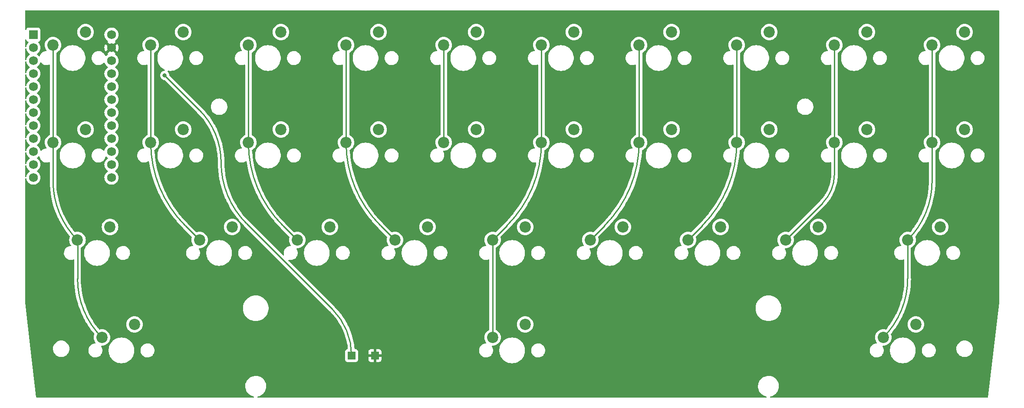
<source format=gbr>
%TF.GenerationSoftware,KiCad,Pcbnew,(6.0.0)*%
%TF.CreationDate,2022-01-08T09:02:27-05:00*%
%TF.ProjectId,iType,69547970-652e-46b6-9963-61645f706362,rev?*%
%TF.SameCoordinates,Original*%
%TF.FileFunction,Copper,L1,Top*%
%TF.FilePolarity,Positive*%
%FSLAX46Y46*%
G04 Gerber Fmt 4.6, Leading zero omitted, Abs format (unit mm)*
G04 Created by KiCad (PCBNEW (6.0.0)) date 2022-01-08 09:02:27*
%MOMM*%
%LPD*%
G01*
G04 APERTURE LIST*
%TA.AperFunction,ComponentPad*%
%ADD10C,2.200000*%
%TD*%
%TA.AperFunction,ComponentPad*%
%ADD11R,1.752600X1.752600*%
%TD*%
%TA.AperFunction,ComponentPad*%
%ADD12C,1.752600*%
%TD*%
%TA.AperFunction,SMDPad,CuDef*%
%ADD13R,1.500000X1.500000*%
%TD*%
%TA.AperFunction,ViaPad*%
%ADD14C,0.800000*%
%TD*%
%TA.AperFunction,Conductor*%
%ADD15C,0.250000*%
%TD*%
G04 APERTURE END LIST*
D10*
%TO.P,SW1,1,1*%
%TO.N,Net-(D1-Pad1)*%
X29591000Y-11430000D03*
%TO.P,SW1,2,2*%
%TO.N,Col0*%
X23241000Y-13970000D03*
%TD*%
%TO.P,SW8,1,1*%
%TO.N,Net-(D4-Pad2)*%
X162941000Y-11430000D03*
%TO.P,SW8,2,2*%
%TO.N,Col7*%
X156591000Y-13970000D03*
%TD*%
%TO.P,SW27,1,1*%
%TO.N,Net-(D14-Pad2)*%
X153416000Y-49530000D03*
%TO.P,SW27,2,2*%
%TO.N,Col7*%
X147066000Y-52070000D03*
%TD*%
%TO.P,SW9,1,1*%
%TO.N,Net-(D5-Pad1)*%
X181991000Y-11430000D03*
%TO.P,SW9,2,2*%
%TO.N,Col8*%
X175641000Y-13970000D03*
%TD*%
%TO.P,SW11,1,1*%
%TO.N,Net-(D6-Pad2)*%
X29591000Y-30480000D03*
%TO.P,SW11,2,2*%
%TO.N,Col0*%
X23241000Y-33020000D03*
%TD*%
%TO.P,SW19,1,1*%
%TO.N,Net-(SW19-Pad1)*%
X181991000Y-30480000D03*
%TO.P,SW19,2,2*%
%TO.N,Col8*%
X175641000Y-33020000D03*
%TD*%
D11*
%TO.P,U1,1,TX*%
%TO.N,Col0*%
X19396000Y-11935000D03*
D12*
%TO.P,U1,2,RX*%
%TO.N,unconnected-(U1-Pad2)*%
X19396000Y-14475000D03*
%TO.P,U1,3,GND*%
%TO.N,unconnected-(U1-Pad3)*%
X19396000Y-17015000D03*
%TO.P,U1,4,GND*%
%TO.N,unconnected-(U1-Pad4)*%
X19396000Y-19555000D03*
%TO.P,U1,5,SCL*%
%TO.N,unconnected-(U1-Pad5)*%
X19396000Y-22095000D03*
%TO.P,U1,6,SDA*%
%TO.N,Col6*%
X19396000Y-24635000D03*
%TO.P,U1,7,D4*%
%TO.N,Col5*%
X19396000Y-27175000D03*
%TO.P,U1,8,C6*%
%TO.N,Col3*%
X19396000Y-29715000D03*
%TO.P,U1,9,D7*%
%TO.N,Col2*%
X19396000Y-32255000D03*
%TO.P,U1,10,E6*%
%TO.N,Col1*%
X19396000Y-34795000D03*
%TO.P,U1,11,B4*%
%TO.N,Row2*%
X19396000Y-37335000D03*
%TO.P,U1,12,B5*%
%TO.N,Row3*%
X19396000Y-39875000D03*
%TO.P,U1,13,B6*%
%TO.N,Col9*%
X34636000Y-39875000D03*
%TO.P,U1,14,B2*%
%TO.N,Col8*%
X34636000Y-37335000D03*
%TO.P,U1,15,B3*%
%TO.N,Col7*%
X34636000Y-34795000D03*
%TO.P,U1,16,B1*%
%TO.N,Col4*%
X34636000Y-32255000D03*
%TO.P,U1,17,F7*%
%TO.N,unconnected-(U1-Pad17)*%
X34636000Y-29715000D03*
%TO.P,U1,18,F6*%
%TO.N,Row1*%
X34636000Y-27175000D03*
%TO.P,U1,19,F5*%
%TO.N,Row0*%
X34636000Y-24635000D03*
%TO.P,U1,20,F4*%
%TO.N,unconnected-(U1-Pad20)*%
X34636000Y-22095000D03*
%TO.P,U1,21,VCC*%
%TO.N,rst*%
X34636000Y-19555000D03*
%TO.P,U1,22,RST*%
%TO.N,unconnected-(U1-Pad22)*%
X34636000Y-17015000D03*
%TO.P,U1,23,GND*%
%TO.N,GND*%
X34636000Y-14475000D03*
%TO.P,U1,24,RAW*%
%TO.N,unconnected-(U1-Pad24)*%
X34636000Y-11935000D03*
%TD*%
D10*
%TO.P,SW17,1,1*%
%TO.N,Net-(SW17-Pad1)*%
X143891000Y-30480000D03*
%TO.P,SW17,2,2*%
%TO.N,Col6*%
X137541000Y-33020000D03*
%TD*%
%TO.P,SW26,1,1*%
%TO.N,Net-(D14-Pad1)*%
X134366000Y-49530000D03*
%TO.P,SW26,2,2*%
%TO.N,Col6*%
X128016000Y-52070000D03*
%TD*%
%TO.P,SW14,1,1*%
%TO.N,Net-(SW14-Pad1)*%
X86741000Y-30480000D03*
%TO.P,SW14,2,2*%
%TO.N,Col3*%
X80391000Y-33020000D03*
%TD*%
%TO.P,SW29,1,1*%
%TO.N,Net-(D15-Pad2)*%
X196278500Y-49530000D03*
%TO.P,SW29,2,2*%
%TO.N,Col9*%
X189928500Y-52070000D03*
%TD*%
%TO.P,SW6,1,1*%
%TO.N,Net-(D3-Pad2)*%
X124841000Y-11430000D03*
%TO.P,SW6,2,2*%
%TO.N,Col5*%
X118491000Y-13970000D03*
%TD*%
%TO.P,SW24,1,1*%
%TO.N,Net-(D12-Pad2)*%
X96266000Y-49530000D03*
%TO.P,SW24,2,2*%
%TO.N,Col3*%
X89916000Y-52070000D03*
%TD*%
%TO.P,SW28,1,1*%
%TO.N,Net-(D15-Pad1)*%
X172466000Y-49530000D03*
%TO.P,SW28,2,2*%
%TO.N,Col8*%
X166116000Y-52070000D03*
%TD*%
%TO.P,SW4,1,1*%
%TO.N,Net-(D2-Pad2)*%
X86741000Y-11430000D03*
%TO.P,SW4,2,2*%
%TO.N,Col3*%
X80391000Y-13970000D03*
%TD*%
%TO.P,SW5,1,1*%
%TO.N,Net-(D3-Pad1)*%
X105791000Y-11430000D03*
%TO.P,SW5,2,2*%
%TO.N,Col4*%
X99441000Y-13970000D03*
%TD*%
%TO.P,SW16,1,1*%
%TO.N,Net-(SW16-Pad1)*%
X124841000Y-30480000D03*
%TO.P,SW16,2,2*%
%TO.N,Col5*%
X118491000Y-33020000D03*
%TD*%
%TO.P,SW32,1,1*%
%TO.N,Net-(SW32-Pad1)*%
X191516000Y-68580000D03*
%TO.P,SW32,2,2*%
%TO.N,Col9*%
X185166000Y-71120000D03*
%TD*%
%TO.P,SW2,1,1*%
%TO.N,Net-(D1-Pad2)*%
X48641000Y-11430000D03*
%TO.P,SW2,2,2*%
%TO.N,Col1*%
X42291000Y-13970000D03*
%TD*%
%TO.P,SW10,1,1*%
%TO.N,Net-(D5-Pad2)*%
X201041000Y-11430000D03*
%TO.P,SW10,2,2*%
%TO.N,Col9*%
X194691000Y-13970000D03*
%TD*%
%TO.P,SW15,1,1*%
%TO.N,Net-(SW15-Pad1)*%
X105791000Y-30480000D03*
%TO.P,SW15,2,2*%
%TO.N,Col4*%
X99441000Y-33020000D03*
%TD*%
%TO.P,SW18,1,1*%
%TO.N,Net-(SW18-Pad1)*%
X162941000Y-30480000D03*
%TO.P,SW18,2,2*%
%TO.N,Col7*%
X156591000Y-33020000D03*
%TD*%
%TO.P,SW3,1,1*%
%TO.N,Net-(D2-Pad1)*%
X67691000Y-11430000D03*
%TO.P,SW3,2,2*%
%TO.N,Col2*%
X61341000Y-13970000D03*
%TD*%
D13*
%TO.P,GND,1,1*%
%TO.N,GND*%
X86016000Y-74655000D03*
%TD*%
%TO.P,Reset,1,1*%
%TO.N,rst*%
X81466000Y-74655000D03*
%TD*%
D10*
%TO.P,SW13,1,1*%
%TO.N,Net-(SW13-Pad1)*%
X67691000Y-30480000D03*
%TO.P,SW13,2,2*%
%TO.N,Col2*%
X61341000Y-33020000D03*
%TD*%
%TO.P,SW31,1,1*%
%TO.N,Net-(SW31-Pad1)*%
X115316000Y-68580000D03*
%TO.P,SW31,2,2*%
%TO.N,Col5*%
X108966000Y-71120000D03*
%TD*%
%TO.P,SW7,1,1*%
%TO.N,Net-(D4-Pad1)*%
X143891000Y-11430000D03*
%TO.P,SW7,2,2*%
%TO.N,Col6*%
X137541000Y-13970000D03*
%TD*%
%TO.P,SW23,1,1*%
%TO.N,Net-(D12-Pad1)*%
X77216000Y-49530000D03*
%TO.P,SW23,2,2*%
%TO.N,Col2*%
X70866000Y-52070000D03*
%TD*%
%TO.P,SW22,1,1*%
%TO.N,Net-(D11-Pad2)*%
X58166000Y-49530000D03*
%TO.P,SW22,2,2*%
%TO.N,Col1*%
X51816000Y-52070000D03*
%TD*%
%TO.P,SW12,1,1*%
%TO.N,Net-(D6-Pad1)*%
X48641000Y-30480000D03*
%TO.P,SW12,2,2*%
%TO.N,Col1*%
X42291000Y-33020000D03*
%TD*%
%TO.P,SW25,1,1*%
%TO.N,Net-(D13-Pad2)*%
X115316000Y-49530000D03*
%TO.P,SW25,2,2*%
%TO.N,Col5*%
X108966000Y-52070000D03*
%TD*%
%TO.P,SW21,1,1*%
%TO.N,Net-(D11-Pad1)*%
X34353500Y-49530000D03*
%TO.P,SW21,2,2*%
%TO.N,Col0*%
X28003500Y-52070000D03*
%TD*%
%TO.P,SW30,1,1*%
%TO.N,Net-(SW30-Pad1)*%
X39116000Y-68580000D03*
%TO.P,SW30,2,2*%
%TO.N,Col0*%
X32766000Y-71120000D03*
%TD*%
%TO.P,SW20,1,1*%
%TO.N,Net-(SW20-Pad1)*%
X201041000Y-30480000D03*
%TO.P,SW20,2,2*%
%TO.N,Col9*%
X194691000Y-33020000D03*
%TD*%
D14*
%TO.N,rst*%
X45016000Y-19905000D03*
%TD*%
D15*
%TO.N,Col9*%
X194691000Y-33020000D02*
X194691000Y-40572308D01*
X194691000Y-13970000D02*
X194691000Y-33020000D01*
X189928500Y-52070000D02*
X189928500Y-59622308D01*
X189928500Y-52070000D02*
G75*
G03*
X194691000Y-40572308I-11497687J11497690D01*
G01*
X185166000Y-71120000D02*
G75*
G03*
X189928500Y-59622308I-11497687J11497690D01*
G01*
%TO.N,Col0*%
X28016000Y-52100177D02*
X28016000Y-59652486D01*
X23241000Y-33020000D02*
X23241000Y-40572308D01*
X23241000Y-13970000D02*
X23241000Y-33020000D01*
X28015999Y-52100177D02*
G75*
G03*
X28003499Y-52070001I-42673J1D01*
G01*
X28003500Y-52070000D02*
G75*
G02*
X23241000Y-40572308I11497687J11497690D01*
G01*
X32766000Y-71120000D02*
G75*
G02*
X28016000Y-59652486I11467509J11467512D01*
G01*
%TO.N,Col1*%
X49026192Y-49280192D02*
X51816000Y-52070000D01*
X42291000Y-13970000D02*
X42291000Y-33020000D01*
X49026192Y-49280192D02*
G75*
G02*
X42291000Y-33020000I16260190J16260191D01*
G01*
%TO.N,Col2*%
X61341000Y-13970000D02*
X61341000Y-33020000D01*
X68076192Y-49280192D02*
X70866000Y-52070000D01*
X68076192Y-49280192D02*
G75*
G02*
X61341000Y-33020000I16260190J16260191D01*
G01*
%TO.N,Col3*%
X80391000Y-13970000D02*
X80391000Y-33020000D01*
X87126192Y-49280192D02*
X89916000Y-52070000D01*
X87126192Y-49280192D02*
G75*
G02*
X80391000Y-33020000I16260190J16260191D01*
G01*
%TO.N,Col4*%
X99441000Y-13970000D02*
X99441000Y-33020000D01*
%TO.N,Col5*%
X111755808Y-49280192D02*
X108966000Y-52070000D01*
X118491000Y-13970000D02*
X118491000Y-33020000D01*
X108966000Y-52070000D02*
X108966000Y-71120000D01*
X111755808Y-49280192D02*
G75*
G03*
X118491000Y-33020000I-16260190J16260191D01*
G01*
%TO.N,Col6*%
X130805808Y-49280192D02*
X128016000Y-52070000D01*
X137541000Y-13970000D02*
X137541000Y-33020000D01*
X130805808Y-49280192D02*
G75*
G03*
X137541000Y-33020000I-16260190J16260191D01*
G01*
%TO.N,Col7*%
X156591000Y-13970000D02*
X156591000Y-33020000D01*
X149855808Y-49280192D02*
X147066000Y-52070000D01*
X149855808Y-49280192D02*
G75*
G03*
X156591000Y-33020000I-16260190J16260191D01*
G01*
%TO.N,Col8*%
X175641000Y-13970000D02*
X175641000Y-33020000D01*
X175641000Y-33020000D02*
X175641000Y-39280000D01*
X173332296Y-44853703D02*
X166116000Y-52070000D01*
X173332296Y-44853703D02*
G75*
G03*
X175641000Y-39280000I-5573702J5573704D01*
G01*
%TO.N,rst*%
X60965747Y-48854748D02*
X77718334Y-65607334D01*
X45016000Y-19905000D02*
X51773359Y-26662359D01*
X56013534Y-36525754D02*
X56016000Y-36905000D01*
X81466000Y-74655000D02*
G75*
G03*
X77718334Y-65607334I-12795334J-1D01*
G01*
X60965747Y-48854748D02*
G75*
G02*
X56016000Y-36905000I11949746J11949746D01*
G01*
X56015999Y-36905000D02*
G75*
G03*
X51773358Y-26662360I-14485283J-1D01*
G01*
%TD*%
%TA.AperFunction,Conductor*%
%TO.N,GND*%
G36*
X207700121Y-7183002D02*
G01*
X207746614Y-7236658D01*
X207758000Y-7289000D01*
X207758000Y-64367586D01*
X207757126Y-64382404D01*
X205577774Y-82785818D01*
X205549899Y-82851113D01*
X205491149Y-82890974D01*
X205452648Y-82897000D01*
X163231151Y-82897000D01*
X163163030Y-82876998D01*
X163116537Y-82823342D01*
X163106433Y-82753068D01*
X163135927Y-82688488D01*
X163195653Y-82650104D01*
X163204954Y-82647753D01*
X163227171Y-82643030D01*
X163337877Y-82619499D01*
X163342006Y-82617996D01*
X163342010Y-82617995D01*
X163600974Y-82523740D01*
X163600978Y-82523738D01*
X163605119Y-82522231D01*
X163609009Y-82520163D01*
X163609015Y-82520160D01*
X163852330Y-82390787D01*
X163852336Y-82390783D01*
X163856222Y-82388717D01*
X163859782Y-82386130D01*
X163859786Y-82386128D01*
X164082738Y-82224145D01*
X164082741Y-82224142D01*
X164086301Y-82221556D01*
X164181960Y-82129179D01*
X164287710Y-82027057D01*
X164287714Y-82027053D01*
X164290875Y-82024000D01*
X164465965Y-81799896D01*
X164535630Y-81679233D01*
X164605956Y-81557425D01*
X164605959Y-81557420D01*
X164608161Y-81553605D01*
X164609811Y-81549521D01*
X164609814Y-81549515D01*
X164713047Y-81294002D01*
X164714696Y-81289921D01*
X164783497Y-81013976D01*
X164813224Y-80731141D01*
X164808409Y-80593253D01*
X164803453Y-80451319D01*
X164803452Y-80451313D01*
X164803299Y-80446922D01*
X164753915Y-80166850D01*
X164752560Y-80162679D01*
X164752558Y-80162672D01*
X164667394Y-79900566D01*
X164666033Y-79896377D01*
X164541363Y-79640767D01*
X164538908Y-79637128D01*
X164538905Y-79637122D01*
X164384792Y-79408641D01*
X164382333Y-79404995D01*
X164192037Y-79193650D01*
X163974180Y-79010846D01*
X163733002Y-78860141D01*
X163473196Y-78744469D01*
X163199821Y-78666079D01*
X163195467Y-78665467D01*
X163195462Y-78665466D01*
X163021833Y-78641065D01*
X162918196Y-78626500D01*
X162704982Y-78626500D01*
X162702796Y-78626653D01*
X162702792Y-78626653D01*
X162496685Y-78641065D01*
X162496680Y-78641066D01*
X162492300Y-78641372D01*
X162214123Y-78700501D01*
X162209994Y-78702004D01*
X162209990Y-78702005D01*
X161951026Y-78796260D01*
X161951022Y-78796262D01*
X161946881Y-78797769D01*
X161942991Y-78799837D01*
X161942985Y-78799840D01*
X161699670Y-78929213D01*
X161699664Y-78929217D01*
X161695778Y-78931283D01*
X161692218Y-78933870D01*
X161692214Y-78933872D01*
X161469262Y-79095855D01*
X161465699Y-79098444D01*
X161462535Y-79101500D01*
X161462532Y-79101502D01*
X161264290Y-79292943D01*
X161264286Y-79292947D01*
X161261125Y-79296000D01*
X161086035Y-79520104D01*
X161083832Y-79523920D01*
X161014089Y-79644719D01*
X160943839Y-79766395D01*
X160942189Y-79770479D01*
X160942186Y-79770485D01*
X160864105Y-79963745D01*
X160837304Y-80030079D01*
X160768503Y-80306024D01*
X160738776Y-80588859D01*
X160738929Y-80593247D01*
X160738929Y-80593253D01*
X160743745Y-80731141D01*
X160748701Y-80873078D01*
X160798085Y-81153150D01*
X160799440Y-81157321D01*
X160799442Y-81157328D01*
X160872101Y-81380949D01*
X160885967Y-81423623D01*
X161010637Y-81679233D01*
X161013092Y-81682872D01*
X161013095Y-81682878D01*
X161089451Y-81796080D01*
X161169667Y-81915005D01*
X161359963Y-82126350D01*
X161577820Y-82309154D01*
X161818998Y-82459859D01*
X162078804Y-82575531D01*
X162226892Y-82617995D01*
X162338090Y-82649881D01*
X162398058Y-82687885D01*
X162427960Y-82752278D01*
X162418302Y-82822614D01*
X162372151Y-82876564D01*
X162303359Y-82897000D01*
X63231151Y-82897000D01*
X63163030Y-82876998D01*
X63116537Y-82823342D01*
X63106433Y-82753068D01*
X63135927Y-82688488D01*
X63195653Y-82650104D01*
X63204954Y-82647753D01*
X63227171Y-82643030D01*
X63337877Y-82619499D01*
X63342006Y-82617996D01*
X63342010Y-82617995D01*
X63600974Y-82523740D01*
X63600978Y-82523738D01*
X63605119Y-82522231D01*
X63609009Y-82520163D01*
X63609015Y-82520160D01*
X63852330Y-82390787D01*
X63852336Y-82390783D01*
X63856222Y-82388717D01*
X63859782Y-82386130D01*
X63859786Y-82386128D01*
X64082738Y-82224145D01*
X64082741Y-82224142D01*
X64086301Y-82221556D01*
X64181960Y-82129179D01*
X64287710Y-82027057D01*
X64287714Y-82027053D01*
X64290875Y-82024000D01*
X64465965Y-81799896D01*
X64535630Y-81679233D01*
X64605956Y-81557425D01*
X64605959Y-81557420D01*
X64608161Y-81553605D01*
X64609811Y-81549521D01*
X64609814Y-81549515D01*
X64713047Y-81294002D01*
X64714696Y-81289921D01*
X64783497Y-81013976D01*
X64813224Y-80731141D01*
X64808409Y-80593253D01*
X64803453Y-80451319D01*
X64803452Y-80451313D01*
X64803299Y-80446922D01*
X64753915Y-80166850D01*
X64752560Y-80162679D01*
X64752558Y-80162672D01*
X64667394Y-79900566D01*
X64666033Y-79896377D01*
X64541363Y-79640767D01*
X64538908Y-79637128D01*
X64538905Y-79637122D01*
X64384792Y-79408641D01*
X64382333Y-79404995D01*
X64192037Y-79193650D01*
X63974180Y-79010846D01*
X63733002Y-78860141D01*
X63473196Y-78744469D01*
X63199821Y-78666079D01*
X63195467Y-78665467D01*
X63195462Y-78665466D01*
X63021833Y-78641065D01*
X62918196Y-78626500D01*
X62704982Y-78626500D01*
X62702796Y-78626653D01*
X62702792Y-78626653D01*
X62496685Y-78641065D01*
X62496680Y-78641066D01*
X62492300Y-78641372D01*
X62214123Y-78700501D01*
X62209994Y-78702004D01*
X62209990Y-78702005D01*
X61951026Y-78796260D01*
X61951022Y-78796262D01*
X61946881Y-78797769D01*
X61942991Y-78799837D01*
X61942985Y-78799840D01*
X61699670Y-78929213D01*
X61699664Y-78929217D01*
X61695778Y-78931283D01*
X61692218Y-78933870D01*
X61692214Y-78933872D01*
X61469262Y-79095855D01*
X61465699Y-79098444D01*
X61462535Y-79101500D01*
X61462532Y-79101502D01*
X61264290Y-79292943D01*
X61264286Y-79292947D01*
X61261125Y-79296000D01*
X61086035Y-79520104D01*
X61083832Y-79523920D01*
X61014089Y-79644719D01*
X60943839Y-79766395D01*
X60942189Y-79770479D01*
X60942186Y-79770485D01*
X60864105Y-79963745D01*
X60837304Y-80030079D01*
X60768503Y-80306024D01*
X60738776Y-80588859D01*
X60738929Y-80593247D01*
X60738929Y-80593253D01*
X60743745Y-80731141D01*
X60748701Y-80873078D01*
X60798085Y-81153150D01*
X60799440Y-81157321D01*
X60799442Y-81157328D01*
X60872101Y-81380949D01*
X60885967Y-81423623D01*
X61010637Y-81679233D01*
X61013092Y-81682872D01*
X61013095Y-81682878D01*
X61089451Y-81796080D01*
X61169667Y-81915005D01*
X61359963Y-82126350D01*
X61577820Y-82309154D01*
X61818998Y-82459859D01*
X62078804Y-82575531D01*
X62226892Y-82617995D01*
X62338090Y-82649881D01*
X62398058Y-82687885D01*
X62427960Y-82752278D01*
X62418302Y-82822614D01*
X62372151Y-82876564D01*
X62303359Y-82897000D01*
X20079351Y-82897000D01*
X20011230Y-82876998D01*
X19964737Y-82823342D01*
X19954225Y-82785818D01*
X18835937Y-73342500D01*
X23215026Y-73342500D01*
X23234891Y-73594903D01*
X23236045Y-73599710D01*
X23236046Y-73599716D01*
X23265938Y-73724226D01*
X23293995Y-73841091D01*
X23295888Y-73845662D01*
X23295889Y-73845664D01*
X23383325Y-74056752D01*
X23390884Y-74075002D01*
X23523172Y-74290876D01*
X23687602Y-74483398D01*
X23880124Y-74647828D01*
X24095998Y-74780116D01*
X24100568Y-74782009D01*
X24100572Y-74782011D01*
X24325336Y-74875111D01*
X24329909Y-74877005D01*
X24404998Y-74895032D01*
X24571284Y-74934954D01*
X24571290Y-74934955D01*
X24576097Y-74936109D01*
X24673920Y-74943808D01*
X24762845Y-74950807D01*
X24762852Y-74950807D01*
X24765301Y-74951000D01*
X24891699Y-74951000D01*
X24894148Y-74950807D01*
X24894155Y-74950807D01*
X24983080Y-74943808D01*
X25080903Y-74936109D01*
X25085710Y-74934955D01*
X25085716Y-74934954D01*
X25252002Y-74895032D01*
X25327091Y-74877005D01*
X25331664Y-74875111D01*
X25556428Y-74782011D01*
X25556432Y-74782009D01*
X25561002Y-74780116D01*
X25776876Y-74647828D01*
X25969398Y-74483398D01*
X26133828Y-74290876D01*
X26266116Y-74075002D01*
X26273676Y-74056752D01*
X26361111Y-73845664D01*
X26361112Y-73845662D01*
X26363005Y-73841091D01*
X26391062Y-73724226D01*
X26420954Y-73599716D01*
X26420955Y-73599710D01*
X26422109Y-73594903D01*
X26441974Y-73342500D01*
X26422109Y-73090097D01*
X26363005Y-72843909D01*
X26320944Y-72742364D01*
X26268011Y-72614572D01*
X26268009Y-72614568D01*
X26266116Y-72609998D01*
X26133828Y-72394124D01*
X25969398Y-72201602D01*
X25776876Y-72037172D01*
X25561002Y-71904884D01*
X25556432Y-71902991D01*
X25556428Y-71902989D01*
X25331664Y-71809889D01*
X25331662Y-71809888D01*
X25327091Y-71807995D01*
X25242468Y-71787679D01*
X25085716Y-71750046D01*
X25085710Y-71750045D01*
X25080903Y-71748891D01*
X24981084Y-71741035D01*
X24894155Y-71734193D01*
X24894148Y-71734193D01*
X24891699Y-71734000D01*
X24765301Y-71734000D01*
X24762852Y-71734193D01*
X24762845Y-71734193D01*
X24675916Y-71741035D01*
X24576097Y-71748891D01*
X24571290Y-71750045D01*
X24571284Y-71750046D01*
X24414532Y-71787679D01*
X24329909Y-71807995D01*
X24325338Y-71809888D01*
X24325336Y-71809889D01*
X24100572Y-71902989D01*
X24100568Y-71902991D01*
X24095998Y-71904884D01*
X23880124Y-72037172D01*
X23687602Y-72201602D01*
X23523172Y-72394124D01*
X23390884Y-72609998D01*
X23388991Y-72614568D01*
X23388989Y-72614572D01*
X23336056Y-72742364D01*
X23293995Y-72843909D01*
X23234891Y-73090097D01*
X23215026Y-73342500D01*
X18835937Y-73342500D01*
X17774874Y-64382409D01*
X17774000Y-64367591D01*
X17774000Y-40109133D01*
X17794002Y-40041012D01*
X17847658Y-39994519D01*
X17917932Y-39984415D01*
X17982512Y-40013909D01*
X18020896Y-40073635D01*
X18022917Y-40081433D01*
X18070039Y-40290531D01*
X18071983Y-40295317D01*
X18071984Y-40295322D01*
X18111300Y-40392144D01*
X18155711Y-40501515D01*
X18274692Y-40695674D01*
X18423786Y-40867793D01*
X18598989Y-41013249D01*
X18603441Y-41015851D01*
X18603446Y-41015854D01*
X18697540Y-41070838D01*
X18795597Y-41128138D01*
X19008329Y-41209372D01*
X19013395Y-41210403D01*
X19013396Y-41210403D01*
X19065630Y-41221030D01*
X19231472Y-41254771D01*
X19359288Y-41259458D01*
X19453870Y-41262927D01*
X19453875Y-41262927D01*
X19459034Y-41263116D01*
X19464154Y-41262460D01*
X19464156Y-41262460D01*
X19536344Y-41253212D01*
X19684903Y-41234181D01*
X19689852Y-41232696D01*
X19689858Y-41232695D01*
X19816204Y-41194789D01*
X19903013Y-41168745D01*
X19920654Y-41160103D01*
X20102865Y-41070838D01*
X20107507Y-41068564D01*
X20111711Y-41065566D01*
X20111715Y-41065563D01*
X20189683Y-41009949D01*
X20292893Y-40936330D01*
X20454193Y-40775592D01*
X20509795Y-40698214D01*
X20584055Y-40594869D01*
X20587073Y-40590669D01*
X20594112Y-40576428D01*
X20685673Y-40391168D01*
X20685674Y-40391166D01*
X20687967Y-40386526D01*
X20754164Y-40168646D01*
X20766700Y-40073430D01*
X20783450Y-39946201D01*
X20783451Y-39946194D01*
X20783887Y-39942879D01*
X20785085Y-39893869D01*
X20785464Y-39878365D01*
X20785464Y-39878360D01*
X20785546Y-39875000D01*
X20777312Y-39774847D01*
X20767311Y-39653202D01*
X20767310Y-39653196D01*
X20766887Y-39648051D01*
X20739150Y-39537624D01*
X20712672Y-39432208D01*
X20712671Y-39432204D01*
X20711413Y-39427197D01*
X20709354Y-39422461D01*
X20622672Y-39223106D01*
X20622670Y-39223103D01*
X20620612Y-39218369D01*
X20496923Y-39027175D01*
X20343668Y-38858750D01*
X20164963Y-38717618D01*
X20158335Y-38713959D01*
X20157651Y-38713269D01*
X20156131Y-38712259D01*
X20156339Y-38711945D01*
X20108363Y-38663533D01*
X20093585Y-38594091D01*
X20118696Y-38527684D01*
X20146054Y-38501069D01*
X20288689Y-38399329D01*
X20288691Y-38399327D01*
X20292893Y-38396330D01*
X20454193Y-38235592D01*
X20587073Y-38050669D01*
X20614469Y-37995239D01*
X20685673Y-37851168D01*
X20685674Y-37851166D01*
X20687967Y-37846526D01*
X20754164Y-37628646D01*
X20758800Y-37593432D01*
X20783450Y-37406201D01*
X20783451Y-37406194D01*
X20783887Y-37402879D01*
X20783969Y-37399527D01*
X20785464Y-37338365D01*
X20785464Y-37338360D01*
X20785546Y-37335000D01*
X20777312Y-37234847D01*
X20767311Y-37113202D01*
X20767310Y-37113196D01*
X20766887Y-37108051D01*
X20717745Y-36912405D01*
X20712672Y-36892208D01*
X20712671Y-36892204D01*
X20711413Y-36887197D01*
X20701081Y-36863435D01*
X20622672Y-36683106D01*
X20622670Y-36683103D01*
X20620612Y-36678369D01*
X20496923Y-36487175D01*
X20343668Y-36318750D01*
X20164963Y-36177618D01*
X20158335Y-36173959D01*
X20157651Y-36173269D01*
X20156131Y-36172259D01*
X20156339Y-36171945D01*
X20108363Y-36123533D01*
X20093585Y-36054091D01*
X20118696Y-35987684D01*
X20146054Y-35961069D01*
X20288689Y-35859329D01*
X20288691Y-35859327D01*
X20292893Y-35856330D01*
X20419612Y-35730052D01*
X20481982Y-35696137D01*
X20552789Y-35701325D01*
X20609551Y-35743971D01*
X20631866Y-35793430D01*
X20665093Y-35951791D01*
X20667051Y-35956750D01*
X20667052Y-35956752D01*
X20732918Y-36123533D01*
X20749776Y-36166221D01*
X20752543Y-36170780D01*
X20752544Y-36170783D01*
X20785641Y-36225325D01*
X20869377Y-36363317D01*
X20872874Y-36367347D01*
X21005867Y-36520608D01*
X21020477Y-36537445D01*
X21024608Y-36540832D01*
X21194627Y-36680240D01*
X21194633Y-36680244D01*
X21198755Y-36683624D01*
X21203391Y-36686263D01*
X21203394Y-36686265D01*
X21312422Y-36748327D01*
X21399114Y-36797675D01*
X21615825Y-36876337D01*
X21621074Y-36877286D01*
X21621077Y-36877287D01*
X21838608Y-36916623D01*
X21838615Y-36916624D01*
X21842692Y-36917361D01*
X21860414Y-36918197D01*
X21865356Y-36918430D01*
X21865363Y-36918430D01*
X21866844Y-36918500D01*
X22028890Y-36918500D01*
X22109231Y-36911683D01*
X22195409Y-36904371D01*
X22195413Y-36904370D01*
X22200720Y-36903920D01*
X22205875Y-36902582D01*
X22205881Y-36902581D01*
X22418703Y-36847343D01*
X22418707Y-36847342D01*
X22423872Y-36846001D01*
X22429749Y-36843354D01*
X22430212Y-36843290D01*
X22433769Y-36842037D01*
X22434024Y-36842761D01*
X22500072Y-36833611D01*
X22564500Y-36863435D01*
X22602577Y-36923358D01*
X22607500Y-36958235D01*
X22607500Y-40518313D01*
X22606243Y-40536067D01*
X22602987Y-40558944D01*
X22602847Y-40572308D01*
X22602385Y-40572303D01*
X22602030Y-40573812D01*
X22603026Y-40573789D01*
X22621023Y-41352725D01*
X22675077Y-42131477D01*
X22675244Y-42132915D01*
X22764754Y-42904453D01*
X22765038Y-42906902D01*
X22819209Y-43238985D01*
X22857738Y-43475177D01*
X22890716Y-43677344D01*
X22891009Y-43678733D01*
X22891012Y-43678749D01*
X22970665Y-44056344D01*
X23051841Y-44441160D01*
X23052197Y-44442531D01*
X23052202Y-44442552D01*
X23170861Y-44899435D01*
X23248070Y-45196720D01*
X23478983Y-45942411D01*
X23479482Y-45943792D01*
X23479488Y-45943811D01*
X23577252Y-46214574D01*
X23744089Y-46676642D01*
X24042822Y-47397846D01*
X24107255Y-47535102D01*
X24370077Y-48094970D01*
X24374543Y-48104484D01*
X24423525Y-48197410D01*
X24549458Y-48436321D01*
X24738546Y-48795048D01*
X24739270Y-48796279D01*
X24739280Y-48796298D01*
X24895105Y-49061457D01*
X25134053Y-49468064D01*
X25560219Y-50122096D01*
X26016137Y-50755749D01*
X26017044Y-50756894D01*
X26017050Y-50756902D01*
X26489365Y-51353191D01*
X26515983Y-51419009D01*
X26507005Y-51479642D01*
X26477785Y-51550188D01*
X26468995Y-51571409D01*
X26409891Y-51817597D01*
X26390026Y-52070000D01*
X26409891Y-52322403D01*
X26411045Y-52327210D01*
X26411046Y-52327216D01*
X26430306Y-52407438D01*
X26468995Y-52568591D01*
X26470888Y-52573162D01*
X26470889Y-52573164D01*
X26554593Y-52775242D01*
X26565884Y-52802502D01*
X26698172Y-53018376D01*
X26701379Y-53022131D01*
X26701382Y-53022135D01*
X26722904Y-53047333D01*
X26751935Y-53112122D01*
X26741330Y-53182322D01*
X26694456Y-53235645D01*
X26637747Y-53254713D01*
X26592850Y-53258522D01*
X26509091Y-53265629D01*
X26509087Y-53265630D01*
X26503780Y-53266080D01*
X26498625Y-53267418D01*
X26498619Y-53267419D01*
X26285797Y-53322657D01*
X26285793Y-53322658D01*
X26280628Y-53323999D01*
X26275762Y-53326191D01*
X26275759Y-53326192D01*
X26167480Y-53374968D01*
X26070425Y-53418688D01*
X25879181Y-53547441D01*
X25712365Y-53706576D01*
X25574746Y-53891542D01*
X25470260Y-54097051D01*
X25468678Y-54102145D01*
X25468677Y-54102148D01*
X25406615Y-54302020D01*
X25401893Y-54317227D01*
X25401192Y-54322516D01*
X25385804Y-54438623D01*
X25371602Y-54545774D01*
X25380251Y-54776158D01*
X25427593Y-55001791D01*
X25512276Y-55216221D01*
X25631877Y-55413317D01*
X25635374Y-55417347D01*
X25721938Y-55517103D01*
X25782977Y-55587445D01*
X25787108Y-55590832D01*
X25957127Y-55730240D01*
X25957133Y-55730244D01*
X25961255Y-55733624D01*
X25965891Y-55736263D01*
X25965894Y-55736265D01*
X26101196Y-55813283D01*
X26161614Y-55847675D01*
X26378325Y-55926337D01*
X26383574Y-55927286D01*
X26383577Y-55927287D01*
X26601108Y-55966623D01*
X26601115Y-55966624D01*
X26605192Y-55967361D01*
X26622914Y-55968197D01*
X26627856Y-55968430D01*
X26627863Y-55968430D01*
X26629344Y-55968500D01*
X26791390Y-55968500D01*
X26858309Y-55962822D01*
X26957909Y-55954371D01*
X26957913Y-55954370D01*
X26963220Y-55953920D01*
X26968375Y-55952582D01*
X26968381Y-55952581D01*
X27181203Y-55897343D01*
X27181207Y-55897342D01*
X27186372Y-55896001D01*
X27191238Y-55893809D01*
X27191241Y-55893808D01*
X27199000Y-55890313D01*
X27204749Y-55887723D01*
X27275073Y-55877980D01*
X27339501Y-55907805D01*
X27377577Y-55967728D01*
X27382500Y-56002604D01*
X27382500Y-59598491D01*
X27381243Y-59616245D01*
X27377987Y-59639122D01*
X27377867Y-59650545D01*
X27377867Y-59650546D01*
X27377856Y-59651619D01*
X27377847Y-59652486D01*
X27377413Y-59652481D01*
X27377033Y-59654102D01*
X27378040Y-59654079D01*
X27395988Y-60430932D01*
X27449905Y-61207716D01*
X27450076Y-61209188D01*
X27536989Y-61958328D01*
X27539640Y-61981182D01*
X27665000Y-62749678D01*
X27825718Y-63511565D01*
X27826074Y-63512936D01*
X27826079Y-63512957D01*
X28021088Y-64263820D01*
X28021451Y-64265216D01*
X28021872Y-64266577D01*
X28021877Y-64266593D01*
X28246198Y-64990994D01*
X28251781Y-65009023D01*
X28516218Y-65741399D01*
X28814196Y-66460781D01*
X28829625Y-66493648D01*
X29139845Y-67154484D01*
X29145079Y-67165634D01*
X29182031Y-67235737D01*
X29506414Y-67851136D01*
X29508162Y-67854453D01*
X29508886Y-67855684D01*
X29508896Y-67855703D01*
X29613674Y-68033999D01*
X29902669Y-68525769D01*
X29903444Y-68526958D01*
X29903458Y-68526981D01*
X30105608Y-68837216D01*
X30327760Y-69178149D01*
X30782526Y-69810201D01*
X30783433Y-69811346D01*
X30783439Y-69811354D01*
X30913770Y-69975894D01*
X31236455Y-70383278D01*
X31251990Y-70402891D01*
X31278608Y-70468709D01*
X31269630Y-70529343D01*
X31231495Y-70621409D01*
X31172391Y-70867597D01*
X31152526Y-71120000D01*
X31172391Y-71372403D01*
X31173545Y-71377210D01*
X31173546Y-71377216D01*
X31192806Y-71457438D01*
X31231495Y-71618591D01*
X31233388Y-71623162D01*
X31233389Y-71623164D01*
X31317093Y-71825242D01*
X31328384Y-71852502D01*
X31460672Y-72068376D01*
X31463879Y-72072131D01*
X31463882Y-72072135D01*
X31485404Y-72097333D01*
X31514435Y-72162122D01*
X31503830Y-72232322D01*
X31456956Y-72285645D01*
X31400247Y-72304713D01*
X31355350Y-72308522D01*
X31271591Y-72315629D01*
X31271587Y-72315630D01*
X31266280Y-72316080D01*
X31261125Y-72317418D01*
X31261119Y-72317419D01*
X31048297Y-72372657D01*
X31048293Y-72372658D01*
X31043128Y-72373999D01*
X31038262Y-72376191D01*
X31038259Y-72376192D01*
X30929980Y-72424968D01*
X30832925Y-72468688D01*
X30641681Y-72597441D01*
X30637824Y-72601120D01*
X30637822Y-72601122D01*
X30628518Y-72609998D01*
X30474865Y-72756576D01*
X30337246Y-72941542D01*
X30232760Y-73147051D01*
X30231178Y-73152145D01*
X30231177Y-73152148D01*
X30191357Y-73280388D01*
X30164393Y-73367227D01*
X30163692Y-73372516D01*
X30140265Y-73549276D01*
X30134102Y-73595774D01*
X30142751Y-73826158D01*
X30143846Y-73831377D01*
X30149921Y-73860331D01*
X30190093Y-74051791D01*
X30192051Y-74056750D01*
X30192052Y-74056752D01*
X30199260Y-74075002D01*
X30274776Y-74266221D01*
X30394377Y-74463317D01*
X30397874Y-74467347D01*
X30484438Y-74567103D01*
X30545477Y-74637445D01*
X30549608Y-74640832D01*
X30719627Y-74780240D01*
X30719633Y-74780244D01*
X30723755Y-74783624D01*
X30728391Y-74786263D01*
X30728394Y-74786265D01*
X30837422Y-74848327D01*
X30924114Y-74897675D01*
X31140825Y-74976337D01*
X31146074Y-74977286D01*
X31146077Y-74977287D01*
X31363608Y-75016623D01*
X31363615Y-75016624D01*
X31367692Y-75017361D01*
X31385414Y-75018197D01*
X31390356Y-75018430D01*
X31390363Y-75018430D01*
X31391844Y-75018500D01*
X31553890Y-75018500D01*
X31620809Y-75012822D01*
X31720409Y-75004371D01*
X31720413Y-75004370D01*
X31725720Y-75003920D01*
X31730875Y-75002582D01*
X31730881Y-75002581D01*
X31943703Y-74947343D01*
X31943707Y-74947342D01*
X31948872Y-74946001D01*
X31953738Y-74943809D01*
X31953741Y-74943808D01*
X32154202Y-74853507D01*
X32159075Y-74851312D01*
X32350319Y-74722559D01*
X32517135Y-74563424D01*
X32654754Y-74378458D01*
X32759240Y-74172949D01*
X32772274Y-74130975D01*
X32826024Y-73957871D01*
X32827607Y-73952773D01*
X32839859Y-73860331D01*
X32845493Y-73817821D01*
X34067500Y-73817821D01*
X34107060Y-74130975D01*
X34185557Y-74436702D01*
X34187010Y-74440371D01*
X34187010Y-74440372D01*
X34297279Y-74718878D01*
X34301753Y-74730179D01*
X34303659Y-74733647D01*
X34303660Y-74733648D01*
X34437603Y-74977287D01*
X34453816Y-75006779D01*
X34639346Y-75262140D01*
X34855418Y-75492233D01*
X34858469Y-75494757D01*
X34858470Y-75494758D01*
X34892264Y-75522715D01*
X35098625Y-75693432D01*
X35365131Y-75862562D01*
X35368710Y-75864246D01*
X35368717Y-75864250D01*
X35647144Y-75995267D01*
X35647148Y-75995269D01*
X35650734Y-75996956D01*
X35950928Y-76094495D01*
X36260980Y-76153641D01*
X36497162Y-76168500D01*
X36654838Y-76168500D01*
X36891020Y-76153641D01*
X37201072Y-76094495D01*
X37501266Y-75996956D01*
X37504852Y-75995269D01*
X37504856Y-75995267D01*
X37783283Y-75864250D01*
X37783290Y-75864246D01*
X37786869Y-75862562D01*
X38053375Y-75693432D01*
X38259736Y-75522715D01*
X38293530Y-75494758D01*
X38293531Y-75494757D01*
X38296582Y-75492233D01*
X38512654Y-75262140D01*
X38698184Y-75006779D01*
X38714398Y-74977287D01*
X38848340Y-74733648D01*
X38848341Y-74733647D01*
X38850247Y-74730179D01*
X38854722Y-74718878D01*
X38964990Y-74440372D01*
X38964990Y-74440371D01*
X38966443Y-74436702D01*
X39044940Y-74130975D01*
X39084500Y-73817821D01*
X39084500Y-73595774D01*
X40294102Y-73595774D01*
X40302751Y-73826158D01*
X40303846Y-73831377D01*
X40309921Y-73860331D01*
X40350093Y-74051791D01*
X40352051Y-74056750D01*
X40352052Y-74056752D01*
X40359260Y-74075002D01*
X40434776Y-74266221D01*
X40554377Y-74463317D01*
X40557874Y-74467347D01*
X40644438Y-74567103D01*
X40705477Y-74637445D01*
X40709608Y-74640832D01*
X40879627Y-74780240D01*
X40879633Y-74780244D01*
X40883755Y-74783624D01*
X40888391Y-74786263D01*
X40888394Y-74786265D01*
X40997422Y-74848327D01*
X41084114Y-74897675D01*
X41300825Y-74976337D01*
X41306074Y-74977286D01*
X41306077Y-74977287D01*
X41523608Y-75016623D01*
X41523615Y-75016624D01*
X41527692Y-75017361D01*
X41545414Y-75018197D01*
X41550356Y-75018430D01*
X41550363Y-75018430D01*
X41551844Y-75018500D01*
X41713890Y-75018500D01*
X41780809Y-75012822D01*
X41880409Y-75004371D01*
X41880413Y-75004370D01*
X41885720Y-75003920D01*
X41890875Y-75002582D01*
X41890881Y-75002581D01*
X42103703Y-74947343D01*
X42103707Y-74947342D01*
X42108872Y-74946001D01*
X42113738Y-74943809D01*
X42113741Y-74943808D01*
X42314202Y-74853507D01*
X42319075Y-74851312D01*
X42510319Y-74722559D01*
X42677135Y-74563424D01*
X42814754Y-74378458D01*
X42919240Y-74172949D01*
X42932274Y-74130975D01*
X42986024Y-73957871D01*
X42987607Y-73952773D01*
X42999859Y-73860331D01*
X43017198Y-73729511D01*
X43017198Y-73729506D01*
X43017898Y-73724226D01*
X43015739Y-73666703D01*
X43011047Y-73541739D01*
X43009249Y-73493842D01*
X42961907Y-73268209D01*
X42957889Y-73258034D01*
X42879185Y-73058744D01*
X42879184Y-73058742D01*
X42877224Y-73053779D01*
X42757623Y-72856683D01*
X42670031Y-72755742D01*
X42610023Y-72686588D01*
X42610021Y-72686586D01*
X42606523Y-72682555D01*
X42523612Y-72614572D01*
X42432373Y-72539760D01*
X42432367Y-72539756D01*
X42428245Y-72536376D01*
X42423609Y-72533737D01*
X42423606Y-72533735D01*
X42237697Y-72427910D01*
X42227886Y-72422325D01*
X42011175Y-72343663D01*
X42005926Y-72342714D01*
X42005923Y-72342713D01*
X41788392Y-72303377D01*
X41788385Y-72303376D01*
X41784308Y-72302639D01*
X41766586Y-72301803D01*
X41761644Y-72301570D01*
X41761637Y-72301570D01*
X41760156Y-72301500D01*
X41598110Y-72301500D01*
X41531191Y-72307178D01*
X41431591Y-72315629D01*
X41431587Y-72315630D01*
X41426280Y-72316080D01*
X41421125Y-72317418D01*
X41421119Y-72317419D01*
X41208297Y-72372657D01*
X41208293Y-72372658D01*
X41203128Y-72373999D01*
X41198262Y-72376191D01*
X41198259Y-72376192D01*
X41089980Y-72424968D01*
X40992925Y-72468688D01*
X40801681Y-72597441D01*
X40797824Y-72601120D01*
X40797822Y-72601122D01*
X40788518Y-72609998D01*
X40634865Y-72756576D01*
X40497246Y-72941542D01*
X40392760Y-73147051D01*
X40391178Y-73152145D01*
X40391177Y-73152148D01*
X40351357Y-73280388D01*
X40324393Y-73367227D01*
X40323692Y-73372516D01*
X40300265Y-73549276D01*
X40294102Y-73595774D01*
X39084500Y-73595774D01*
X39084500Y-73502179D01*
X39044940Y-73189025D01*
X38966443Y-72883298D01*
X38915940Y-72755742D01*
X38851702Y-72593495D01*
X38851700Y-72593490D01*
X38850247Y-72589821D01*
X38832542Y-72557616D01*
X38700093Y-72316693D01*
X38700091Y-72316690D01*
X38698184Y-72313221D01*
X38512654Y-72057860D01*
X38319810Y-71852502D01*
X38299297Y-71830658D01*
X38299296Y-71830657D01*
X38296582Y-71827767D01*
X38053375Y-71626568D01*
X37786869Y-71457438D01*
X37783290Y-71455754D01*
X37783283Y-71455750D01*
X37504856Y-71324733D01*
X37504852Y-71324731D01*
X37501266Y-71323044D01*
X37201072Y-71225505D01*
X36891020Y-71166359D01*
X36654838Y-71151500D01*
X36497162Y-71151500D01*
X36260980Y-71166359D01*
X35950928Y-71225505D01*
X35650734Y-71323044D01*
X35647148Y-71324731D01*
X35647144Y-71324733D01*
X35368717Y-71455750D01*
X35368710Y-71455754D01*
X35365131Y-71457438D01*
X35098625Y-71626568D01*
X34855418Y-71827767D01*
X34852704Y-71830657D01*
X34852703Y-71830658D01*
X34832190Y-71852502D01*
X34639346Y-72057860D01*
X34453816Y-72313221D01*
X34451909Y-72316690D01*
X34451907Y-72316693D01*
X34319458Y-72557616D01*
X34301753Y-72589821D01*
X34300300Y-72593490D01*
X34300298Y-72593495D01*
X34236060Y-72755742D01*
X34185557Y-72883298D01*
X34107060Y-73189025D01*
X34067500Y-73502179D01*
X34067500Y-73817821D01*
X32845493Y-73817821D01*
X32857198Y-73729511D01*
X32857198Y-73729506D01*
X32857898Y-73724226D01*
X32855739Y-73666703D01*
X32851047Y-73541739D01*
X32849249Y-73493842D01*
X32801907Y-73268209D01*
X32797889Y-73258034D01*
X32719185Y-73058744D01*
X32719184Y-73058742D01*
X32717224Y-73053779D01*
X32638261Y-72923653D01*
X32620023Y-72855041D01*
X32641774Y-72787459D01*
X32696610Y-72742364D01*
X32755861Y-72732677D01*
X32761061Y-72733086D01*
X32761070Y-72733086D01*
X32766000Y-72733474D01*
X33018403Y-72713609D01*
X33023210Y-72712455D01*
X33023216Y-72712454D01*
X33179968Y-72674821D01*
X33264591Y-72654505D01*
X33269164Y-72652611D01*
X33493928Y-72559511D01*
X33493932Y-72559509D01*
X33498502Y-72557616D01*
X33714376Y-72425328D01*
X33906898Y-72260898D01*
X34071328Y-72068376D01*
X34203616Y-71852502D01*
X34214908Y-71825242D01*
X34298611Y-71623164D01*
X34298612Y-71623162D01*
X34300505Y-71618591D01*
X34339194Y-71457438D01*
X34358454Y-71377216D01*
X34358455Y-71377210D01*
X34359609Y-71372403D01*
X34379474Y-71120000D01*
X34359609Y-70867597D01*
X34300505Y-70621409D01*
X34252462Y-70505423D01*
X34205511Y-70392072D01*
X34205509Y-70392068D01*
X34203616Y-70387498D01*
X34071328Y-70171624D01*
X33906898Y-69979102D01*
X33714376Y-69814672D01*
X33498502Y-69682384D01*
X33493932Y-69680491D01*
X33493928Y-69680489D01*
X33269164Y-69587389D01*
X33269162Y-69587388D01*
X33264591Y-69585495D01*
X33179968Y-69565179D01*
X33023216Y-69527546D01*
X33023210Y-69527545D01*
X33018403Y-69526391D01*
X32766000Y-69506526D01*
X32513597Y-69526391D01*
X32508790Y-69527545D01*
X32508784Y-69527546D01*
X32310973Y-69575036D01*
X32240065Y-69571489D01*
X32182789Y-69530751D01*
X31799002Y-69046225D01*
X31795495Y-69041580D01*
X31463385Y-68580000D01*
X37502526Y-68580000D01*
X37522391Y-68832403D01*
X37581495Y-69078591D01*
X37583388Y-69083162D01*
X37583389Y-69083164D01*
X37619726Y-69170888D01*
X37678384Y-69312502D01*
X37810672Y-69528376D01*
X37975102Y-69720898D01*
X38167624Y-69885328D01*
X38383498Y-70017616D01*
X38388068Y-70019509D01*
X38388072Y-70019511D01*
X38612836Y-70112611D01*
X38617409Y-70114505D01*
X38702032Y-70134821D01*
X38858784Y-70172454D01*
X38858790Y-70172455D01*
X38863597Y-70173609D01*
X39116000Y-70193474D01*
X39368403Y-70173609D01*
X39373210Y-70172455D01*
X39373216Y-70172454D01*
X39529968Y-70134821D01*
X39614591Y-70114505D01*
X39619164Y-70112611D01*
X39843928Y-70019511D01*
X39843932Y-70019509D01*
X39848502Y-70017616D01*
X40064376Y-69885328D01*
X40256898Y-69720898D01*
X40421328Y-69528376D01*
X40553616Y-69312502D01*
X40612275Y-69170888D01*
X40648611Y-69083164D01*
X40648612Y-69083162D01*
X40650505Y-69078591D01*
X40709609Y-68832403D01*
X40729474Y-68580000D01*
X40709609Y-68327597D01*
X40650505Y-68081409D01*
X40630867Y-68033999D01*
X40555511Y-67852072D01*
X40555509Y-67852068D01*
X40553616Y-67847498D01*
X40421328Y-67631624D01*
X40256898Y-67439102D01*
X40064376Y-67274672D01*
X39848502Y-67142384D01*
X39843932Y-67140491D01*
X39843928Y-67140489D01*
X39619164Y-67047389D01*
X39619162Y-67047388D01*
X39614591Y-67045495D01*
X39503964Y-67018936D01*
X39373216Y-66987546D01*
X39373210Y-66987545D01*
X39368403Y-66986391D01*
X39116000Y-66966526D01*
X38863597Y-66986391D01*
X38858790Y-66987545D01*
X38858784Y-66987546D01*
X38728036Y-67018936D01*
X38617409Y-67045495D01*
X38612838Y-67047388D01*
X38612836Y-67047389D01*
X38388072Y-67140489D01*
X38388068Y-67140491D01*
X38383498Y-67142384D01*
X38167624Y-67274672D01*
X37975102Y-67439102D01*
X37810672Y-67631624D01*
X37678384Y-67847498D01*
X37676491Y-67852068D01*
X37676489Y-67852072D01*
X37601133Y-68033999D01*
X37581495Y-68081409D01*
X37522391Y-68327597D01*
X37502526Y-68580000D01*
X31463385Y-68580000D01*
X31378448Y-68461951D01*
X31375158Y-68457149D01*
X31127346Y-68076836D01*
X30985292Y-67858827D01*
X30982252Y-67853918D01*
X30745418Y-67450907D01*
X30620442Y-67238241D01*
X30617610Y-67233156D01*
X30368403Y-66760377D01*
X30284637Y-66601461D01*
X30282045Y-66596257D01*
X30276809Y-66585102D01*
X29978587Y-65949825D01*
X29976237Y-65944503D01*
X29824353Y-65577821D01*
X60267500Y-65577821D01*
X60307060Y-65890975D01*
X60385557Y-66196702D01*
X60387010Y-66200371D01*
X60387010Y-66200372D01*
X60490634Y-66462095D01*
X60501753Y-66490179D01*
X60503659Y-66493647D01*
X60503660Y-66493648D01*
X60517962Y-66519662D01*
X60653816Y-66766779D01*
X60839346Y-67022140D01*
X61055418Y-67252233D01*
X61298625Y-67453432D01*
X61565131Y-67622562D01*
X61568710Y-67624246D01*
X61568717Y-67624250D01*
X61847144Y-67755267D01*
X61847148Y-67755269D01*
X61850734Y-67756956D01*
X62150928Y-67854495D01*
X62460980Y-67913641D01*
X62697162Y-67928500D01*
X62854838Y-67928500D01*
X63091020Y-67913641D01*
X63401072Y-67854495D01*
X63701266Y-67756956D01*
X63704852Y-67755269D01*
X63704856Y-67755267D01*
X63983283Y-67624250D01*
X63983290Y-67624246D01*
X63986869Y-67622562D01*
X64253375Y-67453432D01*
X64496582Y-67252233D01*
X64712654Y-67022140D01*
X64898184Y-66766779D01*
X65034039Y-66519662D01*
X65048340Y-66493648D01*
X65048341Y-66493647D01*
X65050247Y-66490179D01*
X65061367Y-66462095D01*
X65164990Y-66200372D01*
X65164990Y-66200371D01*
X65166443Y-66196702D01*
X65244940Y-65890975D01*
X65284500Y-65577821D01*
X65284500Y-65262179D01*
X65244940Y-64949025D01*
X65166443Y-64643298D01*
X65151261Y-64604952D01*
X65051702Y-64353495D01*
X65051700Y-64353490D01*
X65050247Y-64349821D01*
X64994344Y-64248134D01*
X64900093Y-64076693D01*
X64900091Y-64076690D01*
X64898184Y-64073221D01*
X64712654Y-63817860D01*
X64496582Y-63587767D01*
X64253375Y-63386568D01*
X63986869Y-63217438D01*
X63983290Y-63215754D01*
X63983283Y-63215750D01*
X63704856Y-63084733D01*
X63704852Y-63084731D01*
X63701266Y-63083044D01*
X63401072Y-62985505D01*
X63091020Y-62926359D01*
X62854838Y-62911500D01*
X62697162Y-62911500D01*
X62460980Y-62926359D01*
X62150928Y-62985505D01*
X61850734Y-63083044D01*
X61847148Y-63084731D01*
X61847144Y-63084733D01*
X61568717Y-63215750D01*
X61568710Y-63215754D01*
X61565131Y-63217438D01*
X61298625Y-63386568D01*
X61055418Y-63587767D01*
X60839346Y-63817860D01*
X60653816Y-64073221D01*
X60651909Y-64076690D01*
X60651907Y-64076693D01*
X60557656Y-64248134D01*
X60501753Y-64349821D01*
X60500300Y-64353490D01*
X60500298Y-64353495D01*
X60400739Y-64604952D01*
X60385557Y-64643298D01*
X60307060Y-64949025D01*
X60267500Y-65262179D01*
X60267500Y-65577821D01*
X29824353Y-65577821D01*
X29702969Y-65284774D01*
X29700867Y-65279347D01*
X29458351Y-64607682D01*
X29456501Y-64602163D01*
X29417147Y-64475075D01*
X29245270Y-63920034D01*
X29243677Y-63914435D01*
X29064175Y-63223280D01*
X29062842Y-63217614D01*
X28915445Y-62518877D01*
X28914376Y-62513155D01*
X28911667Y-62496544D01*
X28799416Y-61808410D01*
X28798611Y-61802646D01*
X28780477Y-61646343D01*
X28716313Y-61093275D01*
X28715777Y-61087491D01*
X28714358Y-61067047D01*
X28666327Y-60375082D01*
X28666060Y-60369281D01*
X28665409Y-60341074D01*
X28650546Y-59697731D01*
X28651590Y-59678378D01*
X28653126Y-59666705D01*
X28653126Y-59666704D01*
X28654118Y-59659169D01*
X28650261Y-59624233D01*
X28649500Y-59610406D01*
X28649500Y-54767821D01*
X29305000Y-54767821D01*
X29344560Y-55080975D01*
X29423057Y-55386702D01*
X29424510Y-55390371D01*
X29424510Y-55390372D01*
X29534779Y-55668878D01*
X29539253Y-55680179D01*
X29541159Y-55683647D01*
X29541160Y-55683648D01*
X29675103Y-55927287D01*
X29691316Y-55956779D01*
X29876846Y-56212140D01*
X30092918Y-56442233D01*
X30336125Y-56643432D01*
X30602631Y-56812562D01*
X30606210Y-56814246D01*
X30606217Y-56814250D01*
X30884644Y-56945267D01*
X30884648Y-56945269D01*
X30888234Y-56946956D01*
X31188428Y-57044495D01*
X31498480Y-57103641D01*
X31734662Y-57118500D01*
X31892338Y-57118500D01*
X32128520Y-57103641D01*
X32438572Y-57044495D01*
X32738766Y-56946956D01*
X32742352Y-56945269D01*
X32742356Y-56945267D01*
X33020783Y-56814250D01*
X33020790Y-56814246D01*
X33024369Y-56812562D01*
X33290875Y-56643432D01*
X33534082Y-56442233D01*
X33750154Y-56212140D01*
X33935684Y-55956779D01*
X33951898Y-55927287D01*
X34085840Y-55683648D01*
X34085841Y-55683647D01*
X34087747Y-55680179D01*
X34092222Y-55668878D01*
X34202490Y-55390372D01*
X34202490Y-55390371D01*
X34203943Y-55386702D01*
X34282440Y-55080975D01*
X34322000Y-54767821D01*
X34322000Y-54545774D01*
X35531602Y-54545774D01*
X35540251Y-54776158D01*
X35587593Y-55001791D01*
X35672276Y-55216221D01*
X35791877Y-55413317D01*
X35795374Y-55417347D01*
X35881938Y-55517103D01*
X35942977Y-55587445D01*
X35947108Y-55590832D01*
X36117127Y-55730240D01*
X36117133Y-55730244D01*
X36121255Y-55733624D01*
X36125891Y-55736263D01*
X36125894Y-55736265D01*
X36261196Y-55813283D01*
X36321614Y-55847675D01*
X36538325Y-55926337D01*
X36543574Y-55927286D01*
X36543577Y-55927287D01*
X36761108Y-55966623D01*
X36761115Y-55966624D01*
X36765192Y-55967361D01*
X36782914Y-55968197D01*
X36787856Y-55968430D01*
X36787863Y-55968430D01*
X36789344Y-55968500D01*
X36951390Y-55968500D01*
X37018309Y-55962822D01*
X37117909Y-55954371D01*
X37117913Y-55954370D01*
X37123220Y-55953920D01*
X37128375Y-55952582D01*
X37128381Y-55952581D01*
X37341203Y-55897343D01*
X37341207Y-55897342D01*
X37346372Y-55896001D01*
X37351238Y-55893809D01*
X37351241Y-55893808D01*
X37530000Y-55813283D01*
X37556575Y-55801312D01*
X37747819Y-55672559D01*
X37914635Y-55513424D01*
X38052254Y-55328458D01*
X38156740Y-55122949D01*
X38169774Y-55080975D01*
X38223524Y-54907871D01*
X38225107Y-54902773D01*
X38225808Y-54897484D01*
X38254698Y-54679511D01*
X38254698Y-54679506D01*
X38255398Y-54674226D01*
X38246749Y-54443842D01*
X38199407Y-54218209D01*
X38114724Y-54003779D01*
X37995123Y-53806683D01*
X37908255Y-53706576D01*
X37847523Y-53636588D01*
X37847521Y-53636586D01*
X37844023Y-53632555D01*
X37754946Y-53559516D01*
X37669873Y-53489760D01*
X37669867Y-53489756D01*
X37665745Y-53486376D01*
X37661109Y-53483737D01*
X37661106Y-53483735D01*
X37475197Y-53377910D01*
X37465386Y-53372325D01*
X37248675Y-53293663D01*
X37243426Y-53292714D01*
X37243423Y-53292713D01*
X37025892Y-53253377D01*
X37025885Y-53253376D01*
X37021808Y-53252639D01*
X37004086Y-53251803D01*
X36999144Y-53251570D01*
X36999137Y-53251570D01*
X36997656Y-53251500D01*
X36835610Y-53251500D01*
X36768691Y-53257178D01*
X36669091Y-53265629D01*
X36669087Y-53265630D01*
X36663780Y-53266080D01*
X36658625Y-53267418D01*
X36658619Y-53267419D01*
X36445797Y-53322657D01*
X36445793Y-53322658D01*
X36440628Y-53323999D01*
X36435762Y-53326191D01*
X36435759Y-53326192D01*
X36327480Y-53374968D01*
X36230425Y-53418688D01*
X36039181Y-53547441D01*
X35872365Y-53706576D01*
X35734746Y-53891542D01*
X35630260Y-54097051D01*
X35628678Y-54102145D01*
X35628677Y-54102148D01*
X35566615Y-54302020D01*
X35561893Y-54317227D01*
X35561192Y-54322516D01*
X35545804Y-54438623D01*
X35531602Y-54545774D01*
X34322000Y-54545774D01*
X34322000Y-54452179D01*
X34282440Y-54139025D01*
X34203943Y-53833298D01*
X34153770Y-53706576D01*
X34089202Y-53543495D01*
X34089200Y-53543490D01*
X34087747Y-53539821D01*
X34072028Y-53511228D01*
X33937593Y-53266693D01*
X33937591Y-53266690D01*
X33935684Y-53263221D01*
X33750154Y-53007860D01*
X33557310Y-52802502D01*
X33536797Y-52780658D01*
X33536796Y-52780657D01*
X33534082Y-52777767D01*
X33290875Y-52576568D01*
X33024369Y-52407438D01*
X33020790Y-52405754D01*
X33020783Y-52405750D01*
X32742356Y-52274733D01*
X32742352Y-52274731D01*
X32738766Y-52273044D01*
X32438572Y-52175505D01*
X32128520Y-52116359D01*
X31892338Y-52101500D01*
X31734662Y-52101500D01*
X31498480Y-52116359D01*
X31188428Y-52175505D01*
X30888234Y-52273044D01*
X30884648Y-52274731D01*
X30884644Y-52274733D01*
X30606217Y-52405750D01*
X30606210Y-52405754D01*
X30602631Y-52407438D01*
X30336125Y-52576568D01*
X30092918Y-52777767D01*
X30090204Y-52780657D01*
X30090203Y-52780658D01*
X30069690Y-52802502D01*
X29876846Y-53007860D01*
X29691316Y-53263221D01*
X29689409Y-53266690D01*
X29689407Y-53266693D01*
X29554972Y-53511228D01*
X29539253Y-53539821D01*
X29537800Y-53543490D01*
X29537798Y-53543495D01*
X29473230Y-53706576D01*
X29423057Y-53833298D01*
X29344560Y-54139025D01*
X29305000Y-54452179D01*
X29305000Y-54767821D01*
X28649500Y-54767821D01*
X28649500Y-53627637D01*
X28669502Y-53559516D01*
X28727280Y-53511229D01*
X28736002Y-53507616D01*
X28951876Y-53375328D01*
X29144398Y-53210898D01*
X29308828Y-53018376D01*
X29441116Y-52802502D01*
X29452408Y-52775242D01*
X29536111Y-52573164D01*
X29536112Y-52573162D01*
X29538005Y-52568591D01*
X29576694Y-52407438D01*
X29595954Y-52327216D01*
X29595955Y-52327210D01*
X29597109Y-52322403D01*
X29616974Y-52070000D01*
X29597109Y-51817597D01*
X29538005Y-51571409D01*
X29470562Y-51408586D01*
X29443011Y-51342072D01*
X29443009Y-51342068D01*
X29441116Y-51337498D01*
X29308828Y-51121624D01*
X29144398Y-50929102D01*
X28951876Y-50764672D01*
X28736002Y-50632384D01*
X28731432Y-50630491D01*
X28731428Y-50630489D01*
X28506664Y-50537389D01*
X28506662Y-50537388D01*
X28502091Y-50535495D01*
X28417468Y-50515179D01*
X28260716Y-50477546D01*
X28260710Y-50477545D01*
X28255903Y-50476391D01*
X28003500Y-50456526D01*
X27751097Y-50476391D01*
X27746290Y-50477545D01*
X27746284Y-50477546D01*
X27657196Y-50498935D01*
X27548179Y-50525107D01*
X27477273Y-50521560D01*
X27419998Y-50480822D01*
X27243446Y-50257928D01*
X27032617Y-49991761D01*
X27029138Y-49987154D01*
X26700213Y-49530000D01*
X32740026Y-49530000D01*
X32759891Y-49782403D01*
X32818995Y-50028591D01*
X32820888Y-50033162D01*
X32820889Y-50033164D01*
X32857226Y-50120888D01*
X32915884Y-50262502D01*
X33048172Y-50478376D01*
X33212602Y-50670898D01*
X33405124Y-50835328D01*
X33620998Y-50967616D01*
X33625568Y-50969509D01*
X33625572Y-50969511D01*
X33850336Y-51062611D01*
X33854909Y-51064505D01*
X33939532Y-51084821D01*
X34096284Y-51122454D01*
X34096290Y-51122455D01*
X34101097Y-51123609D01*
X34353500Y-51143474D01*
X34605903Y-51123609D01*
X34610710Y-51122455D01*
X34610716Y-51122454D01*
X34767468Y-51084821D01*
X34852091Y-51064505D01*
X34856664Y-51062611D01*
X35081428Y-50969511D01*
X35081432Y-50969509D01*
X35086002Y-50967616D01*
X35301876Y-50835328D01*
X35494398Y-50670898D01*
X35658828Y-50478376D01*
X35791116Y-50262502D01*
X35849775Y-50120888D01*
X35886111Y-50033164D01*
X35886112Y-50033162D01*
X35888005Y-50028591D01*
X35947109Y-49782403D01*
X35966974Y-49530000D01*
X35947109Y-49277597D01*
X35888005Y-49031409D01*
X35886111Y-49026836D01*
X35793011Y-48802072D01*
X35793009Y-48802068D01*
X35791116Y-48797498D01*
X35658828Y-48581624D01*
X35494398Y-48389102D01*
X35301876Y-48224672D01*
X35086002Y-48092384D01*
X35081432Y-48090491D01*
X35081428Y-48090489D01*
X34856664Y-47997389D01*
X34856662Y-47997388D01*
X34852091Y-47995495D01*
X34767468Y-47975179D01*
X34610716Y-47937546D01*
X34610710Y-47937545D01*
X34605903Y-47936391D01*
X34353500Y-47916526D01*
X34101097Y-47936391D01*
X34096290Y-47937545D01*
X34096284Y-47937546D01*
X33939532Y-47975179D01*
X33854909Y-47995495D01*
X33850338Y-47997388D01*
X33850336Y-47997389D01*
X33625572Y-48090489D01*
X33625568Y-48090491D01*
X33620998Y-48092384D01*
X33405124Y-48224672D01*
X33212602Y-48389102D01*
X33048172Y-48581624D01*
X32915884Y-48797498D01*
X32913991Y-48802068D01*
X32913989Y-48802072D01*
X32820889Y-49026836D01*
X32818995Y-49031409D01*
X32759891Y-49277597D01*
X32740026Y-49530000D01*
X26700213Y-49530000D01*
X26610916Y-49405892D01*
X26607626Y-49401090D01*
X26386934Y-49062397D01*
X26216684Y-48801116D01*
X26213644Y-48796207D01*
X25998306Y-48429775D01*
X25850836Y-48178830D01*
X25848004Y-48173745D01*
X25514115Y-47540312D01*
X25511520Y-47535102D01*
X25207225Y-46886888D01*
X25204874Y-46881563D01*
X25197644Y-46864107D01*
X24930846Y-46220001D01*
X24928744Y-46214574D01*
X24685565Y-45541073D01*
X24683715Y-45535554D01*
X24471893Y-44851512D01*
X24470308Y-44845942D01*
X24464249Y-44822610D01*
X24349642Y-44381328D01*
X24290309Y-44152873D01*
X24288976Y-44147207D01*
X24141173Y-43446544D01*
X24140104Y-43440822D01*
X24024825Y-42734125D01*
X24024021Y-42728361D01*
X23941497Y-42017047D01*
X23940959Y-42011251D01*
X23913381Y-41613938D01*
X23891373Y-41296875D01*
X23891106Y-41291074D01*
X23890268Y-41254771D01*
X23883094Y-40944255D01*
X23875546Y-40617553D01*
X23876590Y-40598200D01*
X23878126Y-40586527D01*
X23878126Y-40586526D01*
X23879118Y-40578991D01*
X23875261Y-40544055D01*
X23874500Y-40530228D01*
X23874500Y-35717821D01*
X24542500Y-35717821D01*
X24582060Y-36030975D01*
X24660557Y-36336702D01*
X24662010Y-36340371D01*
X24662010Y-36340372D01*
X24772279Y-36618878D01*
X24776753Y-36630179D01*
X24778659Y-36633647D01*
X24778660Y-36633648D01*
X24925955Y-36901574D01*
X24928816Y-36906779D01*
X25114346Y-37162140D01*
X25330418Y-37392233D01*
X25573625Y-37593432D01*
X25840131Y-37762562D01*
X25843710Y-37764246D01*
X25843717Y-37764250D01*
X26122144Y-37895267D01*
X26122148Y-37895269D01*
X26125734Y-37896956D01*
X26425928Y-37994495D01*
X26735980Y-38053641D01*
X26972162Y-38068500D01*
X27129838Y-38068500D01*
X27366020Y-38053641D01*
X27676072Y-37994495D01*
X27976266Y-37896956D01*
X27979852Y-37895269D01*
X27979856Y-37895267D01*
X28258283Y-37764250D01*
X28258290Y-37764246D01*
X28261869Y-37762562D01*
X28528375Y-37593432D01*
X28771582Y-37392233D01*
X28987654Y-37162140D01*
X29173184Y-36906779D01*
X29176046Y-36901574D01*
X29323340Y-36633648D01*
X29323341Y-36633647D01*
X29325247Y-36630179D01*
X29329722Y-36618878D01*
X29439990Y-36340372D01*
X29439990Y-36340371D01*
X29441443Y-36336702D01*
X29519940Y-36030975D01*
X29559500Y-35717821D01*
X29559500Y-35495774D01*
X30769102Y-35495774D01*
X30777751Y-35726158D01*
X30825093Y-35951791D01*
X30827051Y-35956750D01*
X30827052Y-35956752D01*
X30892918Y-36123533D01*
X30909776Y-36166221D01*
X30912543Y-36170780D01*
X30912544Y-36170783D01*
X30945641Y-36225325D01*
X31029377Y-36363317D01*
X31032874Y-36367347D01*
X31165867Y-36520608D01*
X31180477Y-36537445D01*
X31184608Y-36540832D01*
X31354627Y-36680240D01*
X31354633Y-36680244D01*
X31358755Y-36683624D01*
X31363391Y-36686263D01*
X31363394Y-36686265D01*
X31472422Y-36748327D01*
X31559114Y-36797675D01*
X31775825Y-36876337D01*
X31781074Y-36877286D01*
X31781077Y-36877287D01*
X31998608Y-36916623D01*
X31998615Y-36916624D01*
X32002692Y-36917361D01*
X32020414Y-36918197D01*
X32025356Y-36918430D01*
X32025363Y-36918430D01*
X32026844Y-36918500D01*
X32188890Y-36918500D01*
X32269231Y-36911683D01*
X32355409Y-36904371D01*
X32355413Y-36904370D01*
X32360720Y-36903920D01*
X32365875Y-36902582D01*
X32365881Y-36902581D01*
X32578703Y-36847343D01*
X32578707Y-36847342D01*
X32583872Y-36846001D01*
X32588738Y-36843809D01*
X32588741Y-36843808D01*
X32789202Y-36753507D01*
X32794075Y-36751312D01*
X32985319Y-36622559D01*
X33152135Y-36463424D01*
X33289754Y-36278458D01*
X33394240Y-36072949D01*
X33407274Y-36030975D01*
X33462607Y-35852773D01*
X33463754Y-35853129D01*
X33495102Y-35796023D01*
X33557490Y-35762137D01*
X33628294Y-35767360D01*
X33664483Y-35788372D01*
X33673699Y-35796023D01*
X33838989Y-35933249D01*
X33843440Y-35935850D01*
X33843450Y-35935857D01*
X33876266Y-35955033D01*
X33924989Y-36006672D01*
X33938059Y-36076455D01*
X33911326Y-36142227D01*
X33888353Y-36164575D01*
X33713444Y-36295900D01*
X33556120Y-36460530D01*
X33553206Y-36464802D01*
X33553205Y-36464803D01*
X33518471Y-36515722D01*
X33427797Y-36648645D01*
X33331921Y-36855192D01*
X33330539Y-36860174D01*
X33330539Y-36860175D01*
X33310205Y-36933498D01*
X33271067Y-37074625D01*
X33246869Y-37301050D01*
X33247166Y-37306202D01*
X33247166Y-37306206D01*
X33251429Y-37380143D01*
X33259977Y-37528387D01*
X33261112Y-37533424D01*
X33261113Y-37533430D01*
X33308901Y-37745482D01*
X33310039Y-37750531D01*
X33311983Y-37755317D01*
X33311984Y-37755322D01*
X33368810Y-37895267D01*
X33395711Y-37961515D01*
X33514692Y-38155674D01*
X33663786Y-38327793D01*
X33838989Y-38473249D01*
X33843440Y-38475850D01*
X33843450Y-38475857D01*
X33876266Y-38495033D01*
X33924989Y-38546672D01*
X33938059Y-38616455D01*
X33911326Y-38682227D01*
X33888353Y-38704575D01*
X33713444Y-38835900D01*
X33556120Y-39000530D01*
X33553206Y-39004802D01*
X33553205Y-39004803D01*
X33496776Y-39087525D01*
X33427797Y-39188645D01*
X33331921Y-39395192D01*
X33271067Y-39614625D01*
X33246869Y-39841050D01*
X33247166Y-39846202D01*
X33247166Y-39846206D01*
X33249748Y-39890983D01*
X33259977Y-40068387D01*
X33261112Y-40073424D01*
X33261113Y-40073430D01*
X33262917Y-40081433D01*
X33310039Y-40290531D01*
X33311983Y-40295317D01*
X33311984Y-40295322D01*
X33351300Y-40392144D01*
X33395711Y-40501515D01*
X33514692Y-40695674D01*
X33663786Y-40867793D01*
X33838989Y-41013249D01*
X33843441Y-41015851D01*
X33843446Y-41015854D01*
X33937540Y-41070838D01*
X34035597Y-41128138D01*
X34248329Y-41209372D01*
X34253395Y-41210403D01*
X34253396Y-41210403D01*
X34305630Y-41221030D01*
X34471472Y-41254771D01*
X34599288Y-41259458D01*
X34693870Y-41262927D01*
X34693875Y-41262927D01*
X34699034Y-41263116D01*
X34704154Y-41262460D01*
X34704156Y-41262460D01*
X34776344Y-41253212D01*
X34924903Y-41234181D01*
X34929852Y-41232696D01*
X34929858Y-41232695D01*
X35056204Y-41194789D01*
X35143013Y-41168745D01*
X35160654Y-41160103D01*
X35342865Y-41070838D01*
X35347507Y-41068564D01*
X35351711Y-41065566D01*
X35351715Y-41065563D01*
X35429683Y-41009949D01*
X35532893Y-40936330D01*
X35694193Y-40775592D01*
X35749795Y-40698214D01*
X35824055Y-40594869D01*
X35827073Y-40590669D01*
X35834112Y-40576428D01*
X35925673Y-40391168D01*
X35925674Y-40391166D01*
X35927967Y-40386526D01*
X35994164Y-40168646D01*
X36006700Y-40073430D01*
X36023450Y-39946201D01*
X36023451Y-39946194D01*
X36023887Y-39942879D01*
X36025085Y-39893869D01*
X36025464Y-39878365D01*
X36025464Y-39878360D01*
X36025546Y-39875000D01*
X36017312Y-39774847D01*
X36007311Y-39653202D01*
X36007310Y-39653196D01*
X36006887Y-39648051D01*
X35979150Y-39537624D01*
X35952672Y-39432208D01*
X35952671Y-39432204D01*
X35951413Y-39427197D01*
X35949354Y-39422461D01*
X35862672Y-39223106D01*
X35862670Y-39223103D01*
X35860612Y-39218369D01*
X35736923Y-39027175D01*
X35583668Y-38858750D01*
X35404963Y-38717618D01*
X35398335Y-38713959D01*
X35397651Y-38713269D01*
X35396131Y-38712259D01*
X35396339Y-38711945D01*
X35348363Y-38663533D01*
X35333585Y-38594091D01*
X35358696Y-38527684D01*
X35386054Y-38501069D01*
X35528689Y-38399329D01*
X35528691Y-38399327D01*
X35532893Y-38396330D01*
X35694193Y-38235592D01*
X35827073Y-38050669D01*
X35854469Y-37995239D01*
X35925673Y-37851168D01*
X35925674Y-37851166D01*
X35927967Y-37846526D01*
X35994164Y-37628646D01*
X35998800Y-37593432D01*
X36023450Y-37406201D01*
X36023451Y-37406194D01*
X36023887Y-37402879D01*
X36023969Y-37399527D01*
X36025464Y-37338365D01*
X36025464Y-37338360D01*
X36025546Y-37335000D01*
X36017312Y-37234847D01*
X36007311Y-37113202D01*
X36007310Y-37113196D01*
X36006887Y-37108051D01*
X35957745Y-36912405D01*
X35952672Y-36892208D01*
X35952671Y-36892204D01*
X35951413Y-36887197D01*
X35941081Y-36863435D01*
X35862672Y-36683106D01*
X35862670Y-36683103D01*
X35860612Y-36678369D01*
X35736923Y-36487175D01*
X35583668Y-36318750D01*
X35404963Y-36177618D01*
X35398335Y-36173959D01*
X35397651Y-36173269D01*
X35396131Y-36172259D01*
X35396339Y-36171945D01*
X35348363Y-36123533D01*
X35333585Y-36054091D01*
X35358696Y-35987684D01*
X35386054Y-35961069D01*
X35528689Y-35859329D01*
X35528691Y-35859327D01*
X35532893Y-35856330D01*
X35694193Y-35695592D01*
X35726384Y-35650794D01*
X35824055Y-35514869D01*
X35827073Y-35510669D01*
X35834435Y-35495774D01*
X39659102Y-35495774D01*
X39667751Y-35726158D01*
X39715093Y-35951791D01*
X39717051Y-35956750D01*
X39717052Y-35956752D01*
X39782918Y-36123533D01*
X39799776Y-36166221D01*
X39802543Y-36170780D01*
X39802544Y-36170783D01*
X39835641Y-36225325D01*
X39919377Y-36363317D01*
X39922874Y-36367347D01*
X40055867Y-36520608D01*
X40070477Y-36537445D01*
X40074608Y-36540832D01*
X40244627Y-36680240D01*
X40244633Y-36680244D01*
X40248755Y-36683624D01*
X40253391Y-36686263D01*
X40253394Y-36686265D01*
X40362422Y-36748327D01*
X40449114Y-36797675D01*
X40665825Y-36876337D01*
X40671074Y-36877286D01*
X40671077Y-36877287D01*
X40888608Y-36916623D01*
X40888615Y-36916624D01*
X40892692Y-36917361D01*
X40910414Y-36918197D01*
X40915356Y-36918430D01*
X40915363Y-36918430D01*
X40916844Y-36918500D01*
X41078890Y-36918500D01*
X41159231Y-36911683D01*
X41245409Y-36904371D01*
X41245413Y-36904370D01*
X41250720Y-36903920D01*
X41255875Y-36902582D01*
X41255881Y-36902581D01*
X41468703Y-36847343D01*
X41468707Y-36847342D01*
X41473872Y-36846001D01*
X41478738Y-36843809D01*
X41478741Y-36843808D01*
X41679202Y-36753507D01*
X41684075Y-36751312D01*
X41761072Y-36699475D01*
X41828749Y-36678024D01*
X41897281Y-36696567D01*
X41944908Y-36749219D01*
X41955475Y-36781843D01*
X42006870Y-37069642D01*
X42105780Y-37623520D01*
X42107054Y-37630655D01*
X42203093Y-38068374D01*
X42276497Y-38402931D01*
X42305938Y-38537117D01*
X42540256Y-39435072D01*
X42809647Y-40323135D01*
X42810053Y-40324305D01*
X42810055Y-40324312D01*
X43113297Y-41198791D01*
X43113307Y-41198818D01*
X43113695Y-41199937D01*
X43114138Y-41201069D01*
X43114141Y-41201077D01*
X43446472Y-42050175D01*
X43451932Y-42064126D01*
X43823837Y-42914370D01*
X43947757Y-43169857D01*
X44194588Y-43678749D01*
X44228835Y-43749357D01*
X44334206Y-43946492D01*
X44611500Y-44465273D01*
X44666302Y-44567801D01*
X44666902Y-44568824D01*
X44666910Y-44568839D01*
X44815648Y-44822610D01*
X45135564Y-45368439D01*
X45136227Y-45369475D01*
X45136237Y-45369491D01*
X45635214Y-46148970D01*
X45635228Y-46148992D01*
X45635897Y-46150036D01*
X46166529Y-46911388D01*
X46167280Y-46912380D01*
X46644558Y-47542882D01*
X46726643Y-47651320D01*
X47315375Y-48368692D01*
X47355886Y-48414280D01*
X47930981Y-49061457D01*
X47930999Y-49061476D01*
X47931817Y-49062397D01*
X47932680Y-49063294D01*
X47932685Y-49063300D01*
X48563935Y-49719839D01*
X48564667Y-49720645D01*
X48565599Y-49721886D01*
X48574950Y-49731434D01*
X48586876Y-49740785D01*
X48599452Y-49750646D01*
X48610801Y-49760705D01*
X50262971Y-51412875D01*
X50296997Y-51475187D01*
X50290285Y-51550188D01*
X50281495Y-51571409D01*
X50222391Y-51817597D01*
X50202526Y-52070000D01*
X50222391Y-52322403D01*
X50223545Y-52327210D01*
X50223546Y-52327216D01*
X50242806Y-52407438D01*
X50281495Y-52568591D01*
X50283388Y-52573162D01*
X50283389Y-52573164D01*
X50367093Y-52775242D01*
X50378384Y-52802502D01*
X50510672Y-53018376D01*
X50513879Y-53022131D01*
X50513882Y-53022135D01*
X50535404Y-53047333D01*
X50564435Y-53112122D01*
X50553830Y-53182322D01*
X50506956Y-53235645D01*
X50450247Y-53254713D01*
X50405350Y-53258522D01*
X50321591Y-53265629D01*
X50321587Y-53265630D01*
X50316280Y-53266080D01*
X50311125Y-53267418D01*
X50311119Y-53267419D01*
X50098297Y-53322657D01*
X50098293Y-53322658D01*
X50093128Y-53323999D01*
X50088262Y-53326191D01*
X50088259Y-53326192D01*
X49979980Y-53374968D01*
X49882925Y-53418688D01*
X49691681Y-53547441D01*
X49524865Y-53706576D01*
X49387246Y-53891542D01*
X49282760Y-54097051D01*
X49281178Y-54102145D01*
X49281177Y-54102148D01*
X49219115Y-54302020D01*
X49214393Y-54317227D01*
X49213692Y-54322516D01*
X49198304Y-54438623D01*
X49184102Y-54545774D01*
X49192751Y-54776158D01*
X49240093Y-55001791D01*
X49324776Y-55216221D01*
X49444377Y-55413317D01*
X49447874Y-55417347D01*
X49534438Y-55517103D01*
X49595477Y-55587445D01*
X49599608Y-55590832D01*
X49769627Y-55730240D01*
X49769633Y-55730244D01*
X49773755Y-55733624D01*
X49778391Y-55736263D01*
X49778394Y-55736265D01*
X49913696Y-55813283D01*
X49974114Y-55847675D01*
X50190825Y-55926337D01*
X50196074Y-55927286D01*
X50196077Y-55927287D01*
X50413608Y-55966623D01*
X50413615Y-55966624D01*
X50417692Y-55967361D01*
X50435414Y-55968197D01*
X50440356Y-55968430D01*
X50440363Y-55968430D01*
X50441844Y-55968500D01*
X50603890Y-55968500D01*
X50670809Y-55962822D01*
X50770409Y-55954371D01*
X50770413Y-55954370D01*
X50775720Y-55953920D01*
X50780875Y-55952582D01*
X50780881Y-55952581D01*
X50993703Y-55897343D01*
X50993707Y-55897342D01*
X50998872Y-55896001D01*
X51003738Y-55893809D01*
X51003741Y-55893808D01*
X51182500Y-55813283D01*
X51209075Y-55801312D01*
X51400319Y-55672559D01*
X51567135Y-55513424D01*
X51704754Y-55328458D01*
X51809240Y-55122949D01*
X51822274Y-55080975D01*
X51876024Y-54907871D01*
X51877607Y-54902773D01*
X51878308Y-54897484D01*
X51895493Y-54767821D01*
X53117500Y-54767821D01*
X53157060Y-55080975D01*
X53235557Y-55386702D01*
X53237010Y-55390371D01*
X53237010Y-55390372D01*
X53347279Y-55668878D01*
X53351753Y-55680179D01*
X53353659Y-55683647D01*
X53353660Y-55683648D01*
X53487603Y-55927287D01*
X53503816Y-55956779D01*
X53689346Y-56212140D01*
X53905418Y-56442233D01*
X54148625Y-56643432D01*
X54415131Y-56812562D01*
X54418710Y-56814246D01*
X54418717Y-56814250D01*
X54697144Y-56945267D01*
X54697148Y-56945269D01*
X54700734Y-56946956D01*
X55000928Y-57044495D01*
X55310980Y-57103641D01*
X55547162Y-57118500D01*
X55704838Y-57118500D01*
X55941020Y-57103641D01*
X56251072Y-57044495D01*
X56551266Y-56946956D01*
X56554852Y-56945269D01*
X56554856Y-56945267D01*
X56833283Y-56814250D01*
X56833290Y-56814246D01*
X56836869Y-56812562D01*
X57103375Y-56643432D01*
X57346582Y-56442233D01*
X57562654Y-56212140D01*
X57748184Y-55956779D01*
X57764398Y-55927287D01*
X57898340Y-55683648D01*
X57898341Y-55683647D01*
X57900247Y-55680179D01*
X57904722Y-55668878D01*
X58014990Y-55390372D01*
X58014990Y-55390371D01*
X58016443Y-55386702D01*
X58094940Y-55080975D01*
X58134500Y-54767821D01*
X58134500Y-54545774D01*
X59344102Y-54545774D01*
X59352751Y-54776158D01*
X59400093Y-55001791D01*
X59484776Y-55216221D01*
X59604377Y-55413317D01*
X59607874Y-55417347D01*
X59694438Y-55517103D01*
X59755477Y-55587445D01*
X59759608Y-55590832D01*
X59929627Y-55730240D01*
X59929633Y-55730244D01*
X59933755Y-55733624D01*
X59938391Y-55736263D01*
X59938394Y-55736265D01*
X60073696Y-55813283D01*
X60134114Y-55847675D01*
X60350825Y-55926337D01*
X60356074Y-55927286D01*
X60356077Y-55927287D01*
X60573608Y-55966623D01*
X60573615Y-55966624D01*
X60577692Y-55967361D01*
X60595414Y-55968197D01*
X60600356Y-55968430D01*
X60600363Y-55968430D01*
X60601844Y-55968500D01*
X60763890Y-55968500D01*
X60830809Y-55962822D01*
X60930409Y-55954371D01*
X60930413Y-55954370D01*
X60935720Y-55953920D01*
X60940875Y-55952582D01*
X60940881Y-55952581D01*
X61153703Y-55897343D01*
X61153707Y-55897342D01*
X61158872Y-55896001D01*
X61163738Y-55893809D01*
X61163741Y-55893808D01*
X61342500Y-55813283D01*
X61369075Y-55801312D01*
X61560319Y-55672559D01*
X61727135Y-55513424D01*
X61864754Y-55328458D01*
X61969240Y-55122949D01*
X61982274Y-55080975D01*
X62036024Y-54907871D01*
X62037607Y-54902773D01*
X62038308Y-54897484D01*
X62067198Y-54679511D01*
X62067198Y-54679506D01*
X62067898Y-54674226D01*
X62059249Y-54443842D01*
X62011907Y-54218209D01*
X61927224Y-54003779D01*
X61807623Y-53806683D01*
X61720755Y-53706576D01*
X61660023Y-53636588D01*
X61660021Y-53636586D01*
X61656523Y-53632555D01*
X61567446Y-53559516D01*
X61482373Y-53489760D01*
X61482367Y-53489756D01*
X61478245Y-53486376D01*
X61473609Y-53483737D01*
X61473606Y-53483735D01*
X61287697Y-53377910D01*
X61277886Y-53372325D01*
X61061175Y-53293663D01*
X61055926Y-53292714D01*
X61055923Y-53292713D01*
X60838392Y-53253377D01*
X60838385Y-53253376D01*
X60834308Y-53252639D01*
X60816586Y-53251803D01*
X60811644Y-53251570D01*
X60811637Y-53251570D01*
X60810156Y-53251500D01*
X60648110Y-53251500D01*
X60581191Y-53257178D01*
X60481591Y-53265629D01*
X60481587Y-53265630D01*
X60476280Y-53266080D01*
X60471125Y-53267418D01*
X60471119Y-53267419D01*
X60258297Y-53322657D01*
X60258293Y-53322658D01*
X60253128Y-53323999D01*
X60248262Y-53326191D01*
X60248259Y-53326192D01*
X60139980Y-53374968D01*
X60042925Y-53418688D01*
X59851681Y-53547441D01*
X59684865Y-53706576D01*
X59547246Y-53891542D01*
X59442760Y-54097051D01*
X59441178Y-54102145D01*
X59441177Y-54102148D01*
X59379115Y-54302020D01*
X59374393Y-54317227D01*
X59373692Y-54322516D01*
X59358304Y-54438623D01*
X59344102Y-54545774D01*
X58134500Y-54545774D01*
X58134500Y-54452179D01*
X58094940Y-54139025D01*
X58016443Y-53833298D01*
X57966270Y-53706576D01*
X57901702Y-53543495D01*
X57901700Y-53543490D01*
X57900247Y-53539821D01*
X57884528Y-53511228D01*
X57750093Y-53266693D01*
X57750091Y-53266690D01*
X57748184Y-53263221D01*
X57562654Y-53007860D01*
X57369810Y-52802502D01*
X57349297Y-52780658D01*
X57349296Y-52780657D01*
X57346582Y-52777767D01*
X57103375Y-52576568D01*
X56836869Y-52407438D01*
X56833290Y-52405754D01*
X56833283Y-52405750D01*
X56554856Y-52274733D01*
X56554852Y-52274731D01*
X56551266Y-52273044D01*
X56251072Y-52175505D01*
X55941020Y-52116359D01*
X55704838Y-52101500D01*
X55547162Y-52101500D01*
X55310980Y-52116359D01*
X55000928Y-52175505D01*
X54700734Y-52273044D01*
X54697148Y-52274731D01*
X54697144Y-52274733D01*
X54418717Y-52405750D01*
X54418710Y-52405754D01*
X54415131Y-52407438D01*
X54148625Y-52576568D01*
X53905418Y-52777767D01*
X53902704Y-52780657D01*
X53902703Y-52780658D01*
X53882190Y-52802502D01*
X53689346Y-53007860D01*
X53503816Y-53263221D01*
X53501909Y-53266690D01*
X53501907Y-53266693D01*
X53367472Y-53511228D01*
X53351753Y-53539821D01*
X53350300Y-53543490D01*
X53350298Y-53543495D01*
X53285730Y-53706576D01*
X53235557Y-53833298D01*
X53157060Y-54139025D01*
X53117500Y-54452179D01*
X53117500Y-54767821D01*
X51895493Y-54767821D01*
X51907198Y-54679511D01*
X51907198Y-54679506D01*
X51907898Y-54674226D01*
X51899249Y-54443842D01*
X51851907Y-54218209D01*
X51767224Y-54003779D01*
X51688261Y-53873653D01*
X51670023Y-53805041D01*
X51691774Y-53737459D01*
X51746610Y-53692364D01*
X51805861Y-53682677D01*
X51811061Y-53683086D01*
X51811070Y-53683086D01*
X51816000Y-53683474D01*
X52068403Y-53663609D01*
X52073210Y-53662455D01*
X52073216Y-53662454D01*
X52229968Y-53624821D01*
X52314591Y-53604505D01*
X52319164Y-53602611D01*
X52543928Y-53509511D01*
X52543932Y-53509509D01*
X52548502Y-53507616D01*
X52764376Y-53375328D01*
X52956898Y-53210898D01*
X53121328Y-53018376D01*
X53253616Y-52802502D01*
X53264908Y-52775242D01*
X53348611Y-52573164D01*
X53348612Y-52573162D01*
X53350505Y-52568591D01*
X53389194Y-52407438D01*
X53408454Y-52327216D01*
X53408455Y-52327210D01*
X53409609Y-52322403D01*
X53429474Y-52070000D01*
X53409609Y-51817597D01*
X53350505Y-51571409D01*
X53283062Y-51408586D01*
X53255511Y-51342072D01*
X53255509Y-51342068D01*
X53253616Y-51337498D01*
X53121328Y-51121624D01*
X52956898Y-50929102D01*
X52764376Y-50764672D01*
X52548502Y-50632384D01*
X52543932Y-50630491D01*
X52543928Y-50630489D01*
X52319164Y-50537389D01*
X52319162Y-50537388D01*
X52314591Y-50535495D01*
X52229968Y-50515179D01*
X52073216Y-50477546D01*
X52073210Y-50477545D01*
X52068403Y-50476391D01*
X51816000Y-50456526D01*
X51563597Y-50476391D01*
X51558790Y-50477545D01*
X51558784Y-50477546D01*
X51358403Y-50525653D01*
X51317409Y-50535495D01*
X51312846Y-50537385D01*
X51312837Y-50537388D01*
X51296185Y-50544285D01*
X51225595Y-50551872D01*
X51158875Y-50516970D01*
X50171905Y-49530000D01*
X56552526Y-49530000D01*
X56572391Y-49782403D01*
X56631495Y-50028591D01*
X56633388Y-50033162D01*
X56633389Y-50033164D01*
X56669726Y-50120888D01*
X56728384Y-50262502D01*
X56860672Y-50478376D01*
X57025102Y-50670898D01*
X57217624Y-50835328D01*
X57433498Y-50967616D01*
X57438068Y-50969509D01*
X57438072Y-50969511D01*
X57662836Y-51062611D01*
X57667409Y-51064505D01*
X57752032Y-51084821D01*
X57908784Y-51122454D01*
X57908790Y-51122455D01*
X57913597Y-51123609D01*
X58166000Y-51143474D01*
X58418403Y-51123609D01*
X58423210Y-51122455D01*
X58423216Y-51122454D01*
X58579968Y-51084821D01*
X58664591Y-51064505D01*
X58669164Y-51062611D01*
X58893928Y-50969511D01*
X58893932Y-50969509D01*
X58898502Y-50967616D01*
X59114376Y-50835328D01*
X59306898Y-50670898D01*
X59471328Y-50478376D01*
X59603616Y-50262502D01*
X59662275Y-50120888D01*
X59698611Y-50033164D01*
X59698612Y-50033162D01*
X59700505Y-50028591D01*
X59759609Y-49782403D01*
X59779474Y-49530000D01*
X59759609Y-49277597D01*
X59700505Y-49031409D01*
X59698611Y-49026836D01*
X59605511Y-48802072D01*
X59605509Y-48802068D01*
X59603616Y-48797498D01*
X59471328Y-48581624D01*
X59306898Y-48389102D01*
X59114376Y-48224672D01*
X58898502Y-48092384D01*
X58893932Y-48090491D01*
X58893928Y-48090489D01*
X58669164Y-47997389D01*
X58669162Y-47997388D01*
X58664591Y-47995495D01*
X58579968Y-47975179D01*
X58423216Y-47937546D01*
X58423210Y-47937545D01*
X58418403Y-47936391D01*
X58166000Y-47916526D01*
X57913597Y-47936391D01*
X57908790Y-47937545D01*
X57908784Y-47937546D01*
X57752032Y-47975179D01*
X57667409Y-47995495D01*
X57662838Y-47997388D01*
X57662836Y-47997389D01*
X57438072Y-48090489D01*
X57438068Y-48090491D01*
X57433498Y-48092384D01*
X57217624Y-48224672D01*
X57025102Y-48389102D01*
X56860672Y-48581624D01*
X56728384Y-48797498D01*
X56726491Y-48802068D01*
X56726489Y-48802072D01*
X56633389Y-49026836D01*
X56631495Y-49031409D01*
X56572391Y-49277597D01*
X56552526Y-49530000D01*
X50171905Y-49530000D01*
X49509515Y-48867610D01*
X49498647Y-48855219D01*
X49486757Y-48839723D01*
X49486755Y-48839721D01*
X49482135Y-48833700D01*
X49459840Y-48815838D01*
X49447793Y-48804833D01*
X48867260Y-48201043D01*
X48863902Y-48197410D01*
X48283917Y-47544731D01*
X48280704Y-47540968D01*
X47726782Y-46866011D01*
X47723719Y-46862126D01*
X47196742Y-46165970D01*
X47193833Y-46161967D01*
X46694561Y-45445611D01*
X46691813Y-45441498D01*
X46690157Y-45438911D01*
X46221073Y-44706130D01*
X46218505Y-44701940D01*
X45776973Y-43948614D01*
X45774556Y-43944297D01*
X45398995Y-43241672D01*
X45362959Y-43174253D01*
X45360719Y-43169857D01*
X45300946Y-43046622D01*
X44979661Y-42384228D01*
X44977612Y-42379784D01*
X44627683Y-41579777D01*
X44625792Y-41575211D01*
X44541240Y-41359181D01*
X44307563Y-40762142D01*
X44305851Y-40757503D01*
X44019773Y-39932522D01*
X44018245Y-39927817D01*
X43764789Y-39092287D01*
X43763446Y-39087525D01*
X43542991Y-38242696D01*
X43541835Y-38237885D01*
X43354706Y-37384996D01*
X43353741Y-37380143D01*
X43271289Y-36918430D01*
X43200243Y-36520581D01*
X43199477Y-36515749D01*
X43089110Y-35717821D01*
X43592500Y-35717821D01*
X43632060Y-36030975D01*
X43710557Y-36336702D01*
X43712010Y-36340371D01*
X43712010Y-36340372D01*
X43822279Y-36618878D01*
X43826753Y-36630179D01*
X43828659Y-36633647D01*
X43828660Y-36633648D01*
X43975955Y-36901574D01*
X43978816Y-36906779D01*
X44164346Y-37162140D01*
X44380418Y-37392233D01*
X44623625Y-37593432D01*
X44890131Y-37762562D01*
X44893710Y-37764246D01*
X44893717Y-37764250D01*
X45172144Y-37895267D01*
X45172148Y-37895269D01*
X45175734Y-37896956D01*
X45475928Y-37994495D01*
X45785980Y-38053641D01*
X46022162Y-38068500D01*
X46179838Y-38068500D01*
X46416020Y-38053641D01*
X46726072Y-37994495D01*
X47026266Y-37896956D01*
X47029852Y-37895269D01*
X47029856Y-37895267D01*
X47308283Y-37764250D01*
X47308290Y-37764246D01*
X47311869Y-37762562D01*
X47578375Y-37593432D01*
X47821582Y-37392233D01*
X48037654Y-37162140D01*
X48223184Y-36906779D01*
X48226046Y-36901574D01*
X48373340Y-36633648D01*
X48373341Y-36633647D01*
X48375247Y-36630179D01*
X48379722Y-36618878D01*
X48489990Y-36340372D01*
X48489990Y-36340371D01*
X48491443Y-36336702D01*
X48569940Y-36030975D01*
X48609500Y-35717821D01*
X48609500Y-35495774D01*
X49819102Y-35495774D01*
X49827751Y-35726158D01*
X49875093Y-35951791D01*
X49877051Y-35956750D01*
X49877052Y-35956752D01*
X49942918Y-36123533D01*
X49959776Y-36166221D01*
X49962543Y-36170780D01*
X49962544Y-36170783D01*
X49995641Y-36225325D01*
X50079377Y-36363317D01*
X50082874Y-36367347D01*
X50215867Y-36520608D01*
X50230477Y-36537445D01*
X50234608Y-36540832D01*
X50404627Y-36680240D01*
X50404633Y-36680244D01*
X50408755Y-36683624D01*
X50413391Y-36686263D01*
X50413394Y-36686265D01*
X50522422Y-36748327D01*
X50609114Y-36797675D01*
X50825825Y-36876337D01*
X50831074Y-36877286D01*
X50831077Y-36877287D01*
X51048608Y-36916623D01*
X51048615Y-36916624D01*
X51052692Y-36917361D01*
X51070414Y-36918197D01*
X51075356Y-36918430D01*
X51075363Y-36918430D01*
X51076844Y-36918500D01*
X51238890Y-36918500D01*
X51319231Y-36911683D01*
X51405409Y-36904371D01*
X51405413Y-36904370D01*
X51410720Y-36903920D01*
X51415875Y-36902582D01*
X51415881Y-36902581D01*
X51628703Y-36847343D01*
X51628707Y-36847342D01*
X51633872Y-36846001D01*
X51638738Y-36843809D01*
X51638741Y-36843808D01*
X51839202Y-36753507D01*
X51844075Y-36751312D01*
X52035319Y-36622559D01*
X52202135Y-36463424D01*
X52339754Y-36278458D01*
X52444240Y-36072949D01*
X52457274Y-36030975D01*
X52511024Y-35857871D01*
X52512607Y-35852773D01*
X52520052Y-35796599D01*
X52542198Y-35629511D01*
X52542198Y-35629506D01*
X52542898Y-35624226D01*
X52534249Y-35393842D01*
X52486907Y-35168209D01*
X52484948Y-35163248D01*
X52404185Y-34958744D01*
X52404184Y-34958742D01*
X52402224Y-34953779D01*
X52378401Y-34914519D01*
X52285390Y-34761243D01*
X52282623Y-34756683D01*
X52201949Y-34663714D01*
X52135023Y-34586588D01*
X52135021Y-34586586D01*
X52131523Y-34582555D01*
X52047752Y-34513867D01*
X51957373Y-34439760D01*
X51957367Y-34439756D01*
X51953245Y-34436376D01*
X51948609Y-34433737D01*
X51948606Y-34433735D01*
X51762697Y-34327910D01*
X51752886Y-34322325D01*
X51536175Y-34243663D01*
X51530926Y-34242714D01*
X51530923Y-34242713D01*
X51313392Y-34203377D01*
X51313385Y-34203376D01*
X51309308Y-34202639D01*
X51291586Y-34201803D01*
X51286644Y-34201570D01*
X51286637Y-34201570D01*
X51285156Y-34201500D01*
X51123110Y-34201500D01*
X51056191Y-34207178D01*
X50956591Y-34215629D01*
X50956587Y-34215630D01*
X50951280Y-34216080D01*
X50946125Y-34217418D01*
X50946119Y-34217419D01*
X50733297Y-34272657D01*
X50733293Y-34272658D01*
X50728128Y-34273999D01*
X50723262Y-34276191D01*
X50723259Y-34276192D01*
X50614980Y-34324968D01*
X50517925Y-34368688D01*
X50326681Y-34497441D01*
X50159865Y-34656576D01*
X50022246Y-34841542D01*
X50019830Y-34846293D01*
X50019828Y-34846297D01*
X49990280Y-34904415D01*
X49917760Y-35047051D01*
X49916178Y-35052145D01*
X49916177Y-35052148D01*
X49868565Y-35205482D01*
X49849393Y-35267227D01*
X49848692Y-35272516D01*
X49824477Y-35455222D01*
X49819102Y-35495774D01*
X48609500Y-35495774D01*
X48609500Y-35402179D01*
X48569940Y-35089025D01*
X48491443Y-34783298D01*
X48441270Y-34656576D01*
X48376702Y-34493495D01*
X48376700Y-34493490D01*
X48375247Y-34489821D01*
X48373340Y-34486352D01*
X48225093Y-34216693D01*
X48225091Y-34216690D01*
X48223184Y-34213221D01*
X48037654Y-33957860D01*
X47848001Y-33755900D01*
X47824297Y-33730658D01*
X47824296Y-33730657D01*
X47821582Y-33727767D01*
X47578375Y-33526568D01*
X47311869Y-33357438D01*
X47308290Y-33355754D01*
X47308283Y-33355750D01*
X47029856Y-33224733D01*
X47029852Y-33224731D01*
X47026266Y-33223044D01*
X46726072Y-33125505D01*
X46416020Y-33066359D01*
X46179838Y-33051500D01*
X46022162Y-33051500D01*
X45785980Y-33066359D01*
X45475928Y-33125505D01*
X45175734Y-33223044D01*
X45172148Y-33224731D01*
X45172144Y-33224733D01*
X44893717Y-33355750D01*
X44893710Y-33355754D01*
X44890131Y-33357438D01*
X44623625Y-33526568D01*
X44380418Y-33727767D01*
X44377704Y-33730657D01*
X44377703Y-33730658D01*
X44353999Y-33755900D01*
X44164346Y-33957860D01*
X43978816Y-34213221D01*
X43976909Y-34216690D01*
X43976907Y-34216693D01*
X43828660Y-34486352D01*
X43826753Y-34489821D01*
X43825300Y-34493490D01*
X43825298Y-34493495D01*
X43760730Y-34656576D01*
X43710557Y-34783298D01*
X43632060Y-35089025D01*
X43592500Y-35402179D01*
X43592500Y-35717821D01*
X43089110Y-35717821D01*
X43079839Y-35650794D01*
X43079258Y-35645880D01*
X42995454Y-34795000D01*
X42993676Y-34776946D01*
X42993288Y-34772019D01*
X42980893Y-34561843D01*
X42996849Y-34492663D01*
X43040839Y-34446992D01*
X43203689Y-34347197D01*
X43239376Y-34325328D01*
X43431898Y-34160898D01*
X43596328Y-33968376D01*
X43728616Y-33752502D01*
X43739908Y-33725242D01*
X43823611Y-33523164D01*
X43823612Y-33523162D01*
X43825505Y-33518591D01*
X43864194Y-33357438D01*
X43883454Y-33277216D01*
X43883455Y-33277210D01*
X43884609Y-33272403D01*
X43904474Y-33020000D01*
X43884609Y-32767597D01*
X43883164Y-32761575D01*
X43826660Y-32526221D01*
X43825505Y-32521409D01*
X43797347Y-32453430D01*
X43730511Y-32292072D01*
X43730509Y-32292068D01*
X43728616Y-32287498D01*
X43596328Y-32071624D01*
X43431898Y-31879102D01*
X43239376Y-31714672D01*
X43023502Y-31582384D01*
X43018925Y-31580488D01*
X43002280Y-31573593D01*
X42947000Y-31529044D01*
X42924500Y-31457185D01*
X42924500Y-30480000D01*
X47027526Y-30480000D01*
X47047391Y-30732403D01*
X47048545Y-30737210D01*
X47048546Y-30737216D01*
X47075611Y-30849949D01*
X47106495Y-30978591D01*
X47108388Y-30983162D01*
X47108389Y-30983164D01*
X47164054Y-31117550D01*
X47203384Y-31212502D01*
X47335672Y-31428376D01*
X47500102Y-31620898D01*
X47692624Y-31785328D01*
X47908498Y-31917616D01*
X47913068Y-31919509D01*
X47913072Y-31919511D01*
X48082384Y-31989642D01*
X48142409Y-32014505D01*
X48198833Y-32028051D01*
X48383784Y-32072454D01*
X48383790Y-32072455D01*
X48388597Y-32073609D01*
X48641000Y-32093474D01*
X48893403Y-32073609D01*
X48898210Y-32072455D01*
X48898216Y-32072454D01*
X49083167Y-32028051D01*
X49139591Y-32014505D01*
X49199616Y-31989642D01*
X49368928Y-31919511D01*
X49368932Y-31919509D01*
X49373502Y-31917616D01*
X49589376Y-31785328D01*
X49781898Y-31620898D01*
X49946328Y-31428376D01*
X50078616Y-31212502D01*
X50117947Y-31117550D01*
X50173611Y-30983164D01*
X50173612Y-30983162D01*
X50175505Y-30978591D01*
X50206389Y-30849949D01*
X50233454Y-30737216D01*
X50233455Y-30737210D01*
X50234609Y-30732403D01*
X50254474Y-30480000D01*
X50234609Y-30227597D01*
X50233164Y-30221575D01*
X50176660Y-29986221D01*
X50175505Y-29981409D01*
X50147347Y-29913430D01*
X50080511Y-29752072D01*
X50080509Y-29752068D01*
X50078616Y-29747498D01*
X49946328Y-29531624D01*
X49781898Y-29339102D01*
X49589376Y-29174672D01*
X49373502Y-29042384D01*
X49368932Y-29040491D01*
X49368928Y-29040489D01*
X49144164Y-28947389D01*
X49144162Y-28947388D01*
X49139591Y-28945495D01*
X49054968Y-28925179D01*
X48898216Y-28887546D01*
X48898210Y-28887545D01*
X48893403Y-28886391D01*
X48641000Y-28866526D01*
X48388597Y-28886391D01*
X48383790Y-28887545D01*
X48383784Y-28887546D01*
X48227032Y-28925179D01*
X48142409Y-28945495D01*
X48137838Y-28947388D01*
X48137836Y-28947389D01*
X47913072Y-29040489D01*
X47913068Y-29040491D01*
X47908498Y-29042384D01*
X47692624Y-29174672D01*
X47500102Y-29339102D01*
X47335672Y-29531624D01*
X47203384Y-29747498D01*
X47201491Y-29752068D01*
X47201489Y-29752072D01*
X47134653Y-29913430D01*
X47106495Y-29981409D01*
X47105340Y-29986221D01*
X47048837Y-30221575D01*
X47047391Y-30227597D01*
X47027526Y-30480000D01*
X42924500Y-30480000D01*
X42924500Y-16667821D01*
X43592500Y-16667821D01*
X43632060Y-16980975D01*
X43710557Y-17286702D01*
X43712010Y-17290371D01*
X43712010Y-17290372D01*
X43822279Y-17568878D01*
X43826753Y-17580179D01*
X43828659Y-17583647D01*
X43828660Y-17583648D01*
X43962603Y-17827287D01*
X43978816Y-17856779D01*
X44164346Y-18112140D01*
X44380418Y-18342233D01*
X44383469Y-18344757D01*
X44383470Y-18344758D01*
X44425074Y-18379176D01*
X44623625Y-18543432D01*
X44890131Y-18712562D01*
X44893710Y-18714246D01*
X44893717Y-18714250D01*
X44983487Y-18756492D01*
X45036608Y-18803595D01*
X45055831Y-18871939D01*
X45035052Y-18939827D01*
X44980869Y-18985704D01*
X44933669Y-18995690D01*
X44933682Y-18995810D01*
X44932526Y-18995931D01*
X44929839Y-18996500D01*
X44920513Y-18996500D01*
X44914061Y-18997872D01*
X44914056Y-18997872D01*
X44827112Y-19016353D01*
X44733712Y-19036206D01*
X44727682Y-19038891D01*
X44727681Y-19038891D01*
X44565278Y-19111197D01*
X44565276Y-19111198D01*
X44559248Y-19113882D01*
X44404747Y-19226134D01*
X44400326Y-19231044D01*
X44400325Y-19231045D01*
X44286222Y-19357770D01*
X44276960Y-19368056D01*
X44181473Y-19533444D01*
X44122458Y-19715072D01*
X44102496Y-19905000D01*
X44103186Y-19911565D01*
X44118953Y-20061575D01*
X44122458Y-20094928D01*
X44181473Y-20276556D01*
X44276960Y-20441944D01*
X44404747Y-20583866D01*
X44559248Y-20696118D01*
X44565276Y-20698802D01*
X44565278Y-20698803D01*
X44727681Y-20771109D01*
X44733712Y-20773794D01*
X44827113Y-20793647D01*
X44914056Y-20812128D01*
X44914061Y-20812128D01*
X44920513Y-20813500D01*
X44976406Y-20813500D01*
X45044527Y-20833502D01*
X45065501Y-20850405D01*
X48189126Y-23974031D01*
X51290036Y-27074941D01*
X51300903Y-27087331D01*
X51317416Y-27108851D01*
X51323344Y-27113600D01*
X51338611Y-27125832D01*
X51351084Y-27137283D01*
X51792077Y-27600472D01*
X51796230Y-27605054D01*
X52236265Y-28115177D01*
X52240189Y-28119958D01*
X52654668Y-28651063D01*
X52658352Y-28656030D01*
X53025883Y-29177883D01*
X53046270Y-29206831D01*
X53049702Y-29211966D01*
X53386152Y-29743278D01*
X53410139Y-29781158D01*
X53413312Y-29786453D01*
X53541983Y-30013590D01*
X53745375Y-30372628D01*
X53748290Y-30378082D01*
X54051192Y-30979844D01*
X54053836Y-30985435D01*
X54326837Y-31601315D01*
X54329204Y-31607028D01*
X54571663Y-32235581D01*
X54573747Y-32241404D01*
X54785077Y-32881107D01*
X54786872Y-32887025D01*
X54964134Y-33527567D01*
X54966557Y-33536324D01*
X54968055Y-33542309D01*
X55016019Y-33755900D01*
X55115661Y-34199626D01*
X55116868Y-34205692D01*
X55167697Y-34498624D01*
X55231478Y-34866201D01*
X55232047Y-34869482D01*
X55232951Y-34875580D01*
X55273641Y-35205482D01*
X55315418Y-35544202D01*
X55316025Y-35550357D01*
X55365587Y-36222249D01*
X55365890Y-36228426D01*
X55381298Y-36856092D01*
X55380079Y-36876935D01*
X55377987Y-36891636D01*
X55377920Y-36898028D01*
X55377882Y-36898317D01*
X55377914Y-36898607D01*
X55377847Y-36905000D01*
X55376842Y-36904989D01*
X55376831Y-36905023D01*
X55377821Y-36905000D01*
X55396534Y-37714950D01*
X55452633Y-38523172D01*
X55462042Y-38604273D01*
X55544626Y-39316106D01*
X55545999Y-39327941D01*
X55563272Y-39433829D01*
X55673431Y-40109133D01*
X55676433Y-40127539D01*
X55676726Y-40128928D01*
X55676729Y-40128944D01*
X55795109Y-40690127D01*
X55843655Y-40920260D01*
X55844011Y-40921631D01*
X55844016Y-40921652D01*
X56046939Y-41702984D01*
X56047310Y-41704412D01*
X56286962Y-42478323D01*
X56287444Y-42479657D01*
X56287447Y-42479667D01*
X56442222Y-42908328D01*
X56562100Y-43240339D01*
X56872138Y-43988835D01*
X56884608Y-44015398D01*
X57206895Y-44701940D01*
X57216412Y-44722214D01*
X57217092Y-44723504D01*
X57557044Y-45368439D01*
X57594190Y-45438911D01*
X57594914Y-45440142D01*
X57594924Y-45440161D01*
X57889245Y-45940994D01*
X58004663Y-46137396D01*
X58005438Y-46138585D01*
X58005452Y-46138608D01*
X58054952Y-46214574D01*
X58446958Y-46816179D01*
X58920128Y-47473810D01*
X58921035Y-47474955D01*
X58921041Y-47474963D01*
X58972803Y-47540312D01*
X59423166Y-48108888D01*
X59521673Y-48222090D01*
X59954040Y-48718956D01*
X59954054Y-48718972D01*
X59954997Y-48720055D01*
X60504429Y-49295476D01*
X60505154Y-49296442D01*
X60513022Y-49304476D01*
X60514486Y-49306009D01*
X60514505Y-49305990D01*
X60539007Y-49325202D01*
X60550356Y-49335261D01*
X77235011Y-66019916D01*
X77245878Y-66032306D01*
X77262391Y-66053826D01*
X77268316Y-66058573D01*
X77268318Y-66058575D01*
X77283239Y-66070529D01*
X77295854Y-66082129D01*
X77408063Y-66200372D01*
X77641631Y-66446501D01*
X77706405Y-66514759D01*
X77710819Y-66519662D01*
X78120043Y-66998802D01*
X78124178Y-67003907D01*
X78507797Y-67503849D01*
X78511662Y-67509169D01*
X78868565Y-68028467D01*
X78872158Y-68033999D01*
X79201415Y-68571297D01*
X79204689Y-68576968D01*
X79340700Y-68827469D01*
X79505364Y-69130744D01*
X79508358Y-69136620D01*
X79769909Y-69684970D01*
X79779633Y-69705357D01*
X79782316Y-69711384D01*
X80023452Y-70293538D01*
X80025816Y-70299696D01*
X80236159Y-70893686D01*
X80238196Y-70899956D01*
X80403330Y-71457438D01*
X80417155Y-71504111D01*
X80418859Y-71510466D01*
X80565967Y-72123213D01*
X80567336Y-72129655D01*
X80680895Y-72742364D01*
X80682167Y-72749226D01*
X80683198Y-72755733D01*
X80694204Y-72839336D01*
X80749326Y-73258034D01*
X80738387Y-73328183D01*
X80691258Y-73381281D01*
X80638012Y-73399743D01*
X80632514Y-73400340D01*
X80605684Y-73403255D01*
X80469295Y-73454385D01*
X80352739Y-73541739D01*
X80265385Y-73658295D01*
X80214255Y-73794684D01*
X80207500Y-73856866D01*
X80207500Y-75453134D01*
X80214255Y-75515316D01*
X80265385Y-75651705D01*
X80352739Y-75768261D01*
X80469295Y-75855615D01*
X80605684Y-75906745D01*
X80667866Y-75913500D01*
X82264134Y-75913500D01*
X82326316Y-75906745D01*
X82462705Y-75855615D01*
X82579261Y-75768261D01*
X82666615Y-75651705D01*
X82717745Y-75515316D01*
X82724500Y-75453134D01*
X82724500Y-75449669D01*
X84758001Y-75449669D01*
X84758371Y-75456490D01*
X84763895Y-75507352D01*
X84767521Y-75522604D01*
X84812676Y-75643054D01*
X84821214Y-75658649D01*
X84897715Y-75760724D01*
X84910276Y-75773285D01*
X85012351Y-75849786D01*
X85027946Y-75858324D01*
X85148394Y-75903478D01*
X85163649Y-75907105D01*
X85214514Y-75912631D01*
X85221328Y-75913000D01*
X85743885Y-75913000D01*
X85759124Y-75908525D01*
X85760329Y-75907135D01*
X85762000Y-75899452D01*
X85762000Y-75894884D01*
X86270000Y-75894884D01*
X86274475Y-75910123D01*
X86275865Y-75911328D01*
X86283548Y-75912999D01*
X86810669Y-75912999D01*
X86817490Y-75912629D01*
X86868352Y-75907105D01*
X86883604Y-75903479D01*
X87004054Y-75858324D01*
X87019649Y-75849786D01*
X87121724Y-75773285D01*
X87134285Y-75760724D01*
X87210786Y-75658649D01*
X87219324Y-75643054D01*
X87264478Y-75522606D01*
X87268105Y-75507351D01*
X87273631Y-75456486D01*
X87274000Y-75449672D01*
X87274000Y-74927115D01*
X87269525Y-74911876D01*
X87268135Y-74910671D01*
X87260452Y-74909000D01*
X86288115Y-74909000D01*
X86272876Y-74913475D01*
X86271671Y-74914865D01*
X86270000Y-74922548D01*
X86270000Y-75894884D01*
X85762000Y-75894884D01*
X85762000Y-74927115D01*
X85757525Y-74911876D01*
X85756135Y-74910671D01*
X85748452Y-74909000D01*
X84776116Y-74909000D01*
X84760877Y-74913475D01*
X84759672Y-74914865D01*
X84758001Y-74922548D01*
X84758001Y-75449669D01*
X82724500Y-75449669D01*
X82724500Y-74382885D01*
X84758000Y-74382885D01*
X84762475Y-74398124D01*
X84763865Y-74399329D01*
X84771548Y-74401000D01*
X85743885Y-74401000D01*
X85759124Y-74396525D01*
X85760329Y-74395135D01*
X85762000Y-74387452D01*
X85762000Y-74382885D01*
X86270000Y-74382885D01*
X86274475Y-74398124D01*
X86275865Y-74399329D01*
X86283548Y-74401000D01*
X87255884Y-74401000D01*
X87271123Y-74396525D01*
X87272328Y-74395135D01*
X87273999Y-74387452D01*
X87273999Y-73860331D01*
X87273629Y-73853510D01*
X87268105Y-73802648D01*
X87264479Y-73787396D01*
X87219324Y-73666946D01*
X87210786Y-73651351D01*
X87169133Y-73595774D01*
X106334102Y-73595774D01*
X106342751Y-73826158D01*
X106343846Y-73831377D01*
X106349921Y-73860331D01*
X106390093Y-74051791D01*
X106392051Y-74056750D01*
X106392052Y-74056752D01*
X106399260Y-74075002D01*
X106474776Y-74266221D01*
X106594377Y-74463317D01*
X106597874Y-74467347D01*
X106684438Y-74567103D01*
X106745477Y-74637445D01*
X106749608Y-74640832D01*
X106919627Y-74780240D01*
X106919633Y-74780244D01*
X106923755Y-74783624D01*
X106928391Y-74786263D01*
X106928394Y-74786265D01*
X107037422Y-74848327D01*
X107124114Y-74897675D01*
X107340825Y-74976337D01*
X107346074Y-74977286D01*
X107346077Y-74977287D01*
X107563608Y-75016623D01*
X107563615Y-75016624D01*
X107567692Y-75017361D01*
X107585414Y-75018197D01*
X107590356Y-75018430D01*
X107590363Y-75018430D01*
X107591844Y-75018500D01*
X107753890Y-75018500D01*
X107820809Y-75012822D01*
X107920409Y-75004371D01*
X107920413Y-75004370D01*
X107925720Y-75003920D01*
X107930875Y-75002582D01*
X107930881Y-75002581D01*
X108143703Y-74947343D01*
X108143707Y-74947342D01*
X108148872Y-74946001D01*
X108153738Y-74943809D01*
X108153741Y-74943808D01*
X108354202Y-74853507D01*
X108359075Y-74851312D01*
X108550319Y-74722559D01*
X108717135Y-74563424D01*
X108854754Y-74378458D01*
X108959240Y-74172949D01*
X108972274Y-74130975D01*
X109026024Y-73957871D01*
X109027607Y-73952773D01*
X109039859Y-73860331D01*
X109045493Y-73817821D01*
X110267500Y-73817821D01*
X110307060Y-74130975D01*
X110385557Y-74436702D01*
X110387010Y-74440371D01*
X110387010Y-74440372D01*
X110497279Y-74718878D01*
X110501753Y-74730179D01*
X110503659Y-74733647D01*
X110503660Y-74733648D01*
X110637603Y-74977287D01*
X110653816Y-75006779D01*
X110839346Y-75262140D01*
X111055418Y-75492233D01*
X111058469Y-75494757D01*
X111058470Y-75494758D01*
X111092264Y-75522715D01*
X111298625Y-75693432D01*
X111565131Y-75862562D01*
X111568710Y-75864246D01*
X111568717Y-75864250D01*
X111847144Y-75995267D01*
X111847148Y-75995269D01*
X111850734Y-75996956D01*
X112150928Y-76094495D01*
X112460980Y-76153641D01*
X112697162Y-76168500D01*
X112854838Y-76168500D01*
X113091020Y-76153641D01*
X113401072Y-76094495D01*
X113701266Y-75996956D01*
X113704852Y-75995269D01*
X113704856Y-75995267D01*
X113983283Y-75864250D01*
X113983290Y-75864246D01*
X113986869Y-75862562D01*
X114253375Y-75693432D01*
X114459736Y-75522715D01*
X114493530Y-75494758D01*
X114493531Y-75494757D01*
X114496582Y-75492233D01*
X114712654Y-75262140D01*
X114898184Y-75006779D01*
X114914398Y-74977287D01*
X115048340Y-74733648D01*
X115048341Y-74733647D01*
X115050247Y-74730179D01*
X115054722Y-74718878D01*
X115164990Y-74440372D01*
X115164990Y-74440371D01*
X115166443Y-74436702D01*
X115244940Y-74130975D01*
X115284500Y-73817821D01*
X115284500Y-73595774D01*
X116494102Y-73595774D01*
X116502751Y-73826158D01*
X116503846Y-73831377D01*
X116509921Y-73860331D01*
X116550093Y-74051791D01*
X116552051Y-74056750D01*
X116552052Y-74056752D01*
X116559260Y-74075002D01*
X116634776Y-74266221D01*
X116754377Y-74463317D01*
X116757874Y-74467347D01*
X116844438Y-74567103D01*
X116905477Y-74637445D01*
X116909608Y-74640832D01*
X117079627Y-74780240D01*
X117079633Y-74780244D01*
X117083755Y-74783624D01*
X117088391Y-74786263D01*
X117088394Y-74786265D01*
X117197422Y-74848327D01*
X117284114Y-74897675D01*
X117500825Y-74976337D01*
X117506074Y-74977286D01*
X117506077Y-74977287D01*
X117723608Y-75016623D01*
X117723615Y-75016624D01*
X117727692Y-75017361D01*
X117745414Y-75018197D01*
X117750356Y-75018430D01*
X117750363Y-75018430D01*
X117751844Y-75018500D01*
X117913890Y-75018500D01*
X117980809Y-75012822D01*
X118080409Y-75004371D01*
X118080413Y-75004370D01*
X118085720Y-75003920D01*
X118090875Y-75002582D01*
X118090881Y-75002581D01*
X118303703Y-74947343D01*
X118303707Y-74947342D01*
X118308872Y-74946001D01*
X118313738Y-74943809D01*
X118313741Y-74943808D01*
X118514202Y-74853507D01*
X118519075Y-74851312D01*
X118710319Y-74722559D01*
X118877135Y-74563424D01*
X119014754Y-74378458D01*
X119119240Y-74172949D01*
X119132274Y-74130975D01*
X119186024Y-73957871D01*
X119187607Y-73952773D01*
X119199859Y-73860331D01*
X119217198Y-73729511D01*
X119217198Y-73729506D01*
X119217898Y-73724226D01*
X119215739Y-73666703D01*
X119213076Y-73595774D01*
X182534102Y-73595774D01*
X182542751Y-73826158D01*
X182543846Y-73831377D01*
X182549921Y-73860331D01*
X182590093Y-74051791D01*
X182592051Y-74056750D01*
X182592052Y-74056752D01*
X182599260Y-74075002D01*
X182674776Y-74266221D01*
X182794377Y-74463317D01*
X182797874Y-74467347D01*
X182884438Y-74567103D01*
X182945477Y-74637445D01*
X182949608Y-74640832D01*
X183119627Y-74780240D01*
X183119633Y-74780244D01*
X183123755Y-74783624D01*
X183128391Y-74786263D01*
X183128394Y-74786265D01*
X183237422Y-74848327D01*
X183324114Y-74897675D01*
X183540825Y-74976337D01*
X183546074Y-74977286D01*
X183546077Y-74977287D01*
X183763608Y-75016623D01*
X183763615Y-75016624D01*
X183767692Y-75017361D01*
X183785414Y-75018197D01*
X183790356Y-75018430D01*
X183790363Y-75018430D01*
X183791844Y-75018500D01*
X183953890Y-75018500D01*
X184020809Y-75012822D01*
X184120409Y-75004371D01*
X184120413Y-75004370D01*
X184125720Y-75003920D01*
X184130875Y-75002582D01*
X184130881Y-75002581D01*
X184343703Y-74947343D01*
X184343707Y-74947342D01*
X184348872Y-74946001D01*
X184353738Y-74943809D01*
X184353741Y-74943808D01*
X184554202Y-74853507D01*
X184559075Y-74851312D01*
X184750319Y-74722559D01*
X184917135Y-74563424D01*
X185054754Y-74378458D01*
X185159240Y-74172949D01*
X185172274Y-74130975D01*
X185226024Y-73957871D01*
X185227607Y-73952773D01*
X185239859Y-73860331D01*
X185245493Y-73817821D01*
X186467500Y-73817821D01*
X186507060Y-74130975D01*
X186585557Y-74436702D01*
X186587010Y-74440371D01*
X186587010Y-74440372D01*
X186697279Y-74718878D01*
X186701753Y-74730179D01*
X186703659Y-74733647D01*
X186703660Y-74733648D01*
X186837603Y-74977287D01*
X186853816Y-75006779D01*
X187039346Y-75262140D01*
X187255418Y-75492233D01*
X187258469Y-75494757D01*
X187258470Y-75494758D01*
X187292264Y-75522715D01*
X187498625Y-75693432D01*
X187765131Y-75862562D01*
X187768710Y-75864246D01*
X187768717Y-75864250D01*
X188047144Y-75995267D01*
X188047148Y-75995269D01*
X188050734Y-75996956D01*
X188350928Y-76094495D01*
X188660980Y-76153641D01*
X188897162Y-76168500D01*
X189054838Y-76168500D01*
X189291020Y-76153641D01*
X189601072Y-76094495D01*
X189901266Y-75996956D01*
X189904852Y-75995269D01*
X189904856Y-75995267D01*
X190183283Y-75864250D01*
X190183290Y-75864246D01*
X190186869Y-75862562D01*
X190453375Y-75693432D01*
X190659736Y-75522715D01*
X190693530Y-75494758D01*
X190693531Y-75494757D01*
X190696582Y-75492233D01*
X190912654Y-75262140D01*
X191098184Y-75006779D01*
X191114398Y-74977287D01*
X191248340Y-74733648D01*
X191248341Y-74733647D01*
X191250247Y-74730179D01*
X191254722Y-74718878D01*
X191364990Y-74440372D01*
X191364990Y-74440371D01*
X191366443Y-74436702D01*
X191444940Y-74130975D01*
X191484500Y-73817821D01*
X191484500Y-73595774D01*
X192694102Y-73595774D01*
X192702751Y-73826158D01*
X192703846Y-73831377D01*
X192709921Y-73860331D01*
X192750093Y-74051791D01*
X192752051Y-74056750D01*
X192752052Y-74056752D01*
X192759260Y-74075002D01*
X192834776Y-74266221D01*
X192954377Y-74463317D01*
X192957874Y-74467347D01*
X193044438Y-74567103D01*
X193105477Y-74637445D01*
X193109608Y-74640832D01*
X193279627Y-74780240D01*
X193279633Y-74780244D01*
X193283755Y-74783624D01*
X193288391Y-74786263D01*
X193288394Y-74786265D01*
X193397422Y-74848327D01*
X193484114Y-74897675D01*
X193700825Y-74976337D01*
X193706074Y-74977286D01*
X193706077Y-74977287D01*
X193923608Y-75016623D01*
X193923615Y-75016624D01*
X193927692Y-75017361D01*
X193945414Y-75018197D01*
X193950356Y-75018430D01*
X193950363Y-75018430D01*
X193951844Y-75018500D01*
X194113890Y-75018500D01*
X194180809Y-75012822D01*
X194280409Y-75004371D01*
X194280413Y-75004370D01*
X194285720Y-75003920D01*
X194290875Y-75002582D01*
X194290881Y-75002581D01*
X194503703Y-74947343D01*
X194503707Y-74947342D01*
X194508872Y-74946001D01*
X194513738Y-74943809D01*
X194513741Y-74943808D01*
X194714202Y-74853507D01*
X194719075Y-74851312D01*
X194910319Y-74722559D01*
X195077135Y-74563424D01*
X195214754Y-74378458D01*
X195319240Y-74172949D01*
X195332274Y-74130975D01*
X195386024Y-73957871D01*
X195387607Y-73952773D01*
X195399859Y-73860331D01*
X195417198Y-73729511D01*
X195417198Y-73729506D01*
X195417898Y-73724226D01*
X195415739Y-73666703D01*
X195411047Y-73541739D01*
X195409249Y-73493842D01*
X195377495Y-73342500D01*
X199427526Y-73342500D01*
X199447391Y-73594903D01*
X199448545Y-73599710D01*
X199448546Y-73599716D01*
X199478438Y-73724226D01*
X199506495Y-73841091D01*
X199508388Y-73845662D01*
X199508389Y-73845664D01*
X199595825Y-74056752D01*
X199603384Y-74075002D01*
X199735672Y-74290876D01*
X199900102Y-74483398D01*
X200092624Y-74647828D01*
X200308498Y-74780116D01*
X200313068Y-74782009D01*
X200313072Y-74782011D01*
X200537836Y-74875111D01*
X200542409Y-74877005D01*
X200617498Y-74895032D01*
X200783784Y-74934954D01*
X200783790Y-74934955D01*
X200788597Y-74936109D01*
X200886420Y-74943808D01*
X200975345Y-74950807D01*
X200975352Y-74950807D01*
X200977801Y-74951000D01*
X201104199Y-74951000D01*
X201106648Y-74950807D01*
X201106655Y-74950807D01*
X201195580Y-74943808D01*
X201293403Y-74936109D01*
X201298210Y-74934955D01*
X201298216Y-74934954D01*
X201464502Y-74895032D01*
X201539591Y-74877005D01*
X201544164Y-74875111D01*
X201768928Y-74782011D01*
X201768932Y-74782009D01*
X201773502Y-74780116D01*
X201989376Y-74647828D01*
X202181898Y-74483398D01*
X202346328Y-74290876D01*
X202478616Y-74075002D01*
X202486176Y-74056752D01*
X202573611Y-73845664D01*
X202573612Y-73845662D01*
X202575505Y-73841091D01*
X202603562Y-73724226D01*
X202633454Y-73599716D01*
X202633455Y-73599710D01*
X202634609Y-73594903D01*
X202654474Y-73342500D01*
X202634609Y-73090097D01*
X202575505Y-72843909D01*
X202533444Y-72742364D01*
X202480511Y-72614572D01*
X202480509Y-72614568D01*
X202478616Y-72609998D01*
X202346328Y-72394124D01*
X202181898Y-72201602D01*
X201989376Y-72037172D01*
X201773502Y-71904884D01*
X201768932Y-71902991D01*
X201768928Y-71902989D01*
X201544164Y-71809889D01*
X201544162Y-71809888D01*
X201539591Y-71807995D01*
X201454968Y-71787679D01*
X201298216Y-71750046D01*
X201298210Y-71750045D01*
X201293403Y-71748891D01*
X201193584Y-71741035D01*
X201106655Y-71734193D01*
X201106648Y-71734193D01*
X201104199Y-71734000D01*
X200977801Y-71734000D01*
X200975352Y-71734193D01*
X200975345Y-71734193D01*
X200888416Y-71741035D01*
X200788597Y-71748891D01*
X200783790Y-71750045D01*
X200783784Y-71750046D01*
X200627032Y-71787679D01*
X200542409Y-71807995D01*
X200537838Y-71809888D01*
X200537836Y-71809889D01*
X200313072Y-71902989D01*
X200313068Y-71902991D01*
X200308498Y-71904884D01*
X200092624Y-72037172D01*
X199900102Y-72201602D01*
X199735672Y-72394124D01*
X199603384Y-72609998D01*
X199601491Y-72614568D01*
X199601489Y-72614572D01*
X199548556Y-72742364D01*
X199506495Y-72843909D01*
X199447391Y-73090097D01*
X199427526Y-73342500D01*
X195377495Y-73342500D01*
X195361907Y-73268209D01*
X195357889Y-73258034D01*
X195279185Y-73058744D01*
X195279184Y-73058742D01*
X195277224Y-73053779D01*
X195157623Y-72856683D01*
X195070031Y-72755742D01*
X195010023Y-72686588D01*
X195010021Y-72686586D01*
X195006523Y-72682555D01*
X194923612Y-72614572D01*
X194832373Y-72539760D01*
X194832367Y-72539756D01*
X194828245Y-72536376D01*
X194823609Y-72533737D01*
X194823606Y-72533735D01*
X194637697Y-72427910D01*
X194627886Y-72422325D01*
X194411175Y-72343663D01*
X194405926Y-72342714D01*
X194405923Y-72342713D01*
X194188392Y-72303377D01*
X194188385Y-72303376D01*
X194184308Y-72302639D01*
X194166586Y-72301803D01*
X194161644Y-72301570D01*
X194161637Y-72301570D01*
X194160156Y-72301500D01*
X193998110Y-72301500D01*
X193931191Y-72307178D01*
X193831591Y-72315629D01*
X193831587Y-72315630D01*
X193826280Y-72316080D01*
X193821125Y-72317418D01*
X193821119Y-72317419D01*
X193608297Y-72372657D01*
X193608293Y-72372658D01*
X193603128Y-72373999D01*
X193598262Y-72376191D01*
X193598259Y-72376192D01*
X193489980Y-72424968D01*
X193392925Y-72468688D01*
X193201681Y-72597441D01*
X193197824Y-72601120D01*
X193197822Y-72601122D01*
X193188518Y-72609998D01*
X193034865Y-72756576D01*
X192897246Y-72941542D01*
X192792760Y-73147051D01*
X192791178Y-73152145D01*
X192791177Y-73152148D01*
X192751357Y-73280388D01*
X192724393Y-73367227D01*
X192723692Y-73372516D01*
X192700265Y-73549276D01*
X192694102Y-73595774D01*
X191484500Y-73595774D01*
X191484500Y-73502179D01*
X191444940Y-73189025D01*
X191366443Y-72883298D01*
X191315940Y-72755742D01*
X191251702Y-72593495D01*
X191251700Y-72593490D01*
X191250247Y-72589821D01*
X191232542Y-72557616D01*
X191100093Y-72316693D01*
X191100091Y-72316690D01*
X191098184Y-72313221D01*
X190912654Y-72057860D01*
X190719810Y-71852502D01*
X190699297Y-71830658D01*
X190699296Y-71830657D01*
X190696582Y-71827767D01*
X190453375Y-71626568D01*
X190186869Y-71457438D01*
X190183290Y-71455754D01*
X190183283Y-71455750D01*
X189904856Y-71324733D01*
X189904852Y-71324731D01*
X189901266Y-71323044D01*
X189601072Y-71225505D01*
X189291020Y-71166359D01*
X189054838Y-71151500D01*
X188897162Y-71151500D01*
X188660980Y-71166359D01*
X188350928Y-71225505D01*
X188050734Y-71323044D01*
X188047148Y-71324731D01*
X188047144Y-71324733D01*
X187768717Y-71455750D01*
X187768710Y-71455754D01*
X187765131Y-71457438D01*
X187498625Y-71626568D01*
X187255418Y-71827767D01*
X187252704Y-71830657D01*
X187252703Y-71830658D01*
X187232190Y-71852502D01*
X187039346Y-72057860D01*
X186853816Y-72313221D01*
X186851909Y-72316690D01*
X186851907Y-72316693D01*
X186719458Y-72557616D01*
X186701753Y-72589821D01*
X186700300Y-72593490D01*
X186700298Y-72593495D01*
X186636060Y-72755742D01*
X186585557Y-72883298D01*
X186507060Y-73189025D01*
X186467500Y-73502179D01*
X186467500Y-73817821D01*
X185245493Y-73817821D01*
X185257198Y-73729511D01*
X185257198Y-73729506D01*
X185257898Y-73724226D01*
X185255739Y-73666703D01*
X185251047Y-73541739D01*
X185249249Y-73493842D01*
X185201907Y-73268209D01*
X185197889Y-73258034D01*
X185119185Y-73058744D01*
X185119184Y-73058742D01*
X185117224Y-73053779D01*
X185038261Y-72923653D01*
X185020023Y-72855041D01*
X185041774Y-72787459D01*
X185096610Y-72742364D01*
X185155861Y-72732677D01*
X185161061Y-72733086D01*
X185161070Y-72733086D01*
X185166000Y-72733474D01*
X185418403Y-72713609D01*
X185423210Y-72712455D01*
X185423216Y-72712454D01*
X185579968Y-72674821D01*
X185664591Y-72654505D01*
X185669164Y-72652611D01*
X185893928Y-72559511D01*
X185893932Y-72559509D01*
X185898502Y-72557616D01*
X186114376Y-72425328D01*
X186306898Y-72260898D01*
X186471328Y-72068376D01*
X186603616Y-71852502D01*
X186614908Y-71825242D01*
X186698611Y-71623164D01*
X186698612Y-71623162D01*
X186700505Y-71618591D01*
X186739194Y-71457438D01*
X186758454Y-71377216D01*
X186758455Y-71377210D01*
X186759609Y-71372403D01*
X186779474Y-71120000D01*
X186759609Y-70867597D01*
X186700505Y-70621409D01*
X186698609Y-70616831D01*
X186662495Y-70529642D01*
X186654906Y-70459052D01*
X186680135Y-70403191D01*
X187152450Y-69806902D01*
X187152456Y-69806894D01*
X187153363Y-69805749D01*
X187609281Y-69172096D01*
X187995090Y-68580000D01*
X189902526Y-68580000D01*
X189922391Y-68832403D01*
X189981495Y-69078591D01*
X189983388Y-69083162D01*
X189983389Y-69083164D01*
X190019726Y-69170888D01*
X190078384Y-69312502D01*
X190210672Y-69528376D01*
X190375102Y-69720898D01*
X190567624Y-69885328D01*
X190783498Y-70017616D01*
X190788068Y-70019509D01*
X190788072Y-70019511D01*
X191012836Y-70112611D01*
X191017409Y-70114505D01*
X191102032Y-70134821D01*
X191258784Y-70172454D01*
X191258790Y-70172455D01*
X191263597Y-70173609D01*
X191516000Y-70193474D01*
X191768403Y-70173609D01*
X191773210Y-70172455D01*
X191773216Y-70172454D01*
X191929968Y-70134821D01*
X192014591Y-70114505D01*
X192019164Y-70112611D01*
X192243928Y-70019511D01*
X192243932Y-70019509D01*
X192248502Y-70017616D01*
X192464376Y-69885328D01*
X192656898Y-69720898D01*
X192821328Y-69528376D01*
X192953616Y-69312502D01*
X193012275Y-69170888D01*
X193048611Y-69083164D01*
X193048612Y-69083162D01*
X193050505Y-69078591D01*
X193109609Y-68832403D01*
X193129474Y-68580000D01*
X193109609Y-68327597D01*
X193050505Y-68081409D01*
X193030867Y-68033999D01*
X192955511Y-67852072D01*
X192955509Y-67852068D01*
X192953616Y-67847498D01*
X192821328Y-67631624D01*
X192656898Y-67439102D01*
X192464376Y-67274672D01*
X192248502Y-67142384D01*
X192243932Y-67140491D01*
X192243928Y-67140489D01*
X192019164Y-67047389D01*
X192019162Y-67047388D01*
X192014591Y-67045495D01*
X191903964Y-67018936D01*
X191773216Y-66987546D01*
X191773210Y-66987545D01*
X191768403Y-66986391D01*
X191516000Y-66966526D01*
X191263597Y-66986391D01*
X191258790Y-66987545D01*
X191258784Y-66987546D01*
X191128036Y-67018936D01*
X191017409Y-67045495D01*
X191012838Y-67047388D01*
X191012836Y-67047389D01*
X190788072Y-67140489D01*
X190788068Y-67140491D01*
X190783498Y-67142384D01*
X190567624Y-67274672D01*
X190375102Y-67439102D01*
X190210672Y-67631624D01*
X190078384Y-67847498D01*
X190076491Y-67852068D01*
X190076489Y-67852072D01*
X190001133Y-68033999D01*
X189981495Y-68081409D01*
X189922391Y-68327597D01*
X189902526Y-68580000D01*
X187995090Y-68580000D01*
X188035447Y-68518064D01*
X188150206Y-68322784D01*
X188430220Y-67846298D01*
X188430230Y-67846279D01*
X188430954Y-67845048D01*
X188478279Y-67755267D01*
X188753488Y-67233156D01*
X188794957Y-67154484D01*
X188799424Y-67144970D01*
X189126061Y-66449160D01*
X189126678Y-66447846D01*
X189425411Y-65726642D01*
X189591257Y-65267320D01*
X189690012Y-64993811D01*
X189690018Y-64993792D01*
X189690517Y-64992411D01*
X189921430Y-64246720D01*
X190032811Y-63817860D01*
X190117298Y-63492552D01*
X190117303Y-63492531D01*
X190117659Y-63491160D01*
X190224483Y-62984761D01*
X190278488Y-62728749D01*
X190278491Y-62728733D01*
X190278784Y-62727344D01*
X190313724Y-62513155D01*
X190341623Y-62342123D01*
X190404462Y-61956902D01*
X190421690Y-61808410D01*
X190494256Y-61182915D01*
X190494423Y-61181477D01*
X190548477Y-60402725D01*
X190566103Y-59639821D01*
X190566200Y-59637871D01*
X190566513Y-59635672D01*
X190566653Y-59622308D01*
X190562913Y-59591401D01*
X190562000Y-59576266D01*
X190562000Y-54767821D01*
X191230000Y-54767821D01*
X191269560Y-55080975D01*
X191348057Y-55386702D01*
X191349510Y-55390371D01*
X191349510Y-55390372D01*
X191459779Y-55668878D01*
X191464253Y-55680179D01*
X191466159Y-55683647D01*
X191466160Y-55683648D01*
X191600103Y-55927287D01*
X191616316Y-55956779D01*
X191801846Y-56212140D01*
X192017918Y-56442233D01*
X192261125Y-56643432D01*
X192527631Y-56812562D01*
X192531210Y-56814246D01*
X192531217Y-56814250D01*
X192809644Y-56945267D01*
X192809648Y-56945269D01*
X192813234Y-56946956D01*
X193113428Y-57044495D01*
X193423480Y-57103641D01*
X193659662Y-57118500D01*
X193817338Y-57118500D01*
X194053520Y-57103641D01*
X194363572Y-57044495D01*
X194663766Y-56946956D01*
X194667352Y-56945269D01*
X194667356Y-56945267D01*
X194945783Y-56814250D01*
X194945790Y-56814246D01*
X194949369Y-56812562D01*
X195215875Y-56643432D01*
X195459082Y-56442233D01*
X195675154Y-56212140D01*
X195860684Y-55956779D01*
X195876898Y-55927287D01*
X196010840Y-55683648D01*
X196010841Y-55683647D01*
X196012747Y-55680179D01*
X196017222Y-55668878D01*
X196127490Y-55390372D01*
X196127490Y-55390371D01*
X196128943Y-55386702D01*
X196207440Y-55080975D01*
X196247000Y-54767821D01*
X196247000Y-54545774D01*
X197456602Y-54545774D01*
X197465251Y-54776158D01*
X197512593Y-55001791D01*
X197597276Y-55216221D01*
X197716877Y-55413317D01*
X197720374Y-55417347D01*
X197806938Y-55517103D01*
X197867977Y-55587445D01*
X197872108Y-55590832D01*
X198042127Y-55730240D01*
X198042133Y-55730244D01*
X198046255Y-55733624D01*
X198050891Y-55736263D01*
X198050894Y-55736265D01*
X198186196Y-55813283D01*
X198246614Y-55847675D01*
X198463325Y-55926337D01*
X198468574Y-55927286D01*
X198468577Y-55927287D01*
X198686108Y-55966623D01*
X198686115Y-55966624D01*
X198690192Y-55967361D01*
X198707914Y-55968197D01*
X198712856Y-55968430D01*
X198712863Y-55968430D01*
X198714344Y-55968500D01*
X198876390Y-55968500D01*
X198943309Y-55962822D01*
X199042909Y-55954371D01*
X199042913Y-55954370D01*
X199048220Y-55953920D01*
X199053375Y-55952582D01*
X199053381Y-55952581D01*
X199266203Y-55897343D01*
X199266207Y-55897342D01*
X199271372Y-55896001D01*
X199276238Y-55893809D01*
X199276241Y-55893808D01*
X199455000Y-55813283D01*
X199481575Y-55801312D01*
X199672819Y-55672559D01*
X199839635Y-55513424D01*
X199977254Y-55328458D01*
X200081740Y-55122949D01*
X200094774Y-55080975D01*
X200148524Y-54907871D01*
X200150107Y-54902773D01*
X200150808Y-54897484D01*
X200179698Y-54679511D01*
X200179698Y-54679506D01*
X200180398Y-54674226D01*
X200171749Y-54443842D01*
X200124407Y-54218209D01*
X200039724Y-54003779D01*
X199920123Y-53806683D01*
X199833255Y-53706576D01*
X199772523Y-53636588D01*
X199772521Y-53636586D01*
X199769023Y-53632555D01*
X199679946Y-53559516D01*
X199594873Y-53489760D01*
X199594867Y-53489756D01*
X199590745Y-53486376D01*
X199586109Y-53483737D01*
X199586106Y-53483735D01*
X199400197Y-53377910D01*
X199390386Y-53372325D01*
X199173675Y-53293663D01*
X199168426Y-53292714D01*
X199168423Y-53292713D01*
X198950892Y-53253377D01*
X198950885Y-53253376D01*
X198946808Y-53252639D01*
X198929086Y-53251803D01*
X198924144Y-53251570D01*
X198924137Y-53251570D01*
X198922656Y-53251500D01*
X198760610Y-53251500D01*
X198693691Y-53257178D01*
X198594091Y-53265629D01*
X198594087Y-53265630D01*
X198588780Y-53266080D01*
X198583625Y-53267418D01*
X198583619Y-53267419D01*
X198370797Y-53322657D01*
X198370793Y-53322658D01*
X198365628Y-53323999D01*
X198360762Y-53326191D01*
X198360759Y-53326192D01*
X198252480Y-53374968D01*
X198155425Y-53418688D01*
X197964181Y-53547441D01*
X197797365Y-53706576D01*
X197659746Y-53891542D01*
X197555260Y-54097051D01*
X197553678Y-54102145D01*
X197553677Y-54102148D01*
X197491615Y-54302020D01*
X197486893Y-54317227D01*
X197486192Y-54322516D01*
X197470804Y-54438623D01*
X197456602Y-54545774D01*
X196247000Y-54545774D01*
X196247000Y-54452179D01*
X196207440Y-54139025D01*
X196128943Y-53833298D01*
X196078770Y-53706576D01*
X196014202Y-53543495D01*
X196014200Y-53543490D01*
X196012747Y-53539821D01*
X195997028Y-53511228D01*
X195862593Y-53266693D01*
X195862591Y-53266690D01*
X195860684Y-53263221D01*
X195675154Y-53007860D01*
X195482310Y-52802502D01*
X195461797Y-52780658D01*
X195461796Y-52780657D01*
X195459082Y-52777767D01*
X195215875Y-52576568D01*
X194949369Y-52407438D01*
X194945790Y-52405754D01*
X194945783Y-52405750D01*
X194667356Y-52274733D01*
X194667352Y-52274731D01*
X194663766Y-52273044D01*
X194363572Y-52175505D01*
X194053520Y-52116359D01*
X193817338Y-52101500D01*
X193659662Y-52101500D01*
X193423480Y-52116359D01*
X193113428Y-52175505D01*
X192813234Y-52273044D01*
X192809648Y-52274731D01*
X192809644Y-52274733D01*
X192531217Y-52405750D01*
X192531210Y-52405754D01*
X192527631Y-52407438D01*
X192261125Y-52576568D01*
X192017918Y-52777767D01*
X192015204Y-52780657D01*
X192015203Y-52780658D01*
X191994690Y-52802502D01*
X191801846Y-53007860D01*
X191616316Y-53263221D01*
X191614409Y-53266690D01*
X191614407Y-53266693D01*
X191479972Y-53511228D01*
X191464253Y-53539821D01*
X191462800Y-53543490D01*
X191462798Y-53543495D01*
X191398230Y-53706576D01*
X191348057Y-53833298D01*
X191269560Y-54139025D01*
X191230000Y-54452179D01*
X191230000Y-54767821D01*
X190562000Y-54767821D01*
X190562000Y-53632815D01*
X190582002Y-53564694D01*
X190639780Y-53516407D01*
X190656425Y-53509512D01*
X190656427Y-53509511D01*
X190661002Y-53507616D01*
X190876876Y-53375328D01*
X191069398Y-53210898D01*
X191233828Y-53018376D01*
X191366116Y-52802502D01*
X191377408Y-52775242D01*
X191461111Y-52573164D01*
X191461112Y-52573162D01*
X191463005Y-52568591D01*
X191501694Y-52407438D01*
X191520954Y-52327216D01*
X191520955Y-52327210D01*
X191522109Y-52322403D01*
X191541974Y-52070000D01*
X191522109Y-51817597D01*
X191463005Y-51571409D01*
X191454215Y-51550188D01*
X191424995Y-51479642D01*
X191417406Y-51409052D01*
X191442635Y-51353191D01*
X191914950Y-50756902D01*
X191914956Y-50756894D01*
X191915863Y-50755749D01*
X192371781Y-50122096D01*
X192757590Y-49530000D01*
X194665026Y-49530000D01*
X194684891Y-49782403D01*
X194743995Y-50028591D01*
X194745888Y-50033162D01*
X194745889Y-50033164D01*
X194782226Y-50120888D01*
X194840884Y-50262502D01*
X194973172Y-50478376D01*
X195137602Y-50670898D01*
X195330124Y-50835328D01*
X195545998Y-50967616D01*
X195550568Y-50969509D01*
X195550572Y-50969511D01*
X195775336Y-51062611D01*
X195779909Y-51064505D01*
X195864532Y-51084821D01*
X196021284Y-51122454D01*
X196021290Y-51122455D01*
X196026097Y-51123609D01*
X196278500Y-51143474D01*
X196530903Y-51123609D01*
X196535710Y-51122455D01*
X196535716Y-51122454D01*
X196692468Y-51084821D01*
X196777091Y-51064505D01*
X196781664Y-51062611D01*
X197006428Y-50969511D01*
X197006432Y-50969509D01*
X197011002Y-50967616D01*
X197226876Y-50835328D01*
X197419398Y-50670898D01*
X197583828Y-50478376D01*
X197716116Y-50262502D01*
X197774775Y-50120888D01*
X197811111Y-50033164D01*
X197811112Y-50033162D01*
X197813005Y-50028591D01*
X197872109Y-49782403D01*
X197891974Y-49530000D01*
X197872109Y-49277597D01*
X197813005Y-49031409D01*
X197811111Y-49026836D01*
X197718011Y-48802072D01*
X197718009Y-48802068D01*
X197716116Y-48797498D01*
X197583828Y-48581624D01*
X197419398Y-48389102D01*
X197226876Y-48224672D01*
X197011002Y-48092384D01*
X197006432Y-48090491D01*
X197006428Y-48090489D01*
X196781664Y-47997389D01*
X196781662Y-47997388D01*
X196777091Y-47995495D01*
X196692468Y-47975179D01*
X196535716Y-47937546D01*
X196535710Y-47937545D01*
X196530903Y-47936391D01*
X196278500Y-47916526D01*
X196026097Y-47936391D01*
X196021290Y-47937545D01*
X196021284Y-47937546D01*
X195864532Y-47975179D01*
X195779909Y-47995495D01*
X195775338Y-47997388D01*
X195775336Y-47997389D01*
X195550572Y-48090489D01*
X195550568Y-48090491D01*
X195545998Y-48092384D01*
X195330124Y-48224672D01*
X195137602Y-48389102D01*
X194973172Y-48581624D01*
X194840884Y-48797498D01*
X194838991Y-48802068D01*
X194838989Y-48802072D01*
X194745889Y-49026836D01*
X194743995Y-49031409D01*
X194684891Y-49277597D01*
X194665026Y-49530000D01*
X192757590Y-49530000D01*
X192797947Y-49468064D01*
X193036895Y-49061457D01*
X193192720Y-48796298D01*
X193192730Y-48796279D01*
X193193454Y-48795048D01*
X193382543Y-48436321D01*
X193508475Y-48197410D01*
X193557457Y-48104484D01*
X193561924Y-48094970D01*
X193824745Y-47535102D01*
X193889178Y-47397846D01*
X194187911Y-46676642D01*
X194354748Y-46214574D01*
X194452512Y-45943811D01*
X194452518Y-45943792D01*
X194453017Y-45942411D01*
X194683930Y-45196720D01*
X194761139Y-44899435D01*
X194879798Y-44442552D01*
X194879803Y-44442531D01*
X194880159Y-44441160D01*
X194961335Y-44056344D01*
X195040988Y-43678749D01*
X195040991Y-43678733D01*
X195041284Y-43677344D01*
X195074263Y-43475177D01*
X195112791Y-43238985D01*
X195166962Y-42906902D01*
X195167247Y-42904453D01*
X195256756Y-42132915D01*
X195256923Y-42131477D01*
X195310977Y-41352725D01*
X195328603Y-40589821D01*
X195328700Y-40587871D01*
X195329013Y-40585672D01*
X195329153Y-40572308D01*
X195325413Y-40541401D01*
X195324500Y-40526266D01*
X195324500Y-35717821D01*
X195992500Y-35717821D01*
X196032060Y-36030975D01*
X196110557Y-36336702D01*
X196112010Y-36340371D01*
X196112010Y-36340372D01*
X196222279Y-36618878D01*
X196226753Y-36630179D01*
X196228659Y-36633647D01*
X196228660Y-36633648D01*
X196375955Y-36901574D01*
X196378816Y-36906779D01*
X196564346Y-37162140D01*
X196780418Y-37392233D01*
X197023625Y-37593432D01*
X197290131Y-37762562D01*
X197293710Y-37764246D01*
X197293717Y-37764250D01*
X197572144Y-37895267D01*
X197572148Y-37895269D01*
X197575734Y-37896956D01*
X197875928Y-37994495D01*
X198185980Y-38053641D01*
X198422162Y-38068500D01*
X198579838Y-38068500D01*
X198816020Y-38053641D01*
X199126072Y-37994495D01*
X199426266Y-37896956D01*
X199429852Y-37895269D01*
X199429856Y-37895267D01*
X199708283Y-37764250D01*
X199708290Y-37764246D01*
X199711869Y-37762562D01*
X199978375Y-37593432D01*
X200221582Y-37392233D01*
X200437654Y-37162140D01*
X200623184Y-36906779D01*
X200626046Y-36901574D01*
X200773340Y-36633648D01*
X200773341Y-36633647D01*
X200775247Y-36630179D01*
X200779722Y-36618878D01*
X200889990Y-36340372D01*
X200889990Y-36340371D01*
X200891443Y-36336702D01*
X200969940Y-36030975D01*
X201009500Y-35717821D01*
X201009500Y-35495774D01*
X202219102Y-35495774D01*
X202227751Y-35726158D01*
X202275093Y-35951791D01*
X202277051Y-35956750D01*
X202277052Y-35956752D01*
X202342918Y-36123533D01*
X202359776Y-36166221D01*
X202362543Y-36170780D01*
X202362544Y-36170783D01*
X202395641Y-36225325D01*
X202479377Y-36363317D01*
X202482874Y-36367347D01*
X202615867Y-36520608D01*
X202630477Y-36537445D01*
X202634608Y-36540832D01*
X202804627Y-36680240D01*
X202804633Y-36680244D01*
X202808755Y-36683624D01*
X202813391Y-36686263D01*
X202813394Y-36686265D01*
X202922422Y-36748327D01*
X203009114Y-36797675D01*
X203225825Y-36876337D01*
X203231074Y-36877286D01*
X203231077Y-36877287D01*
X203448608Y-36916623D01*
X203448615Y-36916624D01*
X203452692Y-36917361D01*
X203470414Y-36918197D01*
X203475356Y-36918430D01*
X203475363Y-36918430D01*
X203476844Y-36918500D01*
X203638890Y-36918500D01*
X203719231Y-36911683D01*
X203805409Y-36904371D01*
X203805413Y-36904370D01*
X203810720Y-36903920D01*
X203815875Y-36902582D01*
X203815881Y-36902581D01*
X204028703Y-36847343D01*
X204028707Y-36847342D01*
X204033872Y-36846001D01*
X204038738Y-36843809D01*
X204038741Y-36843808D01*
X204239202Y-36753507D01*
X204244075Y-36751312D01*
X204435319Y-36622559D01*
X204602135Y-36463424D01*
X204739754Y-36278458D01*
X204844240Y-36072949D01*
X204857274Y-36030975D01*
X204911024Y-35857871D01*
X204912607Y-35852773D01*
X204920052Y-35796599D01*
X204942198Y-35629511D01*
X204942198Y-35629506D01*
X204942898Y-35624226D01*
X204934249Y-35393842D01*
X204886907Y-35168209D01*
X204884948Y-35163248D01*
X204804185Y-34958744D01*
X204804184Y-34958742D01*
X204802224Y-34953779D01*
X204778401Y-34914519D01*
X204685390Y-34761243D01*
X204682623Y-34756683D01*
X204601949Y-34663714D01*
X204535023Y-34586588D01*
X204535021Y-34586586D01*
X204531523Y-34582555D01*
X204447752Y-34513867D01*
X204357373Y-34439760D01*
X204357367Y-34439756D01*
X204353245Y-34436376D01*
X204348609Y-34433737D01*
X204348606Y-34433735D01*
X204162697Y-34327910D01*
X204152886Y-34322325D01*
X203936175Y-34243663D01*
X203930926Y-34242714D01*
X203930923Y-34242713D01*
X203713392Y-34203377D01*
X203713385Y-34203376D01*
X203709308Y-34202639D01*
X203691586Y-34201803D01*
X203686644Y-34201570D01*
X203686637Y-34201570D01*
X203685156Y-34201500D01*
X203523110Y-34201500D01*
X203456191Y-34207178D01*
X203356591Y-34215629D01*
X203356587Y-34215630D01*
X203351280Y-34216080D01*
X203346125Y-34217418D01*
X203346119Y-34217419D01*
X203133297Y-34272657D01*
X203133293Y-34272658D01*
X203128128Y-34273999D01*
X203123262Y-34276191D01*
X203123259Y-34276192D01*
X203014980Y-34324968D01*
X202917925Y-34368688D01*
X202726681Y-34497441D01*
X202559865Y-34656576D01*
X202422246Y-34841542D01*
X202419830Y-34846293D01*
X202419828Y-34846297D01*
X202390280Y-34904415D01*
X202317760Y-35047051D01*
X202316178Y-35052145D01*
X202316177Y-35052148D01*
X202268565Y-35205482D01*
X202249393Y-35267227D01*
X202248692Y-35272516D01*
X202224477Y-35455222D01*
X202219102Y-35495774D01*
X201009500Y-35495774D01*
X201009500Y-35402179D01*
X200969940Y-35089025D01*
X200891443Y-34783298D01*
X200841270Y-34656576D01*
X200776702Y-34493495D01*
X200776700Y-34493490D01*
X200775247Y-34489821D01*
X200773340Y-34486352D01*
X200625093Y-34216693D01*
X200625091Y-34216690D01*
X200623184Y-34213221D01*
X200437654Y-33957860D01*
X200248001Y-33755900D01*
X200224297Y-33730658D01*
X200224296Y-33730657D01*
X200221582Y-33727767D01*
X199978375Y-33526568D01*
X199711869Y-33357438D01*
X199708290Y-33355754D01*
X199708283Y-33355750D01*
X199429856Y-33224733D01*
X199429852Y-33224731D01*
X199426266Y-33223044D01*
X199126072Y-33125505D01*
X198816020Y-33066359D01*
X198579838Y-33051500D01*
X198422162Y-33051500D01*
X198185980Y-33066359D01*
X197875928Y-33125505D01*
X197575734Y-33223044D01*
X197572148Y-33224731D01*
X197572144Y-33224733D01*
X197293717Y-33355750D01*
X197293710Y-33355754D01*
X197290131Y-33357438D01*
X197023625Y-33526568D01*
X196780418Y-33727767D01*
X196777704Y-33730657D01*
X196777703Y-33730658D01*
X196753999Y-33755900D01*
X196564346Y-33957860D01*
X196378816Y-34213221D01*
X196376909Y-34216690D01*
X196376907Y-34216693D01*
X196228660Y-34486352D01*
X196226753Y-34489821D01*
X196225300Y-34493490D01*
X196225298Y-34493495D01*
X196160730Y-34656576D01*
X196110557Y-34783298D01*
X196032060Y-35089025D01*
X195992500Y-35402179D01*
X195992500Y-35717821D01*
X195324500Y-35717821D01*
X195324500Y-34582815D01*
X195344502Y-34514694D01*
X195402280Y-34466407D01*
X195418925Y-34459512D01*
X195418927Y-34459511D01*
X195423502Y-34457616D01*
X195639376Y-34325328D01*
X195831898Y-34160898D01*
X195996328Y-33968376D01*
X196128616Y-33752502D01*
X196139908Y-33725242D01*
X196223611Y-33523164D01*
X196223612Y-33523162D01*
X196225505Y-33518591D01*
X196264194Y-33357438D01*
X196283454Y-33277216D01*
X196283455Y-33277210D01*
X196284609Y-33272403D01*
X196304474Y-33020000D01*
X196284609Y-32767597D01*
X196283164Y-32761575D01*
X196226660Y-32526221D01*
X196225505Y-32521409D01*
X196197347Y-32453430D01*
X196130511Y-32292072D01*
X196130509Y-32292068D01*
X196128616Y-32287498D01*
X195996328Y-32071624D01*
X195831898Y-31879102D01*
X195639376Y-31714672D01*
X195423502Y-31582384D01*
X195418925Y-31580488D01*
X195402280Y-31573593D01*
X195347000Y-31529044D01*
X195324500Y-31457185D01*
X195324500Y-30480000D01*
X199427526Y-30480000D01*
X199447391Y-30732403D01*
X199448545Y-30737210D01*
X199448546Y-30737216D01*
X199475611Y-30849949D01*
X199506495Y-30978591D01*
X199508388Y-30983162D01*
X199508389Y-30983164D01*
X199564054Y-31117550D01*
X199603384Y-31212502D01*
X199735672Y-31428376D01*
X199900102Y-31620898D01*
X200092624Y-31785328D01*
X200308498Y-31917616D01*
X200313068Y-31919509D01*
X200313072Y-31919511D01*
X200482384Y-31989642D01*
X200542409Y-32014505D01*
X200598833Y-32028051D01*
X200783784Y-32072454D01*
X200783790Y-32072455D01*
X200788597Y-32073609D01*
X201041000Y-32093474D01*
X201293403Y-32073609D01*
X201298210Y-32072455D01*
X201298216Y-32072454D01*
X201483167Y-32028051D01*
X201539591Y-32014505D01*
X201599616Y-31989642D01*
X201768928Y-31919511D01*
X201768932Y-31919509D01*
X201773502Y-31917616D01*
X201989376Y-31785328D01*
X202181898Y-31620898D01*
X202346328Y-31428376D01*
X202478616Y-31212502D01*
X202517947Y-31117550D01*
X202573611Y-30983164D01*
X202573612Y-30983162D01*
X202575505Y-30978591D01*
X202606389Y-30849949D01*
X202633454Y-30737216D01*
X202633455Y-30737210D01*
X202634609Y-30732403D01*
X202654474Y-30480000D01*
X202634609Y-30227597D01*
X202633164Y-30221575D01*
X202576660Y-29986221D01*
X202575505Y-29981409D01*
X202547347Y-29913430D01*
X202480511Y-29752072D01*
X202480509Y-29752068D01*
X202478616Y-29747498D01*
X202346328Y-29531624D01*
X202181898Y-29339102D01*
X201989376Y-29174672D01*
X201773502Y-29042384D01*
X201768932Y-29040491D01*
X201768928Y-29040489D01*
X201544164Y-28947389D01*
X201544162Y-28947388D01*
X201539591Y-28945495D01*
X201454968Y-28925179D01*
X201298216Y-28887546D01*
X201298210Y-28887545D01*
X201293403Y-28886391D01*
X201041000Y-28866526D01*
X200788597Y-28886391D01*
X200783790Y-28887545D01*
X200783784Y-28887546D01*
X200627032Y-28925179D01*
X200542409Y-28945495D01*
X200537838Y-28947388D01*
X200537836Y-28947389D01*
X200313072Y-29040489D01*
X200313068Y-29040491D01*
X200308498Y-29042384D01*
X200092624Y-29174672D01*
X199900102Y-29339102D01*
X199735672Y-29531624D01*
X199603384Y-29747498D01*
X199601491Y-29752068D01*
X199601489Y-29752072D01*
X199534653Y-29913430D01*
X199506495Y-29981409D01*
X199505340Y-29986221D01*
X199448837Y-30221575D01*
X199447391Y-30227597D01*
X199427526Y-30480000D01*
X195324500Y-30480000D01*
X195324500Y-16667821D01*
X195992500Y-16667821D01*
X196032060Y-16980975D01*
X196110557Y-17286702D01*
X196112010Y-17290371D01*
X196112010Y-17290372D01*
X196222279Y-17568878D01*
X196226753Y-17580179D01*
X196228659Y-17583647D01*
X196228660Y-17583648D01*
X196362603Y-17827287D01*
X196378816Y-17856779D01*
X196564346Y-18112140D01*
X196780418Y-18342233D01*
X196783469Y-18344757D01*
X196783470Y-18344758D01*
X196825074Y-18379176D01*
X197023625Y-18543432D01*
X197290131Y-18712562D01*
X197293710Y-18714246D01*
X197293717Y-18714250D01*
X197572144Y-18845267D01*
X197572148Y-18845269D01*
X197575734Y-18846956D01*
X197875928Y-18944495D01*
X198185980Y-19003641D01*
X198422162Y-19018500D01*
X198579838Y-19018500D01*
X198816020Y-19003641D01*
X199126072Y-18944495D01*
X199426266Y-18846956D01*
X199429852Y-18845269D01*
X199429856Y-18845267D01*
X199708283Y-18714250D01*
X199708290Y-18714246D01*
X199711869Y-18712562D01*
X199978375Y-18543432D01*
X200176926Y-18379176D01*
X200218530Y-18344758D01*
X200218531Y-18344757D01*
X200221582Y-18342233D01*
X200437654Y-18112140D01*
X200623184Y-17856779D01*
X200639398Y-17827287D01*
X200773340Y-17583648D01*
X200773341Y-17583647D01*
X200775247Y-17580179D01*
X200779722Y-17568878D01*
X200889990Y-17290372D01*
X200889990Y-17290371D01*
X200891443Y-17286702D01*
X200969940Y-16980975D01*
X201009500Y-16667821D01*
X201009500Y-16445774D01*
X202219102Y-16445774D01*
X202227751Y-16676158D01*
X202275093Y-16901791D01*
X202277051Y-16906750D01*
X202277052Y-16906752D01*
X202346609Y-17082879D01*
X202359776Y-17116221D01*
X202362543Y-17120780D01*
X202362544Y-17120783D01*
X202399092Y-17181012D01*
X202479377Y-17313317D01*
X202482874Y-17317347D01*
X202602790Y-17455538D01*
X202630477Y-17487445D01*
X202634608Y-17490832D01*
X202804627Y-17630240D01*
X202804633Y-17630244D01*
X202808755Y-17633624D01*
X202813391Y-17636263D01*
X202813394Y-17636265D01*
X202830354Y-17645919D01*
X203009114Y-17747675D01*
X203225825Y-17826337D01*
X203231074Y-17827286D01*
X203231077Y-17827287D01*
X203448608Y-17866623D01*
X203448615Y-17866624D01*
X203452692Y-17867361D01*
X203470414Y-17868197D01*
X203475356Y-17868430D01*
X203475363Y-17868430D01*
X203476844Y-17868500D01*
X203638890Y-17868500D01*
X203705809Y-17862822D01*
X203805409Y-17854371D01*
X203805413Y-17854370D01*
X203810720Y-17853920D01*
X203815875Y-17852582D01*
X203815881Y-17852581D01*
X204028703Y-17797343D01*
X204028707Y-17797342D01*
X204033872Y-17796001D01*
X204038738Y-17793809D01*
X204038741Y-17793808D01*
X204239202Y-17703507D01*
X204244075Y-17701312D01*
X204435319Y-17572559D01*
X204602135Y-17413424D01*
X204739754Y-17228458D01*
X204747291Y-17213635D01*
X204841822Y-17027704D01*
X204844240Y-17022949D01*
X204846709Y-17015000D01*
X204911024Y-16807871D01*
X204912607Y-16802773D01*
X204918308Y-16759762D01*
X204942198Y-16579511D01*
X204942198Y-16579506D01*
X204942898Y-16574226D01*
X204934249Y-16343842D01*
X204886907Y-16118209D01*
X204837181Y-15992296D01*
X204804185Y-15908744D01*
X204804184Y-15908742D01*
X204802224Y-15903779D01*
X204772700Y-15855124D01*
X204685390Y-15711243D01*
X204682623Y-15706683D01*
X204613982Y-15627581D01*
X204535023Y-15536588D01*
X204535021Y-15536586D01*
X204531523Y-15532555D01*
X204447775Y-15463886D01*
X204357373Y-15389760D01*
X204357367Y-15389756D01*
X204353245Y-15386376D01*
X204348609Y-15383737D01*
X204348606Y-15383735D01*
X204162697Y-15277910D01*
X204152886Y-15272325D01*
X203936175Y-15193663D01*
X203930926Y-15192714D01*
X203930923Y-15192713D01*
X203713392Y-15153377D01*
X203713385Y-15153376D01*
X203709308Y-15152639D01*
X203691586Y-15151803D01*
X203686644Y-15151570D01*
X203686637Y-15151570D01*
X203685156Y-15151500D01*
X203523110Y-15151500D01*
X203456191Y-15157178D01*
X203356591Y-15165629D01*
X203356587Y-15165630D01*
X203351280Y-15166080D01*
X203346125Y-15167418D01*
X203346119Y-15167419D01*
X203133297Y-15222657D01*
X203133293Y-15222658D01*
X203128128Y-15223999D01*
X203123262Y-15226191D01*
X203123259Y-15226192D01*
X203014980Y-15274968D01*
X202917925Y-15318688D01*
X202726681Y-15447441D01*
X202722824Y-15451120D01*
X202722822Y-15451122D01*
X202701885Y-15471095D01*
X202559865Y-15606576D01*
X202422246Y-15791542D01*
X202419830Y-15796293D01*
X202419828Y-15796297D01*
X202390862Y-15853269D01*
X202317760Y-15997051D01*
X202316180Y-16002141D01*
X202316177Y-16002148D01*
X202275311Y-16133757D01*
X202249393Y-16217227D01*
X202248692Y-16222516D01*
X202230059Y-16363106D01*
X202219102Y-16445774D01*
X201009500Y-16445774D01*
X201009500Y-16352179D01*
X200969940Y-16039025D01*
X200891443Y-15733298D01*
X200879310Y-15702653D01*
X200776702Y-15443495D01*
X200776700Y-15443490D01*
X200775247Y-15439821D01*
X200762375Y-15416407D01*
X200625093Y-15166693D01*
X200625091Y-15166690D01*
X200623184Y-15163221D01*
X200437654Y-14907860D01*
X200244810Y-14702502D01*
X200224297Y-14680658D01*
X200224296Y-14680657D01*
X200221582Y-14677767D01*
X199978375Y-14476568D01*
X199711869Y-14307438D01*
X199708290Y-14305754D01*
X199708283Y-14305750D01*
X199429856Y-14174733D01*
X199429852Y-14174731D01*
X199426266Y-14173044D01*
X199126072Y-14075505D01*
X198816020Y-14016359D01*
X198579838Y-14001500D01*
X198422162Y-14001500D01*
X198185980Y-14016359D01*
X197875928Y-14075505D01*
X197575734Y-14173044D01*
X197572148Y-14174731D01*
X197572144Y-14174733D01*
X197293717Y-14305750D01*
X197293710Y-14305754D01*
X197290131Y-14307438D01*
X197023625Y-14476568D01*
X196780418Y-14677767D01*
X196777704Y-14680657D01*
X196777703Y-14680658D01*
X196757190Y-14702502D01*
X196564346Y-14907860D01*
X196378816Y-15163221D01*
X196376909Y-15166690D01*
X196376907Y-15166693D01*
X196239625Y-15416407D01*
X196226753Y-15439821D01*
X196225300Y-15443490D01*
X196225298Y-15443495D01*
X196122690Y-15702653D01*
X196110557Y-15733298D01*
X196032060Y-16039025D01*
X195992500Y-16352179D01*
X195992500Y-16667821D01*
X195324500Y-16667821D01*
X195324500Y-15532815D01*
X195344502Y-15464694D01*
X195402280Y-15416407D01*
X195418925Y-15409512D01*
X195418927Y-15409511D01*
X195423502Y-15407616D01*
X195639376Y-15275328D01*
X195831898Y-15110898D01*
X195836151Y-15105919D01*
X195916261Y-15012122D01*
X195996328Y-14918376D01*
X196128616Y-14702502D01*
X196139908Y-14675242D01*
X196223611Y-14473164D01*
X196223612Y-14473162D01*
X196225505Y-14468591D01*
X196264194Y-14307438D01*
X196283454Y-14227216D01*
X196283455Y-14227210D01*
X196284609Y-14222403D01*
X196304474Y-13970000D01*
X196284609Y-13717597D01*
X196282415Y-13708455D01*
X196226660Y-13476221D01*
X196225505Y-13471409D01*
X196223611Y-13466836D01*
X196130511Y-13242072D01*
X196130509Y-13242068D01*
X196128616Y-13237498D01*
X195996328Y-13021624D01*
X195831898Y-12829102D01*
X195639376Y-12664672D01*
X195423502Y-12532384D01*
X195418932Y-12530491D01*
X195418928Y-12530489D01*
X195194164Y-12437389D01*
X195194162Y-12437388D01*
X195189591Y-12435495D01*
X195104968Y-12415179D01*
X194948216Y-12377546D01*
X194948210Y-12377545D01*
X194943403Y-12376391D01*
X194691000Y-12356526D01*
X194438597Y-12376391D01*
X194433790Y-12377545D01*
X194433784Y-12377546D01*
X194277032Y-12415179D01*
X194192409Y-12435495D01*
X194187838Y-12437388D01*
X194187836Y-12437389D01*
X193963072Y-12530489D01*
X193963068Y-12530491D01*
X193958498Y-12532384D01*
X193742624Y-12664672D01*
X193550102Y-12829102D01*
X193385672Y-13021624D01*
X193253384Y-13237498D01*
X193251491Y-13242068D01*
X193251489Y-13242072D01*
X193158389Y-13466836D01*
X193156495Y-13471409D01*
X193155340Y-13476221D01*
X193099586Y-13708455D01*
X193097391Y-13717597D01*
X193077526Y-13970000D01*
X193097391Y-14222403D01*
X193098545Y-14227210D01*
X193098546Y-14227216D01*
X193117806Y-14307438D01*
X193156495Y-14468591D01*
X193158388Y-14473162D01*
X193158389Y-14473164D01*
X193242093Y-14675242D01*
X193253384Y-14702502D01*
X193385672Y-14918376D01*
X193388879Y-14922131D01*
X193388882Y-14922135D01*
X193410404Y-14947333D01*
X193439435Y-15012122D01*
X193428830Y-15082322D01*
X193381956Y-15135645D01*
X193325247Y-15154713D01*
X193280350Y-15158522D01*
X193196591Y-15165629D01*
X193196587Y-15165630D01*
X193191280Y-15166080D01*
X193186125Y-15167418D01*
X193186119Y-15167419D01*
X192973297Y-15222657D01*
X192973293Y-15222658D01*
X192968128Y-15223999D01*
X192963262Y-15226191D01*
X192963259Y-15226192D01*
X192854980Y-15274968D01*
X192757925Y-15318688D01*
X192566681Y-15447441D01*
X192562824Y-15451120D01*
X192562822Y-15451122D01*
X192541885Y-15471095D01*
X192399865Y-15606576D01*
X192262246Y-15791542D01*
X192259830Y-15796293D01*
X192259828Y-15796297D01*
X192230862Y-15853269D01*
X192157760Y-15997051D01*
X192156180Y-16002141D01*
X192156177Y-16002148D01*
X192115311Y-16133757D01*
X192089393Y-16217227D01*
X192088692Y-16222516D01*
X192070059Y-16363106D01*
X192059102Y-16445774D01*
X192067751Y-16676158D01*
X192115093Y-16901791D01*
X192117051Y-16906750D01*
X192117052Y-16906752D01*
X192186609Y-17082879D01*
X192199776Y-17116221D01*
X192202543Y-17120780D01*
X192202544Y-17120783D01*
X192239092Y-17181012D01*
X192319377Y-17313317D01*
X192322874Y-17317347D01*
X192442790Y-17455538D01*
X192470477Y-17487445D01*
X192474608Y-17490832D01*
X192644627Y-17630240D01*
X192644633Y-17630244D01*
X192648755Y-17633624D01*
X192653391Y-17636263D01*
X192653394Y-17636265D01*
X192670354Y-17645919D01*
X192849114Y-17747675D01*
X193065825Y-17826337D01*
X193071074Y-17827286D01*
X193071077Y-17827287D01*
X193288608Y-17866623D01*
X193288615Y-17866624D01*
X193292692Y-17867361D01*
X193310414Y-17868197D01*
X193315356Y-17868430D01*
X193315363Y-17868430D01*
X193316844Y-17868500D01*
X193478890Y-17868500D01*
X193545809Y-17862822D01*
X193645409Y-17854371D01*
X193645413Y-17854370D01*
X193650720Y-17853920D01*
X193655875Y-17852582D01*
X193655881Y-17852581D01*
X193868703Y-17797343D01*
X193868707Y-17797342D01*
X193873872Y-17796001D01*
X193879749Y-17793354D01*
X193880212Y-17793290D01*
X193883769Y-17792037D01*
X193884024Y-17792761D01*
X193950072Y-17783611D01*
X194014500Y-17813435D01*
X194052577Y-17873358D01*
X194057500Y-17908235D01*
X194057500Y-31457185D01*
X194037498Y-31525306D01*
X193979720Y-31573593D01*
X193963075Y-31580488D01*
X193958498Y-31582384D01*
X193742624Y-31714672D01*
X193550102Y-31879102D01*
X193385672Y-32071624D01*
X193253384Y-32287498D01*
X193251491Y-32292068D01*
X193251489Y-32292072D01*
X193184653Y-32453430D01*
X193156495Y-32521409D01*
X193155340Y-32526221D01*
X193098837Y-32761575D01*
X193097391Y-32767597D01*
X193077526Y-33020000D01*
X193097391Y-33272403D01*
X193098545Y-33277210D01*
X193098546Y-33277216D01*
X193117806Y-33357438D01*
X193156495Y-33518591D01*
X193158388Y-33523162D01*
X193158389Y-33523164D01*
X193242093Y-33725242D01*
X193253384Y-33752502D01*
X193385672Y-33968376D01*
X193388879Y-33972131D01*
X193388882Y-33972135D01*
X193410404Y-33997333D01*
X193439435Y-34062122D01*
X193428830Y-34132322D01*
X193381956Y-34185645D01*
X193325247Y-34204713D01*
X193280350Y-34208522D01*
X193196591Y-34215629D01*
X193196587Y-34215630D01*
X193191280Y-34216080D01*
X193186125Y-34217418D01*
X193186119Y-34217419D01*
X192973297Y-34272657D01*
X192973293Y-34272658D01*
X192968128Y-34273999D01*
X192963262Y-34276191D01*
X192963259Y-34276192D01*
X192854980Y-34324968D01*
X192757925Y-34368688D01*
X192566681Y-34497441D01*
X192399865Y-34656576D01*
X192262246Y-34841542D01*
X192259830Y-34846293D01*
X192259828Y-34846297D01*
X192230280Y-34904415D01*
X192157760Y-35047051D01*
X192156178Y-35052145D01*
X192156177Y-35052148D01*
X192108565Y-35205482D01*
X192089393Y-35267227D01*
X192088692Y-35272516D01*
X192064477Y-35455222D01*
X192059102Y-35495774D01*
X192067751Y-35726158D01*
X192115093Y-35951791D01*
X192117051Y-35956750D01*
X192117052Y-35956752D01*
X192182918Y-36123533D01*
X192199776Y-36166221D01*
X192202543Y-36170780D01*
X192202544Y-36170783D01*
X192235641Y-36225325D01*
X192319377Y-36363317D01*
X192322874Y-36367347D01*
X192455867Y-36520608D01*
X192470477Y-36537445D01*
X192474608Y-36540832D01*
X192644627Y-36680240D01*
X192644633Y-36680244D01*
X192648755Y-36683624D01*
X192653391Y-36686263D01*
X192653394Y-36686265D01*
X192762422Y-36748327D01*
X192849114Y-36797675D01*
X193065825Y-36876337D01*
X193071074Y-36877286D01*
X193071077Y-36877287D01*
X193288608Y-36916623D01*
X193288615Y-36916624D01*
X193292692Y-36917361D01*
X193310414Y-36918197D01*
X193315356Y-36918430D01*
X193315363Y-36918430D01*
X193316844Y-36918500D01*
X193478890Y-36918500D01*
X193559231Y-36911683D01*
X193645409Y-36904371D01*
X193645413Y-36904370D01*
X193650720Y-36903920D01*
X193655875Y-36902582D01*
X193655881Y-36902581D01*
X193868703Y-36847343D01*
X193868707Y-36847342D01*
X193873872Y-36846001D01*
X193879749Y-36843354D01*
X193880212Y-36843290D01*
X193883769Y-36842037D01*
X193884024Y-36842761D01*
X193950072Y-36833611D01*
X194014500Y-36863435D01*
X194052577Y-36923358D01*
X194057500Y-36958235D01*
X194057500Y-40522290D01*
X194056422Y-40538736D01*
X194054299Y-40554863D01*
X194052882Y-40565625D01*
X194055135Y-40586030D01*
X194055908Y-40593031D01*
X194056635Y-40609769D01*
X194041733Y-41254771D01*
X194040894Y-41291074D01*
X194040627Y-41296875D01*
X194018619Y-41613938D01*
X193991041Y-42011251D01*
X193990503Y-42017047D01*
X193907979Y-42728361D01*
X193907175Y-42734125D01*
X193791896Y-43440822D01*
X193790827Y-43446544D01*
X193643024Y-44147207D01*
X193641691Y-44152873D01*
X193582358Y-44381328D01*
X193467752Y-44822610D01*
X193461692Y-44845942D01*
X193460107Y-44851512D01*
X193248285Y-45535554D01*
X193246435Y-45541073D01*
X193003256Y-46214574D01*
X193001154Y-46220001D01*
X192734357Y-46864107D01*
X192727126Y-46881563D01*
X192724775Y-46886888D01*
X192420480Y-47535102D01*
X192417885Y-47540312D01*
X192083996Y-48173745D01*
X192081164Y-48178830D01*
X191933694Y-48429775D01*
X191718356Y-48796207D01*
X191715316Y-48801116D01*
X191545066Y-49062397D01*
X191324374Y-49401090D01*
X191321084Y-49405892D01*
X190902862Y-49987154D01*
X190899383Y-49991761D01*
X190688554Y-50257928D01*
X190512002Y-50480822D01*
X190454026Y-50521802D01*
X190383821Y-50525107D01*
X190274804Y-50498935D01*
X190185716Y-50477546D01*
X190185710Y-50477545D01*
X190180903Y-50476391D01*
X189928500Y-50456526D01*
X189676097Y-50476391D01*
X189671290Y-50477545D01*
X189671284Y-50477546D01*
X189514532Y-50515179D01*
X189429909Y-50535495D01*
X189425338Y-50537388D01*
X189425336Y-50537389D01*
X189200572Y-50630489D01*
X189200568Y-50630491D01*
X189195998Y-50632384D01*
X188980124Y-50764672D01*
X188787602Y-50929102D01*
X188623172Y-51121624D01*
X188490884Y-51337498D01*
X188488991Y-51342068D01*
X188488989Y-51342072D01*
X188461438Y-51408586D01*
X188393995Y-51571409D01*
X188334891Y-51817597D01*
X188315026Y-52070000D01*
X188334891Y-52322403D01*
X188336045Y-52327210D01*
X188336046Y-52327216D01*
X188355306Y-52407438D01*
X188393995Y-52568591D01*
X188395888Y-52573162D01*
X188395889Y-52573164D01*
X188479593Y-52775242D01*
X188490884Y-52802502D01*
X188623172Y-53018376D01*
X188626379Y-53022131D01*
X188626382Y-53022135D01*
X188647904Y-53047333D01*
X188676935Y-53112122D01*
X188666330Y-53182322D01*
X188619456Y-53235645D01*
X188562747Y-53254713D01*
X188517850Y-53258522D01*
X188434091Y-53265629D01*
X188434087Y-53265630D01*
X188428780Y-53266080D01*
X188423625Y-53267418D01*
X188423619Y-53267419D01*
X188210797Y-53322657D01*
X188210793Y-53322658D01*
X188205628Y-53323999D01*
X188200762Y-53326191D01*
X188200759Y-53326192D01*
X188092480Y-53374968D01*
X187995425Y-53418688D01*
X187804181Y-53547441D01*
X187637365Y-53706576D01*
X187499746Y-53891542D01*
X187395260Y-54097051D01*
X187393678Y-54102145D01*
X187393677Y-54102148D01*
X187331615Y-54302020D01*
X187326893Y-54317227D01*
X187326192Y-54322516D01*
X187310804Y-54438623D01*
X187296602Y-54545774D01*
X187305251Y-54776158D01*
X187352593Y-55001791D01*
X187437276Y-55216221D01*
X187556877Y-55413317D01*
X187560374Y-55417347D01*
X187646938Y-55517103D01*
X187707977Y-55587445D01*
X187712108Y-55590832D01*
X187882127Y-55730240D01*
X187882133Y-55730244D01*
X187886255Y-55733624D01*
X187890891Y-55736263D01*
X187890894Y-55736265D01*
X188026196Y-55813283D01*
X188086614Y-55847675D01*
X188303325Y-55926337D01*
X188308574Y-55927286D01*
X188308577Y-55927287D01*
X188526108Y-55966623D01*
X188526115Y-55966624D01*
X188530192Y-55967361D01*
X188547914Y-55968197D01*
X188552856Y-55968430D01*
X188552863Y-55968430D01*
X188554344Y-55968500D01*
X188716390Y-55968500D01*
X188783309Y-55962822D01*
X188882909Y-55954371D01*
X188882913Y-55954370D01*
X188888220Y-55953920D01*
X188893375Y-55952582D01*
X188893381Y-55952581D01*
X189106203Y-55897343D01*
X189106207Y-55897342D01*
X189111372Y-55896001D01*
X189117249Y-55893354D01*
X189117712Y-55893290D01*
X189121269Y-55892037D01*
X189121524Y-55892761D01*
X189187572Y-55883611D01*
X189252000Y-55913435D01*
X189290077Y-55973358D01*
X189295000Y-56008235D01*
X189295000Y-59572290D01*
X189293922Y-59588736D01*
X189292638Y-59598491D01*
X189290382Y-59615625D01*
X189292886Y-59638304D01*
X189293408Y-59643031D01*
X189294135Y-59659769D01*
X189278394Y-60341074D01*
X189278127Y-60346875D01*
X189228541Y-61061251D01*
X189228003Y-61067047D01*
X189145479Y-61778361D01*
X189144675Y-61784125D01*
X189029396Y-62490822D01*
X189028327Y-62496544D01*
X188880524Y-63197207D01*
X188879191Y-63202873D01*
X188875363Y-63217614D01*
X188718639Y-63821064D01*
X188699192Y-63895942D01*
X188697607Y-63901512D01*
X188530400Y-64441477D01*
X188485785Y-64585554D01*
X188483935Y-64591073D01*
X188240756Y-65264574D01*
X188238654Y-65270001D01*
X187964626Y-65931563D01*
X187962276Y-65936885D01*
X187691002Y-66514759D01*
X187657980Y-66585102D01*
X187655385Y-66590312D01*
X187321496Y-67223745D01*
X187318664Y-67228830D01*
X187254141Y-67338627D01*
X186955856Y-67846207D01*
X186952816Y-67851116D01*
X186645478Y-68322784D01*
X186561874Y-68451090D01*
X186558584Y-68455892D01*
X186554225Y-68461951D01*
X186140362Y-69037154D01*
X186136883Y-69041761D01*
X185926054Y-69307928D01*
X185749502Y-69530822D01*
X185691526Y-69571802D01*
X185621321Y-69575107D01*
X185512304Y-69548935D01*
X185423216Y-69527546D01*
X185423210Y-69527545D01*
X185418403Y-69526391D01*
X185166000Y-69506526D01*
X184913597Y-69526391D01*
X184908790Y-69527545D01*
X184908784Y-69527546D01*
X184752032Y-69565179D01*
X184667409Y-69585495D01*
X184662838Y-69587388D01*
X184662836Y-69587389D01*
X184438072Y-69680489D01*
X184438068Y-69680491D01*
X184433498Y-69682384D01*
X184217624Y-69814672D01*
X184025102Y-69979102D01*
X183860672Y-70171624D01*
X183728384Y-70387498D01*
X183726491Y-70392068D01*
X183726489Y-70392072D01*
X183679538Y-70505423D01*
X183631495Y-70621409D01*
X183572391Y-70867597D01*
X183552526Y-71120000D01*
X183572391Y-71372403D01*
X183573545Y-71377210D01*
X183573546Y-71377216D01*
X183592806Y-71457438D01*
X183631495Y-71618591D01*
X183633388Y-71623162D01*
X183633389Y-71623164D01*
X183717093Y-71825242D01*
X183728384Y-71852502D01*
X183860672Y-72068376D01*
X183863879Y-72072131D01*
X183863882Y-72072135D01*
X183885404Y-72097333D01*
X183914435Y-72162122D01*
X183903830Y-72232322D01*
X183856956Y-72285645D01*
X183800247Y-72304713D01*
X183755350Y-72308522D01*
X183671591Y-72315629D01*
X183671587Y-72315630D01*
X183666280Y-72316080D01*
X183661125Y-72317418D01*
X183661119Y-72317419D01*
X183448297Y-72372657D01*
X183448293Y-72372658D01*
X183443128Y-72373999D01*
X183438262Y-72376191D01*
X183438259Y-72376192D01*
X183329980Y-72424968D01*
X183232925Y-72468688D01*
X183041681Y-72597441D01*
X183037824Y-72601120D01*
X183037822Y-72601122D01*
X183028518Y-72609998D01*
X182874865Y-72756576D01*
X182737246Y-72941542D01*
X182632760Y-73147051D01*
X182631178Y-73152145D01*
X182631177Y-73152148D01*
X182591357Y-73280388D01*
X182564393Y-73367227D01*
X182563692Y-73372516D01*
X182540265Y-73549276D01*
X182534102Y-73595774D01*
X119213076Y-73595774D01*
X119211047Y-73541739D01*
X119209249Y-73493842D01*
X119161907Y-73268209D01*
X119157889Y-73258034D01*
X119079185Y-73058744D01*
X119079184Y-73058742D01*
X119077224Y-73053779D01*
X118957623Y-72856683D01*
X118870031Y-72755742D01*
X118810023Y-72686588D01*
X118810021Y-72686586D01*
X118806523Y-72682555D01*
X118723612Y-72614572D01*
X118632373Y-72539760D01*
X118632367Y-72539756D01*
X118628245Y-72536376D01*
X118623609Y-72533737D01*
X118623606Y-72533735D01*
X118437697Y-72427910D01*
X118427886Y-72422325D01*
X118211175Y-72343663D01*
X118205926Y-72342714D01*
X118205923Y-72342713D01*
X117988392Y-72303377D01*
X117988385Y-72303376D01*
X117984308Y-72302639D01*
X117966586Y-72301803D01*
X117961644Y-72301570D01*
X117961637Y-72301570D01*
X117960156Y-72301500D01*
X117798110Y-72301500D01*
X117731191Y-72307178D01*
X117631591Y-72315629D01*
X117631587Y-72315630D01*
X117626280Y-72316080D01*
X117621125Y-72317418D01*
X117621119Y-72317419D01*
X117408297Y-72372657D01*
X117408293Y-72372658D01*
X117403128Y-72373999D01*
X117398262Y-72376191D01*
X117398259Y-72376192D01*
X117289980Y-72424968D01*
X117192925Y-72468688D01*
X117001681Y-72597441D01*
X116997824Y-72601120D01*
X116997822Y-72601122D01*
X116988518Y-72609998D01*
X116834865Y-72756576D01*
X116697246Y-72941542D01*
X116592760Y-73147051D01*
X116591178Y-73152145D01*
X116591177Y-73152148D01*
X116551357Y-73280388D01*
X116524393Y-73367227D01*
X116523692Y-73372516D01*
X116500265Y-73549276D01*
X116494102Y-73595774D01*
X115284500Y-73595774D01*
X115284500Y-73502179D01*
X115244940Y-73189025D01*
X115166443Y-72883298D01*
X115115940Y-72755742D01*
X115051702Y-72593495D01*
X115051700Y-72593490D01*
X115050247Y-72589821D01*
X115032542Y-72557616D01*
X114900093Y-72316693D01*
X114900091Y-72316690D01*
X114898184Y-72313221D01*
X114712654Y-72057860D01*
X114519810Y-71852502D01*
X114499297Y-71830658D01*
X114499296Y-71830657D01*
X114496582Y-71827767D01*
X114253375Y-71626568D01*
X113986869Y-71457438D01*
X113983290Y-71455754D01*
X113983283Y-71455750D01*
X113704856Y-71324733D01*
X113704852Y-71324731D01*
X113701266Y-71323044D01*
X113401072Y-71225505D01*
X113091020Y-71166359D01*
X112854838Y-71151500D01*
X112697162Y-71151500D01*
X112460980Y-71166359D01*
X112150928Y-71225505D01*
X111850734Y-71323044D01*
X111847148Y-71324731D01*
X111847144Y-71324733D01*
X111568717Y-71455750D01*
X111568710Y-71455754D01*
X111565131Y-71457438D01*
X111298625Y-71626568D01*
X111055418Y-71827767D01*
X111052704Y-71830657D01*
X111052703Y-71830658D01*
X111032190Y-71852502D01*
X110839346Y-72057860D01*
X110653816Y-72313221D01*
X110651909Y-72316690D01*
X110651907Y-72316693D01*
X110519458Y-72557616D01*
X110501753Y-72589821D01*
X110500300Y-72593490D01*
X110500298Y-72593495D01*
X110436060Y-72755742D01*
X110385557Y-72883298D01*
X110307060Y-73189025D01*
X110267500Y-73502179D01*
X110267500Y-73817821D01*
X109045493Y-73817821D01*
X109057198Y-73729511D01*
X109057198Y-73729506D01*
X109057898Y-73724226D01*
X109055739Y-73666703D01*
X109051047Y-73541739D01*
X109049249Y-73493842D01*
X109001907Y-73268209D01*
X108997889Y-73258034D01*
X108919185Y-73058744D01*
X108919184Y-73058742D01*
X108917224Y-73053779D01*
X108838261Y-72923653D01*
X108820023Y-72855041D01*
X108841774Y-72787459D01*
X108896610Y-72742364D01*
X108955861Y-72732677D01*
X108961061Y-72733086D01*
X108961070Y-72733086D01*
X108966000Y-72733474D01*
X109218403Y-72713609D01*
X109223210Y-72712455D01*
X109223216Y-72712454D01*
X109379968Y-72674821D01*
X109464591Y-72654505D01*
X109469164Y-72652611D01*
X109693928Y-72559511D01*
X109693932Y-72559509D01*
X109698502Y-72557616D01*
X109914376Y-72425328D01*
X110106898Y-72260898D01*
X110271328Y-72068376D01*
X110403616Y-71852502D01*
X110414908Y-71825242D01*
X110498611Y-71623164D01*
X110498612Y-71623162D01*
X110500505Y-71618591D01*
X110539194Y-71457438D01*
X110558454Y-71377216D01*
X110558455Y-71377210D01*
X110559609Y-71372403D01*
X110579474Y-71120000D01*
X110559609Y-70867597D01*
X110500505Y-70621409D01*
X110452462Y-70505423D01*
X110405511Y-70392072D01*
X110405509Y-70392068D01*
X110403616Y-70387498D01*
X110271328Y-70171624D01*
X110106898Y-69979102D01*
X109914376Y-69814672D01*
X109698502Y-69682384D01*
X109693925Y-69680488D01*
X109677280Y-69673593D01*
X109622000Y-69629044D01*
X109599500Y-69557185D01*
X109599500Y-68580000D01*
X113702526Y-68580000D01*
X113722391Y-68832403D01*
X113781495Y-69078591D01*
X113783388Y-69083162D01*
X113783389Y-69083164D01*
X113819726Y-69170888D01*
X113878384Y-69312502D01*
X114010672Y-69528376D01*
X114175102Y-69720898D01*
X114367624Y-69885328D01*
X114583498Y-70017616D01*
X114588068Y-70019509D01*
X114588072Y-70019511D01*
X114812836Y-70112611D01*
X114817409Y-70114505D01*
X114902032Y-70134821D01*
X115058784Y-70172454D01*
X115058790Y-70172455D01*
X115063597Y-70173609D01*
X115316000Y-70193474D01*
X115568403Y-70173609D01*
X115573210Y-70172455D01*
X115573216Y-70172454D01*
X115729968Y-70134821D01*
X115814591Y-70114505D01*
X115819164Y-70112611D01*
X116043928Y-70019511D01*
X116043932Y-70019509D01*
X116048502Y-70017616D01*
X116264376Y-69885328D01*
X116456898Y-69720898D01*
X116621328Y-69528376D01*
X116753616Y-69312502D01*
X116812275Y-69170888D01*
X116848611Y-69083164D01*
X116848612Y-69083162D01*
X116850505Y-69078591D01*
X116909609Y-68832403D01*
X116929474Y-68580000D01*
X116909609Y-68327597D01*
X116850505Y-68081409D01*
X116830867Y-68033999D01*
X116755511Y-67852072D01*
X116755509Y-67852068D01*
X116753616Y-67847498D01*
X116621328Y-67631624D01*
X116456898Y-67439102D01*
X116264376Y-67274672D01*
X116048502Y-67142384D01*
X116043932Y-67140491D01*
X116043928Y-67140489D01*
X115819164Y-67047389D01*
X115819162Y-67047388D01*
X115814591Y-67045495D01*
X115703964Y-67018936D01*
X115573216Y-66987546D01*
X115573210Y-66987545D01*
X115568403Y-66986391D01*
X115316000Y-66966526D01*
X115063597Y-66986391D01*
X115058790Y-66987545D01*
X115058784Y-66987546D01*
X114928036Y-67018936D01*
X114817409Y-67045495D01*
X114812838Y-67047388D01*
X114812836Y-67047389D01*
X114588072Y-67140489D01*
X114588068Y-67140491D01*
X114583498Y-67142384D01*
X114367624Y-67274672D01*
X114175102Y-67439102D01*
X114010672Y-67631624D01*
X113878384Y-67847498D01*
X113876491Y-67852068D01*
X113876489Y-67852072D01*
X113801133Y-68033999D01*
X113781495Y-68081409D01*
X113722391Y-68327597D01*
X113702526Y-68580000D01*
X109599500Y-68580000D01*
X109599500Y-65577821D01*
X160267500Y-65577821D01*
X160307060Y-65890975D01*
X160385557Y-66196702D01*
X160387010Y-66200371D01*
X160387010Y-66200372D01*
X160490634Y-66462095D01*
X160501753Y-66490179D01*
X160503659Y-66493647D01*
X160503660Y-66493648D01*
X160517962Y-66519662D01*
X160653816Y-66766779D01*
X160839346Y-67022140D01*
X161055418Y-67252233D01*
X161298625Y-67453432D01*
X161565131Y-67622562D01*
X161568710Y-67624246D01*
X161568717Y-67624250D01*
X161847144Y-67755267D01*
X161847148Y-67755269D01*
X161850734Y-67756956D01*
X162150928Y-67854495D01*
X162460980Y-67913641D01*
X162697162Y-67928500D01*
X162854838Y-67928500D01*
X163091020Y-67913641D01*
X163401072Y-67854495D01*
X163701266Y-67756956D01*
X163704852Y-67755269D01*
X163704856Y-67755267D01*
X163983283Y-67624250D01*
X163983290Y-67624246D01*
X163986869Y-67622562D01*
X164253375Y-67453432D01*
X164496582Y-67252233D01*
X164712654Y-67022140D01*
X164898184Y-66766779D01*
X165034039Y-66519662D01*
X165048340Y-66493648D01*
X165048341Y-66493647D01*
X165050247Y-66490179D01*
X165061367Y-66462095D01*
X165164990Y-66200372D01*
X165164990Y-66200371D01*
X165166443Y-66196702D01*
X165244940Y-65890975D01*
X165284500Y-65577821D01*
X165284500Y-65262179D01*
X165244940Y-64949025D01*
X165166443Y-64643298D01*
X165151261Y-64604952D01*
X165051702Y-64353495D01*
X165051700Y-64353490D01*
X165050247Y-64349821D01*
X164994344Y-64248134D01*
X164900093Y-64076693D01*
X164900091Y-64076690D01*
X164898184Y-64073221D01*
X164712654Y-63817860D01*
X164496582Y-63587767D01*
X164253375Y-63386568D01*
X163986869Y-63217438D01*
X163983290Y-63215754D01*
X163983283Y-63215750D01*
X163704856Y-63084733D01*
X163704852Y-63084731D01*
X163701266Y-63083044D01*
X163401072Y-62985505D01*
X163091020Y-62926359D01*
X162854838Y-62911500D01*
X162697162Y-62911500D01*
X162460980Y-62926359D01*
X162150928Y-62985505D01*
X161850734Y-63083044D01*
X161847148Y-63084731D01*
X161847144Y-63084733D01*
X161568717Y-63215750D01*
X161568710Y-63215754D01*
X161565131Y-63217438D01*
X161298625Y-63386568D01*
X161055418Y-63587767D01*
X160839346Y-63817860D01*
X160653816Y-64073221D01*
X160651909Y-64076690D01*
X160651907Y-64076693D01*
X160557656Y-64248134D01*
X160501753Y-64349821D01*
X160500300Y-64353490D01*
X160500298Y-64353495D01*
X160400739Y-64604952D01*
X160385557Y-64643298D01*
X160307060Y-64949025D01*
X160267500Y-65262179D01*
X160267500Y-65577821D01*
X109599500Y-65577821D01*
X109599500Y-54767821D01*
X110267500Y-54767821D01*
X110307060Y-55080975D01*
X110385557Y-55386702D01*
X110387010Y-55390371D01*
X110387010Y-55390372D01*
X110497279Y-55668878D01*
X110501753Y-55680179D01*
X110503659Y-55683647D01*
X110503660Y-55683648D01*
X110637603Y-55927287D01*
X110653816Y-55956779D01*
X110839346Y-56212140D01*
X111055418Y-56442233D01*
X111298625Y-56643432D01*
X111565131Y-56812562D01*
X111568710Y-56814246D01*
X111568717Y-56814250D01*
X111847144Y-56945267D01*
X111847148Y-56945269D01*
X111850734Y-56946956D01*
X112150928Y-57044495D01*
X112460980Y-57103641D01*
X112697162Y-57118500D01*
X112854838Y-57118500D01*
X113091020Y-57103641D01*
X113401072Y-57044495D01*
X113701266Y-56946956D01*
X113704852Y-56945269D01*
X113704856Y-56945267D01*
X113983283Y-56814250D01*
X113983290Y-56814246D01*
X113986869Y-56812562D01*
X114253375Y-56643432D01*
X114496582Y-56442233D01*
X114712654Y-56212140D01*
X114898184Y-55956779D01*
X114914398Y-55927287D01*
X115048340Y-55683648D01*
X115048341Y-55683647D01*
X115050247Y-55680179D01*
X115054722Y-55668878D01*
X115164990Y-55390372D01*
X115164990Y-55390371D01*
X115166443Y-55386702D01*
X115244940Y-55080975D01*
X115284500Y-54767821D01*
X115284500Y-54545774D01*
X116494102Y-54545774D01*
X116502751Y-54776158D01*
X116550093Y-55001791D01*
X116634776Y-55216221D01*
X116754377Y-55413317D01*
X116757874Y-55417347D01*
X116844438Y-55517103D01*
X116905477Y-55587445D01*
X116909608Y-55590832D01*
X117079627Y-55730240D01*
X117079633Y-55730244D01*
X117083755Y-55733624D01*
X117088391Y-55736263D01*
X117088394Y-55736265D01*
X117223696Y-55813283D01*
X117284114Y-55847675D01*
X117500825Y-55926337D01*
X117506074Y-55927286D01*
X117506077Y-55927287D01*
X117723608Y-55966623D01*
X117723615Y-55966624D01*
X117727692Y-55967361D01*
X117745414Y-55968197D01*
X117750356Y-55968430D01*
X117750363Y-55968430D01*
X117751844Y-55968500D01*
X117913890Y-55968500D01*
X117980809Y-55962822D01*
X118080409Y-55954371D01*
X118080413Y-55954370D01*
X118085720Y-55953920D01*
X118090875Y-55952582D01*
X118090881Y-55952581D01*
X118303703Y-55897343D01*
X118303707Y-55897342D01*
X118308872Y-55896001D01*
X118313738Y-55893809D01*
X118313741Y-55893808D01*
X118492500Y-55813283D01*
X118519075Y-55801312D01*
X118710319Y-55672559D01*
X118877135Y-55513424D01*
X119014754Y-55328458D01*
X119119240Y-55122949D01*
X119132274Y-55080975D01*
X119186024Y-54907871D01*
X119187607Y-54902773D01*
X119188308Y-54897484D01*
X119217198Y-54679511D01*
X119217198Y-54679506D01*
X119217898Y-54674226D01*
X119213076Y-54545774D01*
X125384102Y-54545774D01*
X125392751Y-54776158D01*
X125440093Y-55001791D01*
X125524776Y-55216221D01*
X125644377Y-55413317D01*
X125647874Y-55417347D01*
X125734438Y-55517103D01*
X125795477Y-55587445D01*
X125799608Y-55590832D01*
X125969627Y-55730240D01*
X125969633Y-55730244D01*
X125973755Y-55733624D01*
X125978391Y-55736263D01*
X125978394Y-55736265D01*
X126113696Y-55813283D01*
X126174114Y-55847675D01*
X126390825Y-55926337D01*
X126396074Y-55927286D01*
X126396077Y-55927287D01*
X126613608Y-55966623D01*
X126613615Y-55966624D01*
X126617692Y-55967361D01*
X126635414Y-55968197D01*
X126640356Y-55968430D01*
X126640363Y-55968430D01*
X126641844Y-55968500D01*
X126803890Y-55968500D01*
X126870809Y-55962822D01*
X126970409Y-55954371D01*
X126970413Y-55954370D01*
X126975720Y-55953920D01*
X126980875Y-55952582D01*
X126980881Y-55952581D01*
X127193703Y-55897343D01*
X127193707Y-55897342D01*
X127198872Y-55896001D01*
X127203738Y-55893809D01*
X127203741Y-55893808D01*
X127382500Y-55813283D01*
X127409075Y-55801312D01*
X127600319Y-55672559D01*
X127767135Y-55513424D01*
X127904754Y-55328458D01*
X128009240Y-55122949D01*
X128022274Y-55080975D01*
X128076024Y-54907871D01*
X128077607Y-54902773D01*
X128078308Y-54897484D01*
X128095493Y-54767821D01*
X129317500Y-54767821D01*
X129357060Y-55080975D01*
X129435557Y-55386702D01*
X129437010Y-55390371D01*
X129437010Y-55390372D01*
X129547279Y-55668878D01*
X129551753Y-55680179D01*
X129553659Y-55683647D01*
X129553660Y-55683648D01*
X129687603Y-55927287D01*
X129703816Y-55956779D01*
X129889346Y-56212140D01*
X130105418Y-56442233D01*
X130348625Y-56643432D01*
X130615131Y-56812562D01*
X130618710Y-56814246D01*
X130618717Y-56814250D01*
X130897144Y-56945267D01*
X130897148Y-56945269D01*
X130900734Y-56946956D01*
X131200928Y-57044495D01*
X131510980Y-57103641D01*
X131747162Y-57118500D01*
X131904838Y-57118500D01*
X132141020Y-57103641D01*
X132451072Y-57044495D01*
X132751266Y-56946956D01*
X132754852Y-56945269D01*
X132754856Y-56945267D01*
X133033283Y-56814250D01*
X133033290Y-56814246D01*
X133036869Y-56812562D01*
X133303375Y-56643432D01*
X133546582Y-56442233D01*
X133762654Y-56212140D01*
X133948184Y-55956779D01*
X133964398Y-55927287D01*
X134098340Y-55683648D01*
X134098341Y-55683647D01*
X134100247Y-55680179D01*
X134104722Y-55668878D01*
X134214990Y-55390372D01*
X134214990Y-55390371D01*
X134216443Y-55386702D01*
X134294940Y-55080975D01*
X134334500Y-54767821D01*
X134334500Y-54545774D01*
X135544102Y-54545774D01*
X135552751Y-54776158D01*
X135600093Y-55001791D01*
X135684776Y-55216221D01*
X135804377Y-55413317D01*
X135807874Y-55417347D01*
X135894438Y-55517103D01*
X135955477Y-55587445D01*
X135959608Y-55590832D01*
X136129627Y-55730240D01*
X136129633Y-55730244D01*
X136133755Y-55733624D01*
X136138391Y-55736263D01*
X136138394Y-55736265D01*
X136273696Y-55813283D01*
X136334114Y-55847675D01*
X136550825Y-55926337D01*
X136556074Y-55927286D01*
X136556077Y-55927287D01*
X136773608Y-55966623D01*
X136773615Y-55966624D01*
X136777692Y-55967361D01*
X136795414Y-55968197D01*
X136800356Y-55968430D01*
X136800363Y-55968430D01*
X136801844Y-55968500D01*
X136963890Y-55968500D01*
X137030809Y-55962822D01*
X137130409Y-55954371D01*
X137130413Y-55954370D01*
X137135720Y-55953920D01*
X137140875Y-55952582D01*
X137140881Y-55952581D01*
X137353703Y-55897343D01*
X137353707Y-55897342D01*
X137358872Y-55896001D01*
X137363738Y-55893809D01*
X137363741Y-55893808D01*
X137542500Y-55813283D01*
X137569075Y-55801312D01*
X137760319Y-55672559D01*
X137927135Y-55513424D01*
X138064754Y-55328458D01*
X138169240Y-55122949D01*
X138182274Y-55080975D01*
X138236024Y-54907871D01*
X138237607Y-54902773D01*
X138238308Y-54897484D01*
X138267198Y-54679511D01*
X138267198Y-54679506D01*
X138267898Y-54674226D01*
X138263076Y-54545774D01*
X144434102Y-54545774D01*
X144442751Y-54776158D01*
X144490093Y-55001791D01*
X144574776Y-55216221D01*
X144694377Y-55413317D01*
X144697874Y-55417347D01*
X144784438Y-55517103D01*
X144845477Y-55587445D01*
X144849608Y-55590832D01*
X145019627Y-55730240D01*
X145019633Y-55730244D01*
X145023755Y-55733624D01*
X145028391Y-55736263D01*
X145028394Y-55736265D01*
X145163696Y-55813283D01*
X145224114Y-55847675D01*
X145440825Y-55926337D01*
X145446074Y-55927286D01*
X145446077Y-55927287D01*
X145663608Y-55966623D01*
X145663615Y-55966624D01*
X145667692Y-55967361D01*
X145685414Y-55968197D01*
X145690356Y-55968430D01*
X145690363Y-55968430D01*
X145691844Y-55968500D01*
X145853890Y-55968500D01*
X145920809Y-55962822D01*
X146020409Y-55954371D01*
X146020413Y-55954370D01*
X146025720Y-55953920D01*
X146030875Y-55952582D01*
X146030881Y-55952581D01*
X146243703Y-55897343D01*
X146243707Y-55897342D01*
X146248872Y-55896001D01*
X146253738Y-55893809D01*
X146253741Y-55893808D01*
X146432500Y-55813283D01*
X146459075Y-55801312D01*
X146650319Y-55672559D01*
X146817135Y-55513424D01*
X146954754Y-55328458D01*
X147059240Y-55122949D01*
X147072274Y-55080975D01*
X147126024Y-54907871D01*
X147127607Y-54902773D01*
X147128308Y-54897484D01*
X147145493Y-54767821D01*
X148367500Y-54767821D01*
X148407060Y-55080975D01*
X148485557Y-55386702D01*
X148487010Y-55390371D01*
X148487010Y-55390372D01*
X148597279Y-55668878D01*
X148601753Y-55680179D01*
X148603659Y-55683647D01*
X148603660Y-55683648D01*
X148737603Y-55927287D01*
X148753816Y-55956779D01*
X148939346Y-56212140D01*
X149155418Y-56442233D01*
X149398625Y-56643432D01*
X149665131Y-56812562D01*
X149668710Y-56814246D01*
X149668717Y-56814250D01*
X149947144Y-56945267D01*
X149947148Y-56945269D01*
X149950734Y-56946956D01*
X150250928Y-57044495D01*
X150560980Y-57103641D01*
X150797162Y-57118500D01*
X150954838Y-57118500D01*
X151191020Y-57103641D01*
X151501072Y-57044495D01*
X151801266Y-56946956D01*
X151804852Y-56945269D01*
X151804856Y-56945267D01*
X152083283Y-56814250D01*
X152083290Y-56814246D01*
X152086869Y-56812562D01*
X152353375Y-56643432D01*
X152596582Y-56442233D01*
X152812654Y-56212140D01*
X152998184Y-55956779D01*
X153014398Y-55927287D01*
X153148340Y-55683648D01*
X153148341Y-55683647D01*
X153150247Y-55680179D01*
X153154722Y-55668878D01*
X153264990Y-55390372D01*
X153264990Y-55390371D01*
X153266443Y-55386702D01*
X153344940Y-55080975D01*
X153384500Y-54767821D01*
X153384500Y-54545774D01*
X154594102Y-54545774D01*
X154602751Y-54776158D01*
X154650093Y-55001791D01*
X154734776Y-55216221D01*
X154854377Y-55413317D01*
X154857874Y-55417347D01*
X154944438Y-55517103D01*
X155005477Y-55587445D01*
X155009608Y-55590832D01*
X155179627Y-55730240D01*
X155179633Y-55730244D01*
X155183755Y-55733624D01*
X155188391Y-55736263D01*
X155188394Y-55736265D01*
X155323696Y-55813283D01*
X155384114Y-55847675D01*
X155600825Y-55926337D01*
X155606074Y-55927286D01*
X155606077Y-55927287D01*
X155823608Y-55966623D01*
X155823615Y-55966624D01*
X155827692Y-55967361D01*
X155845414Y-55968197D01*
X155850356Y-55968430D01*
X155850363Y-55968430D01*
X155851844Y-55968500D01*
X156013890Y-55968500D01*
X156080809Y-55962822D01*
X156180409Y-55954371D01*
X156180413Y-55954370D01*
X156185720Y-55953920D01*
X156190875Y-55952582D01*
X156190881Y-55952581D01*
X156403703Y-55897343D01*
X156403707Y-55897342D01*
X156408872Y-55896001D01*
X156413738Y-55893809D01*
X156413741Y-55893808D01*
X156592500Y-55813283D01*
X156619075Y-55801312D01*
X156810319Y-55672559D01*
X156977135Y-55513424D01*
X157114754Y-55328458D01*
X157219240Y-55122949D01*
X157232274Y-55080975D01*
X157286024Y-54907871D01*
X157287607Y-54902773D01*
X157288308Y-54897484D01*
X157317198Y-54679511D01*
X157317198Y-54679506D01*
X157317898Y-54674226D01*
X157313076Y-54545774D01*
X163484102Y-54545774D01*
X163492751Y-54776158D01*
X163540093Y-55001791D01*
X163624776Y-55216221D01*
X163744377Y-55413317D01*
X163747874Y-55417347D01*
X163834438Y-55517103D01*
X163895477Y-55587445D01*
X163899608Y-55590832D01*
X164069627Y-55730240D01*
X164069633Y-55730244D01*
X164073755Y-55733624D01*
X164078391Y-55736263D01*
X164078394Y-55736265D01*
X164213696Y-55813283D01*
X164274114Y-55847675D01*
X164490825Y-55926337D01*
X164496074Y-55927286D01*
X164496077Y-55927287D01*
X164713608Y-55966623D01*
X164713615Y-55966624D01*
X164717692Y-55967361D01*
X164735414Y-55968197D01*
X164740356Y-55968430D01*
X164740363Y-55968430D01*
X164741844Y-55968500D01*
X164903890Y-55968500D01*
X164970809Y-55962822D01*
X165070409Y-55954371D01*
X165070413Y-55954370D01*
X165075720Y-55953920D01*
X165080875Y-55952582D01*
X165080881Y-55952581D01*
X165293703Y-55897343D01*
X165293707Y-55897342D01*
X165298872Y-55896001D01*
X165303738Y-55893809D01*
X165303741Y-55893808D01*
X165482500Y-55813283D01*
X165509075Y-55801312D01*
X165700319Y-55672559D01*
X165867135Y-55513424D01*
X166004754Y-55328458D01*
X166109240Y-55122949D01*
X166122274Y-55080975D01*
X166176024Y-54907871D01*
X166177607Y-54902773D01*
X166178308Y-54897484D01*
X166195493Y-54767821D01*
X167417500Y-54767821D01*
X167457060Y-55080975D01*
X167535557Y-55386702D01*
X167537010Y-55390371D01*
X167537010Y-55390372D01*
X167647279Y-55668878D01*
X167651753Y-55680179D01*
X167653659Y-55683647D01*
X167653660Y-55683648D01*
X167787603Y-55927287D01*
X167803816Y-55956779D01*
X167989346Y-56212140D01*
X168205418Y-56442233D01*
X168448625Y-56643432D01*
X168715131Y-56812562D01*
X168718710Y-56814246D01*
X168718717Y-56814250D01*
X168997144Y-56945267D01*
X168997148Y-56945269D01*
X169000734Y-56946956D01*
X169300928Y-57044495D01*
X169610980Y-57103641D01*
X169847162Y-57118500D01*
X170004838Y-57118500D01*
X170241020Y-57103641D01*
X170551072Y-57044495D01*
X170851266Y-56946956D01*
X170854852Y-56945269D01*
X170854856Y-56945267D01*
X171133283Y-56814250D01*
X171133290Y-56814246D01*
X171136869Y-56812562D01*
X171403375Y-56643432D01*
X171646582Y-56442233D01*
X171862654Y-56212140D01*
X172048184Y-55956779D01*
X172064398Y-55927287D01*
X172198340Y-55683648D01*
X172198341Y-55683647D01*
X172200247Y-55680179D01*
X172204722Y-55668878D01*
X172314990Y-55390372D01*
X172314990Y-55390371D01*
X172316443Y-55386702D01*
X172394940Y-55080975D01*
X172434500Y-54767821D01*
X172434500Y-54545774D01*
X173644102Y-54545774D01*
X173652751Y-54776158D01*
X173700093Y-55001791D01*
X173784776Y-55216221D01*
X173904377Y-55413317D01*
X173907874Y-55417347D01*
X173994438Y-55517103D01*
X174055477Y-55587445D01*
X174059608Y-55590832D01*
X174229627Y-55730240D01*
X174229633Y-55730244D01*
X174233755Y-55733624D01*
X174238391Y-55736263D01*
X174238394Y-55736265D01*
X174373696Y-55813283D01*
X174434114Y-55847675D01*
X174650825Y-55926337D01*
X174656074Y-55927286D01*
X174656077Y-55927287D01*
X174873608Y-55966623D01*
X174873615Y-55966624D01*
X174877692Y-55967361D01*
X174895414Y-55968197D01*
X174900356Y-55968430D01*
X174900363Y-55968430D01*
X174901844Y-55968500D01*
X175063890Y-55968500D01*
X175130809Y-55962822D01*
X175230409Y-55954371D01*
X175230413Y-55954370D01*
X175235720Y-55953920D01*
X175240875Y-55952582D01*
X175240881Y-55952581D01*
X175453703Y-55897343D01*
X175453707Y-55897342D01*
X175458872Y-55896001D01*
X175463738Y-55893809D01*
X175463741Y-55893808D01*
X175642500Y-55813283D01*
X175669075Y-55801312D01*
X175860319Y-55672559D01*
X176027135Y-55513424D01*
X176164754Y-55328458D01*
X176269240Y-55122949D01*
X176282274Y-55080975D01*
X176336024Y-54907871D01*
X176337607Y-54902773D01*
X176338308Y-54897484D01*
X176367198Y-54679511D01*
X176367198Y-54679506D01*
X176367898Y-54674226D01*
X176359249Y-54443842D01*
X176311907Y-54218209D01*
X176227224Y-54003779D01*
X176107623Y-53806683D01*
X176020755Y-53706576D01*
X175960023Y-53636588D01*
X175960021Y-53636586D01*
X175956523Y-53632555D01*
X175867446Y-53559516D01*
X175782373Y-53489760D01*
X175782367Y-53489756D01*
X175778245Y-53486376D01*
X175773609Y-53483737D01*
X175773606Y-53483735D01*
X175587697Y-53377910D01*
X175577886Y-53372325D01*
X175361175Y-53293663D01*
X175355926Y-53292714D01*
X175355923Y-53292713D01*
X175138392Y-53253377D01*
X175138385Y-53253376D01*
X175134308Y-53252639D01*
X175116586Y-53251803D01*
X175111644Y-53251570D01*
X175111637Y-53251570D01*
X175110156Y-53251500D01*
X174948110Y-53251500D01*
X174881191Y-53257178D01*
X174781591Y-53265629D01*
X174781587Y-53265630D01*
X174776280Y-53266080D01*
X174771125Y-53267418D01*
X174771119Y-53267419D01*
X174558297Y-53322657D01*
X174558293Y-53322658D01*
X174553128Y-53323999D01*
X174548262Y-53326191D01*
X174548259Y-53326192D01*
X174439980Y-53374968D01*
X174342925Y-53418688D01*
X174151681Y-53547441D01*
X173984865Y-53706576D01*
X173847246Y-53891542D01*
X173742760Y-54097051D01*
X173741178Y-54102145D01*
X173741177Y-54102148D01*
X173679115Y-54302020D01*
X173674393Y-54317227D01*
X173673692Y-54322516D01*
X173658304Y-54438623D01*
X173644102Y-54545774D01*
X172434500Y-54545774D01*
X172434500Y-54452179D01*
X172394940Y-54139025D01*
X172316443Y-53833298D01*
X172266270Y-53706576D01*
X172201702Y-53543495D01*
X172201700Y-53543490D01*
X172200247Y-53539821D01*
X172184528Y-53511228D01*
X172050093Y-53266693D01*
X172050091Y-53266690D01*
X172048184Y-53263221D01*
X171862654Y-53007860D01*
X171669810Y-52802502D01*
X171649297Y-52780658D01*
X171649296Y-52780657D01*
X171646582Y-52777767D01*
X171403375Y-52576568D01*
X171136869Y-52407438D01*
X171133290Y-52405754D01*
X171133283Y-52405750D01*
X170854856Y-52274733D01*
X170854852Y-52274731D01*
X170851266Y-52273044D01*
X170551072Y-52175505D01*
X170241020Y-52116359D01*
X170004838Y-52101500D01*
X169847162Y-52101500D01*
X169610980Y-52116359D01*
X169300928Y-52175505D01*
X169000734Y-52273044D01*
X168997148Y-52274731D01*
X168997144Y-52274733D01*
X168718717Y-52405750D01*
X168718710Y-52405754D01*
X168715131Y-52407438D01*
X168448625Y-52576568D01*
X168205418Y-52777767D01*
X168202704Y-52780657D01*
X168202703Y-52780658D01*
X168182190Y-52802502D01*
X167989346Y-53007860D01*
X167803816Y-53263221D01*
X167801909Y-53266690D01*
X167801907Y-53266693D01*
X167667472Y-53511228D01*
X167651753Y-53539821D01*
X167650300Y-53543490D01*
X167650298Y-53543495D01*
X167585730Y-53706576D01*
X167535557Y-53833298D01*
X167457060Y-54139025D01*
X167417500Y-54452179D01*
X167417500Y-54767821D01*
X166195493Y-54767821D01*
X166207198Y-54679511D01*
X166207198Y-54679506D01*
X166207898Y-54674226D01*
X166199249Y-54443842D01*
X166151907Y-54218209D01*
X166067224Y-54003779D01*
X165988261Y-53873653D01*
X165970023Y-53805041D01*
X165991774Y-53737459D01*
X166046610Y-53692364D01*
X166105861Y-53682677D01*
X166111061Y-53683086D01*
X166111070Y-53683086D01*
X166116000Y-53683474D01*
X166368403Y-53663609D01*
X166373210Y-53662455D01*
X166373216Y-53662454D01*
X166529968Y-53624821D01*
X166614591Y-53604505D01*
X166619164Y-53602611D01*
X166843928Y-53509511D01*
X166843932Y-53509509D01*
X166848502Y-53507616D01*
X167064376Y-53375328D01*
X167256898Y-53210898D01*
X167421328Y-53018376D01*
X167553616Y-52802502D01*
X167564908Y-52775242D01*
X167648611Y-52573164D01*
X167648612Y-52573162D01*
X167650505Y-52568591D01*
X167689194Y-52407438D01*
X167708454Y-52327216D01*
X167708455Y-52327210D01*
X167709609Y-52322403D01*
X167729474Y-52070000D01*
X167709609Y-51817597D01*
X167650505Y-51571409D01*
X167641715Y-51550188D01*
X167634126Y-51479598D01*
X167669029Y-51412875D01*
X169551904Y-49530000D01*
X170852526Y-49530000D01*
X170872391Y-49782403D01*
X170931495Y-50028591D01*
X170933388Y-50033162D01*
X170933389Y-50033164D01*
X170969726Y-50120888D01*
X171028384Y-50262502D01*
X171160672Y-50478376D01*
X171325102Y-50670898D01*
X171517624Y-50835328D01*
X171733498Y-50967616D01*
X171738068Y-50969509D01*
X171738072Y-50969511D01*
X171962836Y-51062611D01*
X171967409Y-51064505D01*
X172052032Y-51084821D01*
X172208784Y-51122454D01*
X172208790Y-51122455D01*
X172213597Y-51123609D01*
X172466000Y-51143474D01*
X172718403Y-51123609D01*
X172723210Y-51122455D01*
X172723216Y-51122454D01*
X172879968Y-51084821D01*
X172964591Y-51064505D01*
X172969164Y-51062611D01*
X173193928Y-50969511D01*
X173193932Y-50969509D01*
X173198502Y-50967616D01*
X173414376Y-50835328D01*
X173606898Y-50670898D01*
X173771328Y-50478376D01*
X173903616Y-50262502D01*
X173962275Y-50120888D01*
X173998611Y-50033164D01*
X173998612Y-50033162D01*
X174000505Y-50028591D01*
X174059609Y-49782403D01*
X174079474Y-49530000D01*
X174059609Y-49277597D01*
X174000505Y-49031409D01*
X173998611Y-49026836D01*
X173905511Y-48802072D01*
X173905509Y-48802068D01*
X173903616Y-48797498D01*
X173771328Y-48581624D01*
X173606898Y-48389102D01*
X173414376Y-48224672D01*
X173198502Y-48092384D01*
X173193932Y-48090491D01*
X173193928Y-48090489D01*
X172969164Y-47997389D01*
X172969162Y-47997388D01*
X172964591Y-47995495D01*
X172879968Y-47975179D01*
X172723216Y-47937546D01*
X172723210Y-47937545D01*
X172718403Y-47936391D01*
X172466000Y-47916526D01*
X172213597Y-47936391D01*
X172208790Y-47937545D01*
X172208784Y-47937546D01*
X172052032Y-47975179D01*
X171967409Y-47995495D01*
X171962838Y-47997388D01*
X171962836Y-47997389D01*
X171738072Y-48090489D01*
X171738068Y-48090491D01*
X171733498Y-48092384D01*
X171517624Y-48224672D01*
X171325102Y-48389102D01*
X171160672Y-48581624D01*
X171028384Y-48797498D01*
X171026491Y-48802068D01*
X171026489Y-48802072D01*
X170933389Y-49026836D01*
X170931495Y-49031409D01*
X170872391Y-49277597D01*
X170852526Y-49530000D01*
X169551904Y-49530000D01*
X173742066Y-45339837D01*
X173755508Y-45328172D01*
X173770693Y-45316771D01*
X173770696Y-45316769D01*
X173773989Y-45314296D01*
X173782731Y-45305735D01*
X173782733Y-45305734D01*
X173783538Y-45304945D01*
X173783714Y-45305125D01*
X173784629Y-45304558D01*
X173784175Y-45304132D01*
X174163215Y-44899435D01*
X174164620Y-44897935D01*
X174518335Y-44466932D01*
X174535806Y-44442552D01*
X174841900Y-44015398D01*
X174841902Y-44015395D01*
X174843103Y-44013719D01*
X175137535Y-43540234D01*
X175170903Y-43477808D01*
X175399392Y-43050334D01*
X175400369Y-43048507D01*
X175630479Y-42540642D01*
X175653429Y-42479667D01*
X175809827Y-42064126D01*
X175826881Y-42018815D01*
X175988734Y-41485260D01*
X176040531Y-41263116D01*
X176114878Y-40944255D01*
X176115343Y-40942261D01*
X176174630Y-40583164D01*
X176205830Y-40394193D01*
X176205831Y-40394184D01*
X176206168Y-40392144D01*
X176222115Y-40230238D01*
X176260618Y-39839307D01*
X176260618Y-39839303D01*
X176260819Y-39837265D01*
X176263542Y-39754101D01*
X176274398Y-39422461D01*
X176278446Y-39298788D01*
X176278574Y-39296443D01*
X176279013Y-39293364D01*
X176279153Y-39280000D01*
X176275413Y-39249093D01*
X176274500Y-39233958D01*
X176274500Y-35717821D01*
X176942500Y-35717821D01*
X176982060Y-36030975D01*
X177060557Y-36336702D01*
X177062010Y-36340371D01*
X177062010Y-36340372D01*
X177172279Y-36618878D01*
X177176753Y-36630179D01*
X177178659Y-36633647D01*
X177178660Y-36633648D01*
X177325955Y-36901574D01*
X177328816Y-36906779D01*
X177514346Y-37162140D01*
X177730418Y-37392233D01*
X177973625Y-37593432D01*
X178240131Y-37762562D01*
X178243710Y-37764246D01*
X178243717Y-37764250D01*
X178522144Y-37895267D01*
X178522148Y-37895269D01*
X178525734Y-37896956D01*
X178825928Y-37994495D01*
X179135980Y-38053641D01*
X179372162Y-38068500D01*
X179529838Y-38068500D01*
X179766020Y-38053641D01*
X180076072Y-37994495D01*
X180376266Y-37896956D01*
X180379852Y-37895269D01*
X180379856Y-37895267D01*
X180658283Y-37764250D01*
X180658290Y-37764246D01*
X180661869Y-37762562D01*
X180928375Y-37593432D01*
X181171582Y-37392233D01*
X181387654Y-37162140D01*
X181573184Y-36906779D01*
X181576046Y-36901574D01*
X181723340Y-36633648D01*
X181723341Y-36633647D01*
X181725247Y-36630179D01*
X181729722Y-36618878D01*
X181839990Y-36340372D01*
X181839990Y-36340371D01*
X181841443Y-36336702D01*
X181919940Y-36030975D01*
X181959500Y-35717821D01*
X181959500Y-35495774D01*
X183169102Y-35495774D01*
X183177751Y-35726158D01*
X183225093Y-35951791D01*
X183227051Y-35956750D01*
X183227052Y-35956752D01*
X183292918Y-36123533D01*
X183309776Y-36166221D01*
X183312543Y-36170780D01*
X183312544Y-36170783D01*
X183345641Y-36225325D01*
X183429377Y-36363317D01*
X183432874Y-36367347D01*
X183565867Y-36520608D01*
X183580477Y-36537445D01*
X183584608Y-36540832D01*
X183754627Y-36680240D01*
X183754633Y-36680244D01*
X183758755Y-36683624D01*
X183763391Y-36686263D01*
X183763394Y-36686265D01*
X183872422Y-36748327D01*
X183959114Y-36797675D01*
X184175825Y-36876337D01*
X184181074Y-36877286D01*
X184181077Y-36877287D01*
X184398608Y-36916623D01*
X184398615Y-36916624D01*
X184402692Y-36917361D01*
X184420414Y-36918197D01*
X184425356Y-36918430D01*
X184425363Y-36918430D01*
X184426844Y-36918500D01*
X184588890Y-36918500D01*
X184669231Y-36911683D01*
X184755409Y-36904371D01*
X184755413Y-36904370D01*
X184760720Y-36903920D01*
X184765875Y-36902582D01*
X184765881Y-36902581D01*
X184978703Y-36847343D01*
X184978707Y-36847342D01*
X184983872Y-36846001D01*
X184988738Y-36843809D01*
X184988741Y-36843808D01*
X185189202Y-36753507D01*
X185194075Y-36751312D01*
X185385319Y-36622559D01*
X185552135Y-36463424D01*
X185689754Y-36278458D01*
X185794240Y-36072949D01*
X185807274Y-36030975D01*
X185861024Y-35857871D01*
X185862607Y-35852773D01*
X185870052Y-35796599D01*
X185892198Y-35629511D01*
X185892198Y-35629506D01*
X185892898Y-35624226D01*
X185884249Y-35393842D01*
X185836907Y-35168209D01*
X185834948Y-35163248D01*
X185754185Y-34958744D01*
X185754184Y-34958742D01*
X185752224Y-34953779D01*
X185728401Y-34914519D01*
X185635390Y-34761243D01*
X185632623Y-34756683D01*
X185551949Y-34663714D01*
X185485023Y-34586588D01*
X185485021Y-34586586D01*
X185481523Y-34582555D01*
X185397752Y-34513867D01*
X185307373Y-34439760D01*
X185307367Y-34439756D01*
X185303245Y-34436376D01*
X185298609Y-34433737D01*
X185298606Y-34433735D01*
X185112697Y-34327910D01*
X185102886Y-34322325D01*
X184886175Y-34243663D01*
X184880926Y-34242714D01*
X184880923Y-34242713D01*
X184663392Y-34203377D01*
X184663385Y-34203376D01*
X184659308Y-34202639D01*
X184641586Y-34201803D01*
X184636644Y-34201570D01*
X184636637Y-34201570D01*
X184635156Y-34201500D01*
X184473110Y-34201500D01*
X184406191Y-34207178D01*
X184306591Y-34215629D01*
X184306587Y-34215630D01*
X184301280Y-34216080D01*
X184296125Y-34217418D01*
X184296119Y-34217419D01*
X184083297Y-34272657D01*
X184083293Y-34272658D01*
X184078128Y-34273999D01*
X184073262Y-34276191D01*
X184073259Y-34276192D01*
X183964980Y-34324968D01*
X183867925Y-34368688D01*
X183676681Y-34497441D01*
X183509865Y-34656576D01*
X183372246Y-34841542D01*
X183369830Y-34846293D01*
X183369828Y-34846297D01*
X183340280Y-34904415D01*
X183267760Y-35047051D01*
X183266178Y-35052145D01*
X183266177Y-35052148D01*
X183218565Y-35205482D01*
X183199393Y-35267227D01*
X183198692Y-35272516D01*
X183174477Y-35455222D01*
X183169102Y-35495774D01*
X181959500Y-35495774D01*
X181959500Y-35402179D01*
X181919940Y-35089025D01*
X181841443Y-34783298D01*
X181791270Y-34656576D01*
X181726702Y-34493495D01*
X181726700Y-34493490D01*
X181725247Y-34489821D01*
X181723340Y-34486352D01*
X181575093Y-34216693D01*
X181575091Y-34216690D01*
X181573184Y-34213221D01*
X181387654Y-33957860D01*
X181198001Y-33755900D01*
X181174297Y-33730658D01*
X181174296Y-33730657D01*
X181171582Y-33727767D01*
X180928375Y-33526568D01*
X180661869Y-33357438D01*
X180658290Y-33355754D01*
X180658283Y-33355750D01*
X180379856Y-33224733D01*
X180379852Y-33224731D01*
X180376266Y-33223044D01*
X180076072Y-33125505D01*
X179766020Y-33066359D01*
X179529838Y-33051500D01*
X179372162Y-33051500D01*
X179135980Y-33066359D01*
X178825928Y-33125505D01*
X178525734Y-33223044D01*
X178522148Y-33224731D01*
X178522144Y-33224733D01*
X178243717Y-33355750D01*
X178243710Y-33355754D01*
X178240131Y-33357438D01*
X177973625Y-33526568D01*
X177730418Y-33727767D01*
X177727704Y-33730657D01*
X177727703Y-33730658D01*
X177703999Y-33755900D01*
X177514346Y-33957860D01*
X177328816Y-34213221D01*
X177326909Y-34216690D01*
X177326907Y-34216693D01*
X177178660Y-34486352D01*
X177176753Y-34489821D01*
X177175300Y-34493490D01*
X177175298Y-34493495D01*
X177110730Y-34656576D01*
X177060557Y-34783298D01*
X176982060Y-35089025D01*
X176942500Y-35402179D01*
X176942500Y-35717821D01*
X176274500Y-35717821D01*
X176274500Y-34582815D01*
X176294502Y-34514694D01*
X176352280Y-34466407D01*
X176368925Y-34459512D01*
X176368927Y-34459511D01*
X176373502Y-34457616D01*
X176589376Y-34325328D01*
X176781898Y-34160898D01*
X176946328Y-33968376D01*
X177078616Y-33752502D01*
X177089908Y-33725242D01*
X177173611Y-33523164D01*
X177173612Y-33523162D01*
X177175505Y-33518591D01*
X177214194Y-33357438D01*
X177233454Y-33277216D01*
X177233455Y-33277210D01*
X177234609Y-33272403D01*
X177254474Y-33020000D01*
X177234609Y-32767597D01*
X177233164Y-32761575D01*
X177176660Y-32526221D01*
X177175505Y-32521409D01*
X177147347Y-32453430D01*
X177080511Y-32292072D01*
X177080509Y-32292068D01*
X177078616Y-32287498D01*
X176946328Y-32071624D01*
X176781898Y-31879102D01*
X176589376Y-31714672D01*
X176373502Y-31582384D01*
X176368925Y-31580488D01*
X176352280Y-31573593D01*
X176297000Y-31529044D01*
X176274500Y-31457185D01*
X176274500Y-30480000D01*
X180377526Y-30480000D01*
X180397391Y-30732403D01*
X180398545Y-30737210D01*
X180398546Y-30737216D01*
X180425611Y-30849949D01*
X180456495Y-30978591D01*
X180458388Y-30983162D01*
X180458389Y-30983164D01*
X180514054Y-31117550D01*
X180553384Y-31212502D01*
X180685672Y-31428376D01*
X180850102Y-31620898D01*
X181042624Y-31785328D01*
X181258498Y-31917616D01*
X181263068Y-31919509D01*
X181263072Y-31919511D01*
X181432384Y-31989642D01*
X181492409Y-32014505D01*
X181548833Y-32028051D01*
X181733784Y-32072454D01*
X181733790Y-32072455D01*
X181738597Y-32073609D01*
X181991000Y-32093474D01*
X182243403Y-32073609D01*
X182248210Y-32072455D01*
X182248216Y-32072454D01*
X182433167Y-32028051D01*
X182489591Y-32014505D01*
X182549616Y-31989642D01*
X182718928Y-31919511D01*
X182718932Y-31919509D01*
X182723502Y-31917616D01*
X182939376Y-31785328D01*
X183131898Y-31620898D01*
X183296328Y-31428376D01*
X183428616Y-31212502D01*
X183467947Y-31117550D01*
X183523611Y-30983164D01*
X183523612Y-30983162D01*
X183525505Y-30978591D01*
X183556389Y-30849949D01*
X183583454Y-30737216D01*
X183583455Y-30737210D01*
X183584609Y-30732403D01*
X183604474Y-30480000D01*
X183584609Y-30227597D01*
X183583164Y-30221575D01*
X183526660Y-29986221D01*
X183525505Y-29981409D01*
X183497347Y-29913430D01*
X183430511Y-29752072D01*
X183430509Y-29752068D01*
X183428616Y-29747498D01*
X183296328Y-29531624D01*
X183131898Y-29339102D01*
X182939376Y-29174672D01*
X182723502Y-29042384D01*
X182718932Y-29040491D01*
X182718928Y-29040489D01*
X182494164Y-28947389D01*
X182494162Y-28947388D01*
X182489591Y-28945495D01*
X182404968Y-28925179D01*
X182248216Y-28887546D01*
X182248210Y-28887545D01*
X182243403Y-28886391D01*
X181991000Y-28866526D01*
X181738597Y-28886391D01*
X181733790Y-28887545D01*
X181733784Y-28887546D01*
X181577032Y-28925179D01*
X181492409Y-28945495D01*
X181487838Y-28947388D01*
X181487836Y-28947389D01*
X181263072Y-29040489D01*
X181263068Y-29040491D01*
X181258498Y-29042384D01*
X181042624Y-29174672D01*
X180850102Y-29339102D01*
X180685672Y-29531624D01*
X180553384Y-29747498D01*
X180551491Y-29752068D01*
X180551489Y-29752072D01*
X180484653Y-29913430D01*
X180456495Y-29981409D01*
X180455340Y-29986221D01*
X180398837Y-30221575D01*
X180397391Y-30227597D01*
X180377526Y-30480000D01*
X176274500Y-30480000D01*
X176274500Y-16667821D01*
X176942500Y-16667821D01*
X176982060Y-16980975D01*
X177060557Y-17286702D01*
X177062010Y-17290371D01*
X177062010Y-17290372D01*
X177172279Y-17568878D01*
X177176753Y-17580179D01*
X177178659Y-17583647D01*
X177178660Y-17583648D01*
X177312603Y-17827287D01*
X177328816Y-17856779D01*
X177514346Y-18112140D01*
X177730418Y-18342233D01*
X177733469Y-18344757D01*
X177733470Y-18344758D01*
X177775074Y-18379176D01*
X177973625Y-18543432D01*
X178240131Y-18712562D01*
X178243710Y-18714246D01*
X178243717Y-18714250D01*
X178522144Y-18845267D01*
X178522148Y-18845269D01*
X178525734Y-18846956D01*
X178825928Y-18944495D01*
X179135980Y-19003641D01*
X179372162Y-19018500D01*
X179529838Y-19018500D01*
X179766020Y-19003641D01*
X180076072Y-18944495D01*
X180376266Y-18846956D01*
X180379852Y-18845269D01*
X180379856Y-18845267D01*
X180658283Y-18714250D01*
X180658290Y-18714246D01*
X180661869Y-18712562D01*
X180928375Y-18543432D01*
X181126926Y-18379176D01*
X181168530Y-18344758D01*
X181168531Y-18344757D01*
X181171582Y-18342233D01*
X181387654Y-18112140D01*
X181573184Y-17856779D01*
X181589398Y-17827287D01*
X181723340Y-17583648D01*
X181723341Y-17583647D01*
X181725247Y-17580179D01*
X181729722Y-17568878D01*
X181839990Y-17290372D01*
X181839990Y-17290371D01*
X181841443Y-17286702D01*
X181919940Y-16980975D01*
X181959500Y-16667821D01*
X181959500Y-16445774D01*
X183169102Y-16445774D01*
X183177751Y-16676158D01*
X183225093Y-16901791D01*
X183227051Y-16906750D01*
X183227052Y-16906752D01*
X183296609Y-17082879D01*
X183309776Y-17116221D01*
X183312543Y-17120780D01*
X183312544Y-17120783D01*
X183349092Y-17181012D01*
X183429377Y-17313317D01*
X183432874Y-17317347D01*
X183552790Y-17455538D01*
X183580477Y-17487445D01*
X183584608Y-17490832D01*
X183754627Y-17630240D01*
X183754633Y-17630244D01*
X183758755Y-17633624D01*
X183763391Y-17636263D01*
X183763394Y-17636265D01*
X183780354Y-17645919D01*
X183959114Y-17747675D01*
X184175825Y-17826337D01*
X184181074Y-17827286D01*
X184181077Y-17827287D01*
X184398608Y-17866623D01*
X184398615Y-17866624D01*
X184402692Y-17867361D01*
X184420414Y-17868197D01*
X184425356Y-17868430D01*
X184425363Y-17868430D01*
X184426844Y-17868500D01*
X184588890Y-17868500D01*
X184655809Y-17862822D01*
X184755409Y-17854371D01*
X184755413Y-17854370D01*
X184760720Y-17853920D01*
X184765875Y-17852582D01*
X184765881Y-17852581D01*
X184978703Y-17797343D01*
X184978707Y-17797342D01*
X184983872Y-17796001D01*
X184988738Y-17793809D01*
X184988741Y-17793808D01*
X185189202Y-17703507D01*
X185194075Y-17701312D01*
X185385319Y-17572559D01*
X185552135Y-17413424D01*
X185689754Y-17228458D01*
X185697291Y-17213635D01*
X185791822Y-17027704D01*
X185794240Y-17022949D01*
X185796709Y-17015000D01*
X185861024Y-16807871D01*
X185862607Y-16802773D01*
X185868308Y-16759762D01*
X185892198Y-16579511D01*
X185892198Y-16579506D01*
X185892898Y-16574226D01*
X185884249Y-16343842D01*
X185836907Y-16118209D01*
X185787181Y-15992296D01*
X185754185Y-15908744D01*
X185754184Y-15908742D01*
X185752224Y-15903779D01*
X185722700Y-15855124D01*
X185635390Y-15711243D01*
X185632623Y-15706683D01*
X185563982Y-15627581D01*
X185485023Y-15536588D01*
X185485021Y-15536586D01*
X185481523Y-15532555D01*
X185397775Y-15463886D01*
X185307373Y-15389760D01*
X185307367Y-15389756D01*
X185303245Y-15386376D01*
X185298609Y-15383737D01*
X185298606Y-15383735D01*
X185112697Y-15277910D01*
X185102886Y-15272325D01*
X184886175Y-15193663D01*
X184880926Y-15192714D01*
X184880923Y-15192713D01*
X184663392Y-15153377D01*
X184663385Y-15153376D01*
X184659308Y-15152639D01*
X184641586Y-15151803D01*
X184636644Y-15151570D01*
X184636637Y-15151570D01*
X184635156Y-15151500D01*
X184473110Y-15151500D01*
X184406191Y-15157178D01*
X184306591Y-15165629D01*
X184306587Y-15165630D01*
X184301280Y-15166080D01*
X184296125Y-15167418D01*
X184296119Y-15167419D01*
X184083297Y-15222657D01*
X184083293Y-15222658D01*
X184078128Y-15223999D01*
X184073262Y-15226191D01*
X184073259Y-15226192D01*
X183964980Y-15274968D01*
X183867925Y-15318688D01*
X183676681Y-15447441D01*
X183672824Y-15451120D01*
X183672822Y-15451122D01*
X183651885Y-15471095D01*
X183509865Y-15606576D01*
X183372246Y-15791542D01*
X183369830Y-15796293D01*
X183369828Y-15796297D01*
X183340862Y-15853269D01*
X183267760Y-15997051D01*
X183266180Y-16002141D01*
X183266177Y-16002148D01*
X183225311Y-16133757D01*
X183199393Y-16217227D01*
X183198692Y-16222516D01*
X183180059Y-16363106D01*
X183169102Y-16445774D01*
X181959500Y-16445774D01*
X181959500Y-16352179D01*
X181919940Y-16039025D01*
X181841443Y-15733298D01*
X181829310Y-15702653D01*
X181726702Y-15443495D01*
X181726700Y-15443490D01*
X181725247Y-15439821D01*
X181712375Y-15416407D01*
X181575093Y-15166693D01*
X181575091Y-15166690D01*
X181573184Y-15163221D01*
X181387654Y-14907860D01*
X181194810Y-14702502D01*
X181174297Y-14680658D01*
X181174296Y-14680657D01*
X181171582Y-14677767D01*
X180928375Y-14476568D01*
X180661869Y-14307438D01*
X180658290Y-14305754D01*
X180658283Y-14305750D01*
X180379856Y-14174733D01*
X180379852Y-14174731D01*
X180376266Y-14173044D01*
X180076072Y-14075505D01*
X179766020Y-14016359D01*
X179529838Y-14001500D01*
X179372162Y-14001500D01*
X179135980Y-14016359D01*
X178825928Y-14075505D01*
X178525734Y-14173044D01*
X178522148Y-14174731D01*
X178522144Y-14174733D01*
X178243717Y-14305750D01*
X178243710Y-14305754D01*
X178240131Y-14307438D01*
X177973625Y-14476568D01*
X177730418Y-14677767D01*
X177727704Y-14680657D01*
X177727703Y-14680658D01*
X177707190Y-14702502D01*
X177514346Y-14907860D01*
X177328816Y-15163221D01*
X177326909Y-15166690D01*
X177326907Y-15166693D01*
X177189625Y-15416407D01*
X177176753Y-15439821D01*
X177175300Y-15443490D01*
X177175298Y-15443495D01*
X177072690Y-15702653D01*
X177060557Y-15733298D01*
X176982060Y-16039025D01*
X176942500Y-16352179D01*
X176942500Y-16667821D01*
X176274500Y-16667821D01*
X176274500Y-15532815D01*
X176294502Y-15464694D01*
X176352280Y-15416407D01*
X176368925Y-15409512D01*
X176368927Y-15409511D01*
X176373502Y-15407616D01*
X176589376Y-15275328D01*
X176781898Y-15110898D01*
X176786151Y-15105919D01*
X176866261Y-15012122D01*
X176946328Y-14918376D01*
X177078616Y-14702502D01*
X177089908Y-14675242D01*
X177173611Y-14473164D01*
X177173612Y-14473162D01*
X177175505Y-14468591D01*
X177214194Y-14307438D01*
X177233454Y-14227216D01*
X177233455Y-14227210D01*
X177234609Y-14222403D01*
X177254474Y-13970000D01*
X177234609Y-13717597D01*
X177232415Y-13708455D01*
X177176660Y-13476221D01*
X177175505Y-13471409D01*
X177173611Y-13466836D01*
X177080511Y-13242072D01*
X177080509Y-13242068D01*
X177078616Y-13237498D01*
X176946328Y-13021624D01*
X176781898Y-12829102D01*
X176589376Y-12664672D01*
X176373502Y-12532384D01*
X176368932Y-12530491D01*
X176368928Y-12530489D01*
X176144164Y-12437389D01*
X176144162Y-12437388D01*
X176139591Y-12435495D01*
X176054968Y-12415179D01*
X175898216Y-12377546D01*
X175898210Y-12377545D01*
X175893403Y-12376391D01*
X175641000Y-12356526D01*
X175388597Y-12376391D01*
X175383790Y-12377545D01*
X175383784Y-12377546D01*
X175227032Y-12415179D01*
X175142409Y-12435495D01*
X175137838Y-12437388D01*
X175137836Y-12437389D01*
X174913072Y-12530489D01*
X174913068Y-12530491D01*
X174908498Y-12532384D01*
X174692624Y-12664672D01*
X174500102Y-12829102D01*
X174335672Y-13021624D01*
X174203384Y-13237498D01*
X174201491Y-13242068D01*
X174201489Y-13242072D01*
X174108389Y-13466836D01*
X174106495Y-13471409D01*
X174105340Y-13476221D01*
X174049586Y-13708455D01*
X174047391Y-13717597D01*
X174027526Y-13970000D01*
X174047391Y-14222403D01*
X174048545Y-14227210D01*
X174048546Y-14227216D01*
X174067806Y-14307438D01*
X174106495Y-14468591D01*
X174108388Y-14473162D01*
X174108389Y-14473164D01*
X174192093Y-14675242D01*
X174203384Y-14702502D01*
X174335672Y-14918376D01*
X174338879Y-14922131D01*
X174338882Y-14922135D01*
X174360404Y-14947333D01*
X174389435Y-15012122D01*
X174378830Y-15082322D01*
X174331956Y-15135645D01*
X174275247Y-15154713D01*
X174230350Y-15158522D01*
X174146591Y-15165629D01*
X174146587Y-15165630D01*
X174141280Y-15166080D01*
X174136125Y-15167418D01*
X174136119Y-15167419D01*
X173923297Y-15222657D01*
X173923293Y-15222658D01*
X173918128Y-15223999D01*
X173913262Y-15226191D01*
X173913259Y-15226192D01*
X173804980Y-15274968D01*
X173707925Y-15318688D01*
X173516681Y-15447441D01*
X173512824Y-15451120D01*
X173512822Y-15451122D01*
X173491885Y-15471095D01*
X173349865Y-15606576D01*
X173212246Y-15791542D01*
X173209830Y-15796293D01*
X173209828Y-15796297D01*
X173180862Y-15853269D01*
X173107760Y-15997051D01*
X173106180Y-16002141D01*
X173106177Y-16002148D01*
X173065311Y-16133757D01*
X173039393Y-16217227D01*
X173038692Y-16222516D01*
X173020059Y-16363106D01*
X173009102Y-16445774D01*
X173017751Y-16676158D01*
X173065093Y-16901791D01*
X173067051Y-16906750D01*
X173067052Y-16906752D01*
X173136609Y-17082879D01*
X173149776Y-17116221D01*
X173152543Y-17120780D01*
X173152544Y-17120783D01*
X173189092Y-17181012D01*
X173269377Y-17313317D01*
X173272874Y-17317347D01*
X173392790Y-17455538D01*
X173420477Y-17487445D01*
X173424608Y-17490832D01*
X173594627Y-17630240D01*
X173594633Y-17630244D01*
X173598755Y-17633624D01*
X173603391Y-17636263D01*
X173603394Y-17636265D01*
X173620354Y-17645919D01*
X173799114Y-17747675D01*
X174015825Y-17826337D01*
X174021074Y-17827286D01*
X174021077Y-17827287D01*
X174238608Y-17866623D01*
X174238615Y-17866624D01*
X174242692Y-17867361D01*
X174260414Y-17868197D01*
X174265356Y-17868430D01*
X174265363Y-17868430D01*
X174266844Y-17868500D01*
X174428890Y-17868500D01*
X174495809Y-17862822D01*
X174595409Y-17854371D01*
X174595413Y-17854370D01*
X174600720Y-17853920D01*
X174605875Y-17852582D01*
X174605881Y-17852581D01*
X174818703Y-17797343D01*
X174818707Y-17797342D01*
X174823872Y-17796001D01*
X174829749Y-17793354D01*
X174830212Y-17793290D01*
X174833769Y-17792037D01*
X174834024Y-17792761D01*
X174900072Y-17783611D01*
X174964500Y-17813435D01*
X175002577Y-17873358D01*
X175007500Y-17908235D01*
X175007500Y-31457185D01*
X174987498Y-31525306D01*
X174929720Y-31573593D01*
X174913075Y-31580488D01*
X174908498Y-31582384D01*
X174692624Y-31714672D01*
X174500102Y-31879102D01*
X174335672Y-32071624D01*
X174203384Y-32287498D01*
X174201491Y-32292068D01*
X174201489Y-32292072D01*
X174134653Y-32453430D01*
X174106495Y-32521409D01*
X174105340Y-32526221D01*
X174048837Y-32761575D01*
X174047391Y-32767597D01*
X174027526Y-33020000D01*
X174047391Y-33272403D01*
X174048545Y-33277210D01*
X174048546Y-33277216D01*
X174067806Y-33357438D01*
X174106495Y-33518591D01*
X174108388Y-33523162D01*
X174108389Y-33523164D01*
X174192093Y-33725242D01*
X174203384Y-33752502D01*
X174335672Y-33968376D01*
X174338879Y-33972131D01*
X174338882Y-33972135D01*
X174360404Y-33997333D01*
X174389435Y-34062122D01*
X174378830Y-34132322D01*
X174331956Y-34185645D01*
X174275247Y-34204713D01*
X174230350Y-34208522D01*
X174146591Y-34215629D01*
X174146587Y-34215630D01*
X174141280Y-34216080D01*
X174136125Y-34217418D01*
X174136119Y-34217419D01*
X173923297Y-34272657D01*
X173923293Y-34272658D01*
X173918128Y-34273999D01*
X173913262Y-34276191D01*
X173913259Y-34276192D01*
X173804980Y-34324968D01*
X173707925Y-34368688D01*
X173516681Y-34497441D01*
X173349865Y-34656576D01*
X173212246Y-34841542D01*
X173209830Y-34846293D01*
X173209828Y-34846297D01*
X173180280Y-34904415D01*
X173107760Y-35047051D01*
X173106178Y-35052145D01*
X173106177Y-35052148D01*
X173058565Y-35205482D01*
X173039393Y-35267227D01*
X173038692Y-35272516D01*
X173014477Y-35455222D01*
X173009102Y-35495774D01*
X173017751Y-35726158D01*
X173065093Y-35951791D01*
X173067051Y-35956750D01*
X173067052Y-35956752D01*
X173132918Y-36123533D01*
X173149776Y-36166221D01*
X173152543Y-36170780D01*
X173152544Y-36170783D01*
X173185641Y-36225325D01*
X173269377Y-36363317D01*
X173272874Y-36367347D01*
X173405867Y-36520608D01*
X173420477Y-36537445D01*
X173424608Y-36540832D01*
X173594627Y-36680240D01*
X173594633Y-36680244D01*
X173598755Y-36683624D01*
X173603391Y-36686263D01*
X173603394Y-36686265D01*
X173712422Y-36748327D01*
X173799114Y-36797675D01*
X174015825Y-36876337D01*
X174021074Y-36877286D01*
X174021077Y-36877287D01*
X174238608Y-36916623D01*
X174238615Y-36916624D01*
X174242692Y-36917361D01*
X174260414Y-36918197D01*
X174265356Y-36918430D01*
X174265363Y-36918430D01*
X174266844Y-36918500D01*
X174428890Y-36918500D01*
X174509231Y-36911683D01*
X174595409Y-36904371D01*
X174595413Y-36904370D01*
X174600720Y-36903920D01*
X174605875Y-36902582D01*
X174605881Y-36902581D01*
X174818703Y-36847343D01*
X174818707Y-36847342D01*
X174823872Y-36846001D01*
X174829749Y-36843354D01*
X174830212Y-36843290D01*
X174833769Y-36842037D01*
X174834024Y-36842761D01*
X1749000
... [289761 chars truncated]
</source>
